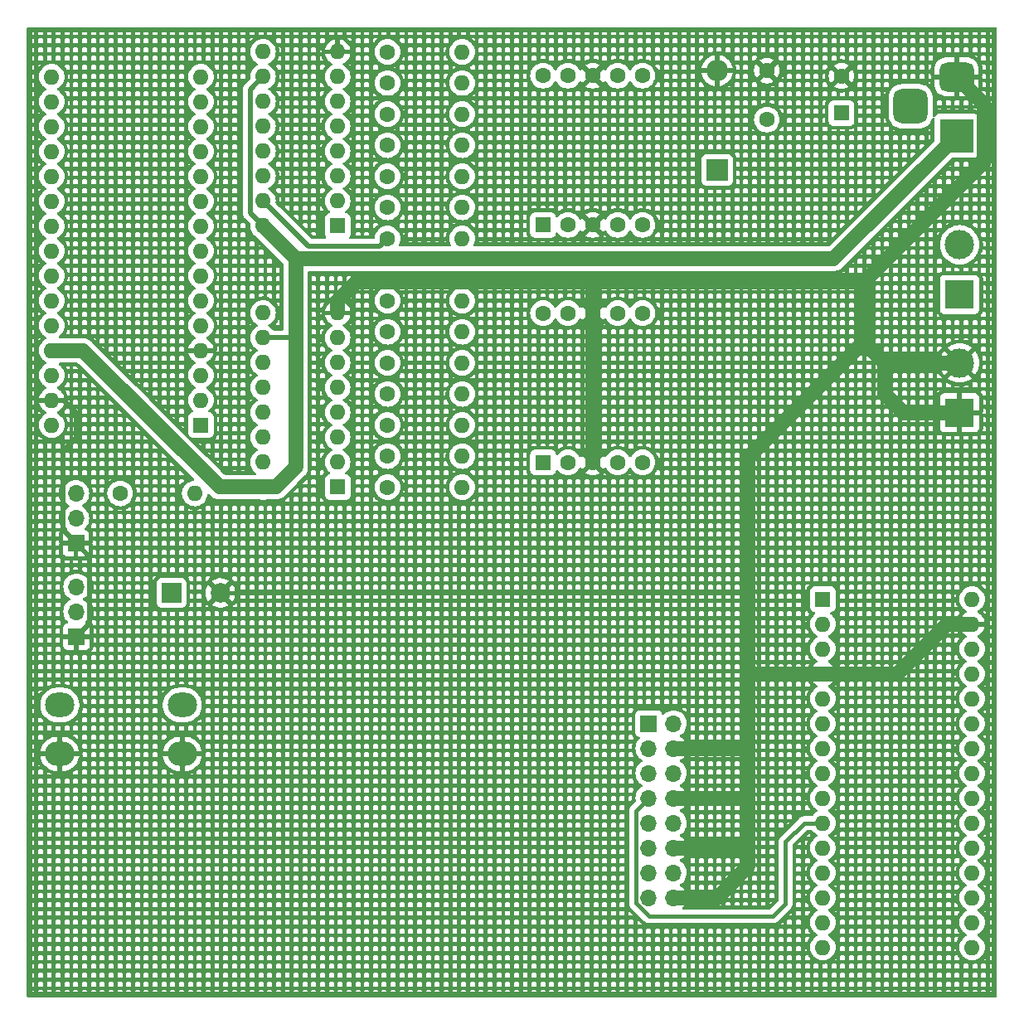
<source format=gbr>
%TF.GenerationSoftware,KiCad,Pcbnew,7.0.6*%
%TF.CreationDate,2023-10-09T17:48:47+13:00*%
%TF.ProjectId,Final Project KiCAD designs,46696e61-6c20-4507-926f-6a656374204b,1*%
%TF.SameCoordinates,Original*%
%TF.FileFunction,Copper,L2,Bot*%
%TF.FilePolarity,Positive*%
%FSLAX46Y46*%
G04 Gerber Fmt 4.6, Leading zero omitted, Abs format (unit mm)*
G04 Created by KiCad (PCBNEW 7.0.6) date 2023-10-09 17:48:47*
%MOMM*%
%LPD*%
G01*
G04 APERTURE LIST*
G04 Aperture macros list*
%AMRoundRect*
0 Rectangle with rounded corners*
0 $1 Rounding radius*
0 $2 $3 $4 $5 $6 $7 $8 $9 X,Y pos of 4 corners*
0 Add a 4 corners polygon primitive as box body*
4,1,4,$2,$3,$4,$5,$6,$7,$8,$9,$2,$3,0*
0 Add four circle primitives for the rounded corners*
1,1,$1+$1,$2,$3*
1,1,$1+$1,$4,$5*
1,1,$1+$1,$6,$7*
1,1,$1+$1,$8,$9*
0 Add four rect primitives between the rounded corners*
20,1,$1+$1,$2,$3,$4,$5,0*
20,1,$1+$1,$4,$5,$6,$7,0*
20,1,$1+$1,$6,$7,$8,$9,0*
20,1,$1+$1,$8,$9,$2,$3,0*%
G04 Aperture macros list end*
%TA.AperFunction,ComponentPad*%
%ADD10R,1.600000X1.600000*%
%TD*%
%TA.AperFunction,ComponentPad*%
%ADD11O,1.600000X1.600000*%
%TD*%
%TA.AperFunction,ComponentPad*%
%ADD12C,1.600000*%
%TD*%
%TA.AperFunction,ComponentPad*%
%ADD13O,3.000000X2.500000*%
%TD*%
%TA.AperFunction,ComponentPad*%
%ADD14R,1.700000X1.700000*%
%TD*%
%TA.AperFunction,ComponentPad*%
%ADD15O,1.700000X1.700000*%
%TD*%
%TA.AperFunction,ComponentPad*%
%ADD16R,3.000000X3.000000*%
%TD*%
%TA.AperFunction,ComponentPad*%
%ADD17C,3.000000*%
%TD*%
%TA.AperFunction,ComponentPad*%
%ADD18R,3.500000X3.500000*%
%TD*%
%TA.AperFunction,ComponentPad*%
%ADD19RoundRect,0.750000X-1.000000X0.750000X-1.000000X-0.750000X1.000000X-0.750000X1.000000X0.750000X0*%
%TD*%
%TA.AperFunction,ComponentPad*%
%ADD20RoundRect,0.875000X-0.875000X0.875000X-0.875000X-0.875000X0.875000X-0.875000X0.875000X0.875000X0*%
%TD*%
%TA.AperFunction,ComponentPad*%
%ADD21R,2.200000X2.200000*%
%TD*%
%TA.AperFunction,ComponentPad*%
%ADD22O,2.200000X2.200000*%
%TD*%
%TA.AperFunction,ComponentPad*%
%ADD23R,2.000000X2.000000*%
%TD*%
%TA.AperFunction,ComponentPad*%
%ADD24C,2.000000*%
%TD*%
%TA.AperFunction,Conductor*%
%ADD25C,0.400000*%
%TD*%
%TA.AperFunction,Conductor*%
%ADD26C,1.500000*%
%TD*%
%TA.AperFunction,Conductor*%
%ADD27C,0.500000*%
%TD*%
G04 APERTURE END LIST*
D10*
%TO.P,U1,1,QB*%
%TO.N,Net-(U1-QB)*%
X52060000Y-40625000D03*
D11*
%TO.P,U1,2,QC*%
%TO.N,Net-(U1-QC)*%
X52060000Y-38085000D03*
%TO.P,U1,3,QD*%
%TO.N,Net-(U1-QD)*%
X52060000Y-35545000D03*
%TO.P,U1,4,QE*%
%TO.N,Net-(U1-QE)*%
X52060000Y-33005000D03*
%TO.P,U1,5,QF*%
%TO.N,Net-(U1-QF)*%
X52060000Y-30465000D03*
%TO.P,U1,6,QG*%
%TO.N,Net-(U1-QG)*%
X52060000Y-27925000D03*
%TO.P,U1,7,QH*%
%TO.N,unconnected-(U1-QH-Pad7)*%
X52060000Y-25385000D03*
%TO.P,U1,8,GND*%
%TO.N,GND*%
X52060000Y-22845000D03*
%TO.P,U1,9,QH'*%
%TO.N,Net-(U1-QH')*%
X44440000Y-22845000D03*
%TO.P,U1,10,~{SRCLR}*%
%TO.N,+5V*%
X44440000Y-25385000D03*
%TO.P,U1,11,SRCLK*%
%TO.N,Net-(A1-D11)*%
X44440000Y-27925000D03*
%TO.P,U1,12,RCLK*%
%TO.N,Net-(A1-D10)*%
X44440000Y-30465000D03*
%TO.P,U1,13,~{OE}*%
%TO.N,Net-(A1-D9)*%
X44440000Y-33005000D03*
%TO.P,U1,14,SER*%
%TO.N,Net-(A1-D12)*%
X44440000Y-35545000D03*
%TO.P,U1,15,QA*%
%TO.N,Net-(U1-QA)*%
X44440000Y-38085000D03*
%TO.P,U1,16,VCC*%
%TO.N,+5V*%
X44440000Y-40625000D03*
%TD*%
D10*
%TO.P,U4,1,E*%
%TO.N,Net-(U4-E)*%
X73025000Y-64770000D03*
D12*
%TO.P,U4,2,D*%
%TO.N,Net-(U4-D)*%
X75565000Y-64770000D03*
%TO.P,U4,3,CA*%
%TO.N,GND*%
X78105000Y-64770000D03*
%TO.P,U4,4,C*%
%TO.N,Net-(U4-C)*%
X80645000Y-64770000D03*
%TO.P,U4,5,DP*%
%TO.N,unconnected-(U4-DP-Pad5)*%
X83185000Y-64770000D03*
%TO.P,U4,6,B*%
%TO.N,Net-(U4-B)*%
X83185000Y-49530000D03*
%TO.P,U4,7,A*%
%TO.N,Net-(U4-A)*%
X80645000Y-49530000D03*
%TO.P,U4,8,CA*%
%TO.N,GND*%
X78105000Y-49530000D03*
%TO.P,U4,9,F*%
%TO.N,Net-(U4-F)*%
X75565000Y-49530000D03*
%TO.P,U4,10,G*%
%TO.N,Net-(U4-G)*%
X73025000Y-49530000D03*
%TD*%
D10*
%TO.P,U3,1,E*%
%TO.N,Net-(U3-E)*%
X73025000Y-40517500D03*
D12*
%TO.P,U3,2,D*%
%TO.N,Net-(U3-D)*%
X75565000Y-40517500D03*
%TO.P,U3,3,CA*%
%TO.N,GND*%
X78105000Y-40517500D03*
%TO.P,U3,4,C*%
%TO.N,Net-(U3-C)*%
X80645000Y-40517500D03*
%TO.P,U3,5,DP*%
%TO.N,unconnected-(U3-DP-Pad5)*%
X83185000Y-40517500D03*
%TO.P,U3,6,B*%
%TO.N,Net-(U3-B)*%
X83185000Y-25277500D03*
%TO.P,U3,7,A*%
%TO.N,Net-(U3-A)*%
X80645000Y-25277500D03*
%TO.P,U3,8,CA*%
%TO.N,GND*%
X78105000Y-25277500D03*
%TO.P,U3,9,F*%
%TO.N,Net-(U3-F)*%
X75565000Y-25277500D03*
%TO.P,U3,10,G*%
%TO.N,Net-(U3-G)*%
X73025000Y-25277500D03*
%TD*%
D10*
%TO.P,U2,1,QB*%
%TO.N,Net-(U2-QB)*%
X52060000Y-67295000D03*
D11*
%TO.P,U2,2,QC*%
%TO.N,Net-(U2-QC)*%
X52060000Y-64755000D03*
%TO.P,U2,3,QD*%
%TO.N,Net-(U2-QD)*%
X52060000Y-62215000D03*
%TO.P,U2,4,QE*%
%TO.N,Net-(U2-QE)*%
X52060000Y-59675000D03*
%TO.P,U2,5,QF*%
%TO.N,Net-(U2-QF)*%
X52060000Y-57135000D03*
%TO.P,U2,6,QG*%
%TO.N,Net-(U2-QG)*%
X52060000Y-54595000D03*
%TO.P,U2,7,QH*%
%TO.N,unconnected-(U2-QH-Pad7)*%
X52060000Y-52055000D03*
%TO.P,U2,8,GND*%
%TO.N,GND*%
X52060000Y-49515000D03*
%TO.P,U2,9,QH'*%
%TO.N,unconnected-(U2-QH'-Pad9)*%
X44440000Y-49515000D03*
%TO.P,U2,10,~{SRCLR}*%
%TO.N,+5V*%
X44440000Y-52055000D03*
%TO.P,U2,11,SRCLK*%
%TO.N,Net-(A1-D11)*%
X44440000Y-54595000D03*
%TO.P,U2,12,RCLK*%
%TO.N,Net-(A1-D10)*%
X44440000Y-57135000D03*
%TO.P,U2,13,~{OE}*%
%TO.N,Net-(A1-D9)*%
X44440000Y-59675000D03*
%TO.P,U2,14,SER*%
%TO.N,Net-(U1-QH')*%
X44440000Y-62215000D03*
%TO.P,U2,15,QA*%
%TO.N,Net-(U2-QA)*%
X44440000Y-64755000D03*
%TO.P,U2,16,VCC*%
%TO.N,+5V*%
X44440000Y-67295000D03*
%TD*%
D13*
%TO.P,SW1,1,1*%
%TO.N,Net-(A1-~{RESET}-Pad3)*%
X36195000Y-89535000D03*
X23695000Y-89535000D03*
%TO.P,SW1,2,2*%
%TO.N,GND*%
X23695000Y-94535000D03*
X36195000Y-94535000D03*
%TD*%
D14*
%TO.P,RV2,1,1*%
%TO.N,GND*%
X25330000Y-73025000D03*
D15*
%TO.P,RV2,2,2*%
%TO.N,Net-(A1-A1)*%
X25330000Y-70485000D03*
%TO.P,RV2,3,3*%
%TO.N,+5V*%
X25330000Y-67945000D03*
%TD*%
D14*
%TO.P,RV1,1,1*%
%TO.N,GND*%
X25400000Y-82550000D03*
D15*
%TO.P,RV1,2,2*%
%TO.N,Net-(A1-A0)*%
X25400000Y-80010000D03*
%TO.P,RV1,3,3*%
%TO.N,+5V*%
X25400000Y-77470000D03*
%TD*%
D12*
%TO.P,R15,1*%
%TO.N,+5V*%
X29845000Y-67945000D03*
D11*
%TO.P,R15,2*%
%TO.N,Net-(A1-~{RESET}-Pad3)*%
X37465000Y-67945000D03*
%TD*%
D12*
%TO.P,R14,1*%
%TO.N,Net-(U2-QG)*%
X57150000Y-48260000D03*
D11*
%TO.P,R14,2*%
%TO.N,Net-(U4-G)*%
X64770000Y-48260000D03*
%TD*%
D12*
%TO.P,R13,1*%
%TO.N,Net-(U2-QF)*%
X57150000Y-51435000D03*
D11*
%TO.P,R13,2*%
%TO.N,Net-(U4-F)*%
X64770000Y-51435000D03*
%TD*%
D12*
%TO.P,R12,1*%
%TO.N,Net-(U2-QE)*%
X57150000Y-54610000D03*
D11*
%TO.P,R12,2*%
%TO.N,Net-(U4-E)*%
X64770000Y-54610000D03*
%TD*%
D12*
%TO.P,R11,1*%
%TO.N,Net-(U2-QD)*%
X57150000Y-57785000D03*
D11*
%TO.P,R11,2*%
%TO.N,Net-(U4-D)*%
X64770000Y-57785000D03*
%TD*%
%TO.P,R10,2*%
%TO.N,Net-(U4-C)*%
X64770000Y-60960000D03*
D12*
%TO.P,R10,1*%
%TO.N,Net-(U2-QC)*%
X57150000Y-60960000D03*
%TD*%
%TO.P,R9,1*%
%TO.N,Net-(U2-QB)*%
X57150000Y-64135000D03*
D11*
%TO.P,R9,2*%
%TO.N,Net-(U4-B)*%
X64770000Y-64135000D03*
%TD*%
D12*
%TO.P,R8,1*%
%TO.N,Net-(U2-QA)*%
X57150000Y-67310000D03*
D11*
%TO.P,R8,2*%
%TO.N,Net-(U4-A)*%
X64770000Y-67310000D03*
%TD*%
D12*
%TO.P,R7,1*%
%TO.N,Net-(U1-QG)*%
X57150000Y-22860000D03*
D11*
%TO.P,R7,2*%
%TO.N,Net-(U3-G)*%
X64770000Y-22860000D03*
%TD*%
D12*
%TO.P,R6,1*%
%TO.N,Net-(U1-QF)*%
X57150000Y-26035000D03*
D11*
%TO.P,R6,2*%
%TO.N,Net-(U3-F)*%
X64770000Y-26035000D03*
%TD*%
D12*
%TO.P,R5,1*%
%TO.N,Net-(U1-QE)*%
X57150000Y-29210000D03*
D11*
%TO.P,R5,2*%
%TO.N,Net-(U3-E)*%
X64770000Y-29210000D03*
%TD*%
D12*
%TO.P,R4,1*%
%TO.N,Net-(U1-QD)*%
X57150000Y-32385000D03*
D11*
%TO.P,R4,2*%
%TO.N,Net-(U3-D)*%
X64770000Y-32385000D03*
%TD*%
%TO.P,R3,2*%
%TO.N,Net-(U3-C)*%
X64770000Y-35560000D03*
D12*
%TO.P,R3,1*%
%TO.N,Net-(U1-QC)*%
X57150000Y-35560000D03*
%TD*%
D11*
%TO.P,R2,2*%
%TO.N,Net-(U3-B)*%
X64770000Y-38735000D03*
D12*
%TO.P,R2,1*%
%TO.N,Net-(U1-QB)*%
X57150000Y-38735000D03*
%TD*%
%TO.P,R1,1*%
%TO.N,Net-(U1-QA)*%
X57150000Y-41910000D03*
D11*
%TO.P,R1,2*%
%TO.N,Net-(U3-A)*%
X64770000Y-41910000D03*
%TD*%
D16*
%TO.P,Display Gnd,1,Pin_1*%
%TO.N,GND*%
X115570000Y-59690000D03*
D17*
%TO.P,Display Gnd,2,Pin_2*%
X115570000Y-54610000D03*
%TD*%
%TO.P,Display 5V,2,Pin_2*%
%TO.N,+5V*%
X115570000Y-42545000D03*
D16*
%TO.P,Display 5V,1,Pin_1*%
X115570000Y-47625000D03*
%TD*%
D18*
%TO.P,J2,1*%
%TO.N,+5V*%
X115257500Y-31400000D03*
D19*
%TO.P,J2,2*%
%TO.N,GND*%
X115257500Y-25400000D03*
D20*
%TO.P,J2,3*%
%TO.N,N/C*%
X110557500Y-28400000D03*
%TD*%
D14*
%TO.P,J1,1,Pin_1*%
%TO.N,R0*%
X83820000Y-91440000D03*
D15*
%TO.P,J1,2,Pin_16*%
%TO.N,G0*%
X86360000Y-91440000D03*
%TO.P,J1,3*%
%TO.N,B0*%
X83820000Y-93980000D03*
%TO.P,J1,4,Pin_15*%
%TO.N,GND*%
X86360000Y-93980000D03*
%TO.P,J1,5,Pin_3*%
%TO.N,R1*%
X83820000Y-96520000D03*
%TO.P,J1,6,Pin_14*%
%TO.N,G1*%
X86360000Y-96520000D03*
%TO.P,J1,7,Pin_4*%
%TO.N,B1*%
X83820000Y-99060000D03*
%TO.P,J1,8,Pin_13*%
%TO.N,GND*%
X86360000Y-99060000D03*
%TO.P,J1,9,Pin_5*%
%TO.N,RowA*%
X83820000Y-101600000D03*
%TO.P,J1,10,Pin_12*%
%TO.N,RowB*%
X86360000Y-101600000D03*
%TO.P,J1,11,Pin_6*%
%TO.N,RowC*%
X83820000Y-104140000D03*
%TO.P,J1,12,Pin_11*%
%TO.N,GND*%
X86360000Y-104140000D03*
%TO.P,J1,13,Pin_7*%
%TO.N,CLK*%
X83820000Y-106680000D03*
%TO.P,J1,14,Pin_10*%
%TO.N,LAT*%
X86360000Y-106680000D03*
%TO.P,J1,15,Pin_8*%
%TO.N,OE*%
X83820000Y-109220000D03*
%TO.P,J1,16,Pin_9*%
%TO.N,GND*%
X86360000Y-109220000D03*
%TD*%
D21*
%TO.P,D1,1,K*%
%TO.N,+5V*%
X90805000Y-34925000D03*
D22*
%TO.P,D1,2,A*%
%TO.N,GND*%
X90805000Y-24765000D03*
%TD*%
D12*
%TO.P,C2,1*%
%TO.N,+5V*%
X95885000Y-29765000D03*
%TO.P,C2,2*%
%TO.N,GND*%
X95885000Y-24765000D03*
%TD*%
%TO.P,C1,2*%
%TO.N,GND*%
X103505000Y-25307651D03*
D10*
%TO.P,C1,1*%
%TO.N,+5V*%
X103505000Y-29107651D03*
%TD*%
D23*
%TO.P,BZ1,1,-*%
%TO.N,Net-(A1-D8)*%
X35094216Y-78105000D03*
D24*
%TO.P,BZ1,2,+*%
%TO.N,GND*%
X40094216Y-78105000D03*
%TD*%
D10*
%TO.P,A2,1,D1/TX*%
%TO.N,Net-(A1-D0{slash}RX)*%
X101600000Y-78740000D03*
D11*
%TO.P,A2,2,D0/RX*%
%TO.N,Net-(A1-D1{slash}TX)*%
X101600000Y-81280000D03*
%TO.P,A2,3,~{RESET}*%
%TO.N,unconnected-(A2-~{RESET}-Pad3)*%
X101600000Y-83820000D03*
%TO.P,A2,4,GND*%
%TO.N,GND*%
X101600000Y-86360000D03*
%TO.P,A2,5,D2*%
%TO.N,R0*%
X101600000Y-88900000D03*
%TO.P,A2,6,D3*%
%TO.N,G0*%
X101600000Y-91440000D03*
%TO.P,A2,7,D4*%
%TO.N,B0*%
X101600000Y-93980000D03*
%TO.P,A2,8,D5*%
%TO.N,R1*%
X101600000Y-96520000D03*
%TO.P,A2,9,D6*%
%TO.N,G1*%
X101600000Y-99060000D03*
%TO.P,A2,10,D7*%
%TO.N,B1*%
X101600000Y-101600000D03*
%TO.P,A2,11,D8*%
%TO.N,CLK*%
X101600000Y-104140000D03*
%TO.P,A2,12,D9*%
%TO.N,OE*%
X101600000Y-106680000D03*
%TO.P,A2,13,D10*%
%TO.N,LAT*%
X101600000Y-109220000D03*
%TO.P,A2,14,D11*%
%TO.N,unconnected-(A2-D11-Pad14)*%
X101600000Y-111760000D03*
%TO.P,A2,15,D12*%
%TO.N,unconnected-(A2-D12-Pad15)*%
X101600000Y-114300000D03*
%TO.P,A2,16,D13*%
%TO.N,unconnected-(A2-D13-Pad16)*%
X116840000Y-114300000D03*
%TO.P,A2,17,3V3*%
%TO.N,unconnected-(A2-3V3-Pad17)*%
X116840000Y-111760000D03*
%TO.P,A2,18,AREF*%
%TO.N,unconnected-(A2-AREF-Pad18)*%
X116840000Y-109220000D03*
%TO.P,A2,19,A0*%
%TO.N,RowA*%
X116840000Y-106680000D03*
%TO.P,A2,20,A1*%
%TO.N,RowB*%
X116840000Y-104140000D03*
%TO.P,A2,21,A2*%
%TO.N,RowC*%
X116840000Y-101600000D03*
%TO.P,A2,22,A3*%
%TO.N,unconnected-(A2-A3-Pad22)*%
X116840000Y-99060000D03*
%TO.P,A2,23,A4*%
%TO.N,unconnected-(A2-A4-Pad23)*%
X116840000Y-96520000D03*
%TO.P,A2,24,A5*%
%TO.N,unconnected-(A2-A5-Pad24)*%
X116840000Y-93980000D03*
%TO.P,A2,25,A6*%
%TO.N,unconnected-(A2-A6-Pad25)*%
X116840000Y-91440000D03*
%TO.P,A2,26,A7*%
%TO.N,unconnected-(A2-A7-Pad26)*%
X116840000Y-88900000D03*
%TO.P,A2,27,+5V*%
%TO.N,+5V*%
X116840000Y-86360000D03*
%TO.P,A2,28,~{RESET}*%
%TO.N,unconnected-(A2-~{RESET}-Pad28)*%
X116840000Y-83820000D03*
%TO.P,A2,29,GND*%
%TO.N,GND*%
X116840000Y-81280000D03*
%TO.P,A2,30,VIN*%
%TO.N,unconnected-(A2-VIN-Pad30)*%
X116840000Y-78740000D03*
%TD*%
D10*
%TO.P,A1,1,D1/TX*%
%TO.N,Net-(A1-D1{slash}TX)*%
X38100000Y-60960000D03*
D11*
%TO.P,A1,2,D0/RX*%
%TO.N,Net-(A1-D0{slash}RX)*%
X38100000Y-58420000D03*
%TO.P,A1,3,~{RESET}*%
%TO.N,Net-(A1-~{RESET}-Pad3)*%
X38100000Y-55880000D03*
%TO.P,A1,4,GND*%
%TO.N,GND*%
X38100000Y-53340000D03*
%TO.P,A1,5,D2*%
%TO.N,unconnected-(A1-D2-Pad5)*%
X38100000Y-50800000D03*
%TO.P,A1,6,D3*%
%TO.N,unconnected-(A1-D3-Pad6)*%
X38100000Y-48260000D03*
%TO.P,A1,7,D4*%
%TO.N,unconnected-(A1-D4-Pad7)*%
X38100000Y-45720000D03*
%TO.P,A1,8,D5*%
%TO.N,unconnected-(A1-D5-Pad8)*%
X38100000Y-43180000D03*
%TO.P,A1,9,D6*%
%TO.N,unconnected-(A1-D6-Pad9)*%
X38100000Y-40640000D03*
%TO.P,A1,10,D7*%
%TO.N,unconnected-(A1-D7-Pad10)*%
X38100000Y-38100000D03*
%TO.P,A1,11,D8*%
%TO.N,Net-(A1-D8)*%
X38100000Y-35560000D03*
%TO.P,A1,12,D9*%
%TO.N,Net-(A1-D9)*%
X38100000Y-33020000D03*
%TO.P,A1,13,D10*%
%TO.N,Net-(A1-D10)*%
X38100000Y-30480000D03*
%TO.P,A1,14,D11*%
%TO.N,Net-(A1-D11)*%
X38100000Y-27940000D03*
%TO.P,A1,15,D12*%
%TO.N,Net-(A1-D12)*%
X38100000Y-25400000D03*
%TO.P,A1,16,D13*%
%TO.N,unconnected-(A1-D13-Pad16)*%
X22860000Y-25400000D03*
%TO.P,A1,17,3V3*%
%TO.N,unconnected-(A1-3V3-Pad17)*%
X22860000Y-27940000D03*
%TO.P,A1,18,AREF*%
%TO.N,unconnected-(A1-AREF-Pad18)*%
X22860000Y-30480000D03*
%TO.P,A1,19,A0*%
%TO.N,Net-(A1-A0)*%
X22860000Y-33020000D03*
%TO.P,A1,20,A1*%
%TO.N,Net-(A1-A1)*%
X22860000Y-35560000D03*
%TO.P,A1,21,A2*%
%TO.N,unconnected-(A1-A2-Pad21)*%
X22860000Y-38100000D03*
%TO.P,A1,22,A3*%
%TO.N,unconnected-(A1-A3-Pad22)*%
X22860000Y-40640000D03*
%TO.P,A1,23,A4*%
%TO.N,unconnected-(A1-A4-Pad23)*%
X22860000Y-43180000D03*
%TO.P,A1,24,A5*%
%TO.N,unconnected-(A1-A5-Pad24)*%
X22860000Y-45720000D03*
%TO.P,A1,25,A6*%
%TO.N,unconnected-(A1-A6-Pad25)*%
X22860000Y-48260000D03*
%TO.P,A1,26,A7*%
%TO.N,unconnected-(A1-A7-Pad26)*%
X22860000Y-50800000D03*
%TO.P,A1,27,+5V*%
%TO.N,+5V*%
X22860000Y-53340000D03*
%TO.P,A1,28,~{RESET}*%
%TO.N,unconnected-(A1-~{RESET}-Pad28)*%
X22860000Y-55880000D03*
%TO.P,A1,29,GND*%
%TO.N,GND*%
X22860000Y-58420000D03*
%TO.P,A1,30,VIN*%
%TO.N,unconnected-(A1-VIN-Pad30)*%
X22860000Y-60960000D03*
%TD*%
D25*
%TO.N,GND*%
X40094216Y-78105000D02*
X93980000Y-78105000D01*
D26*
X93980000Y-78105000D02*
X93980000Y-86360000D01*
X93980000Y-64285000D02*
X93980000Y-78105000D01*
D27*
X25400000Y-62230000D02*
X25400000Y-59690000D01*
X23980000Y-63650000D02*
X25400000Y-62230000D01*
X23980000Y-71675000D02*
X23980000Y-63650000D01*
X25330000Y-73025000D02*
X23980000Y-71675000D01*
X25400000Y-59690000D02*
X24130000Y-58420000D01*
X24130000Y-58420000D02*
X22860000Y-58420000D01*
X26750000Y-74445000D02*
X25330000Y-73025000D01*
X26750000Y-81200000D02*
X26750000Y-74445000D01*
X25400000Y-82550000D02*
X26750000Y-81200000D01*
D26*
X114300000Y-81280000D02*
X116840000Y-81280000D01*
X109220000Y-86360000D02*
X114300000Y-81280000D01*
X101600000Y-86360000D02*
X109220000Y-86360000D01*
X93345000Y-93980000D02*
X86360000Y-93980000D01*
X93980000Y-93345000D02*
X93345000Y-93980000D01*
X93980000Y-93345000D02*
X93980000Y-99060000D01*
X93980000Y-86360000D02*
X93980000Y-93345000D01*
X93980000Y-99060000D02*
X86360000Y-99060000D01*
X93980000Y-99060000D02*
X93980000Y-104140000D01*
X93980000Y-104140000D02*
X86360000Y-104140000D01*
X93980000Y-104140000D02*
X93980000Y-106045000D01*
X90805000Y-109220000D02*
X86360000Y-109220000D01*
X93980000Y-106045000D02*
X90805000Y-109220000D01*
X93980000Y-86360000D02*
X101600000Y-86360000D01*
X105802500Y-52462500D02*
X93980000Y-64285000D01*
D25*
%TO.N,B1*%
X99695000Y-101600000D02*
X101600000Y-101600000D01*
X97790000Y-109855000D02*
X97790000Y-103505000D01*
X96520000Y-111125000D02*
X97790000Y-109855000D01*
X82520000Y-109758478D02*
X83886522Y-111125000D01*
X83886522Y-111125000D02*
X96520000Y-111125000D01*
X97790000Y-103505000D02*
X99695000Y-101600000D01*
X83820000Y-99060000D02*
X82520000Y-100360000D01*
X82520000Y-100360000D02*
X82520000Y-109758478D01*
D26*
%TO.N,GND*%
X109855000Y-59690000D02*
X115570000Y-59690000D01*
X107950000Y-57785000D02*
X109855000Y-59690000D01*
X107950000Y-54610000D02*
X107950000Y-57785000D01*
X105802500Y-52462500D02*
X107950000Y-54610000D01*
X107950000Y-54610000D02*
X115570000Y-54610000D01*
X105802500Y-46355000D02*
X105802500Y-52462500D01*
%TO.N,+5V*%
X26035000Y-53340000D02*
X22860000Y-53340000D01*
X39990000Y-67295000D02*
X26035000Y-53340000D01*
X44440000Y-67295000D02*
X39990000Y-67295000D01*
%TO.N,GND*%
X78105000Y-64770000D02*
X78105000Y-49530000D01*
X78105000Y-49530000D02*
X78105000Y-46355000D01*
X78105000Y-46355000D02*
X53975000Y-46355000D01*
X105802500Y-46355000D02*
X78105000Y-46355000D01*
X52060000Y-48270000D02*
X52060000Y-49515000D01*
X53975000Y-46355000D02*
X52060000Y-48270000D01*
X118110000Y-34047500D02*
X105802500Y-46355000D01*
X118110000Y-28252500D02*
X118110000Y-34047500D01*
X115257500Y-25400000D02*
X118110000Y-28252500D01*
D27*
%TO.N,+5V*%
X43140000Y-39325000D02*
X44440000Y-40625000D01*
X43140000Y-26685000D02*
X43140000Y-39325000D01*
X44440000Y-25385000D02*
X43140000Y-26685000D01*
X44440000Y-52055000D02*
X47759999Y-52055000D01*
D26*
X47774999Y-52070000D02*
X47774999Y-65255001D01*
X47774999Y-43959999D02*
X47774999Y-52070000D01*
D27*
X47759999Y-52055000D02*
X47774999Y-52070000D01*
D26*
X47774999Y-65255001D02*
X45735000Y-67295000D01*
X45735000Y-67295000D02*
X44440000Y-67295000D01*
X102697501Y-43959999D02*
X115257500Y-31400000D01*
X47774999Y-43959999D02*
X102697501Y-43959999D01*
X44440000Y-40625000D02*
X47774999Y-43959999D01*
D27*
%TO.N,Net-(U1-QA)*%
X49064999Y-42709999D02*
X44440000Y-38085000D01*
X56350001Y-42709999D02*
X49064999Y-42709999D01*
X57150000Y-41910000D02*
X56350001Y-42709999D01*
%TD*%
%TA.AperFunction,Conductor*%
%TO.N,GND*%
G36*
X119323039Y-20339685D02*
G01*
X119368794Y-20392489D01*
X119380000Y-20444000D01*
X119380000Y-119256000D01*
X119360315Y-119323039D01*
X119307511Y-119368794D01*
X119256000Y-119380000D01*
X20444000Y-119380000D01*
X20376961Y-119360315D01*
X20331206Y-119307511D01*
X20320000Y-119256000D01*
X20320000Y-118668000D01*
X20844000Y-118668000D01*
X20844000Y-118856000D01*
X21070000Y-118856000D01*
X21468000Y-118856000D01*
X21970000Y-118856000D01*
X22368000Y-118856000D01*
X22870000Y-118856000D01*
X23268000Y-118856000D01*
X23770000Y-118856000D01*
X24168000Y-118856000D01*
X24670000Y-118856000D01*
X25068000Y-118856000D01*
X25570000Y-118856000D01*
X25968000Y-118856000D01*
X26470000Y-118856000D01*
X26868000Y-118856000D01*
X27370000Y-118856000D01*
X27768000Y-118856000D01*
X28270000Y-118856000D01*
X28668000Y-118856000D01*
X29170000Y-118856000D01*
X29568000Y-118856000D01*
X30070000Y-118856000D01*
X30468000Y-118856000D01*
X30970000Y-118856000D01*
X31368000Y-118856000D01*
X31870000Y-118856000D01*
X32268000Y-118856000D01*
X32770000Y-118856000D01*
X33168000Y-118856000D01*
X33670000Y-118856000D01*
X34068000Y-118856000D01*
X34570000Y-118856000D01*
X34968000Y-118856000D01*
X35470000Y-118856000D01*
X35868000Y-118856000D01*
X36370000Y-118856000D01*
X36768000Y-118856000D01*
X37270000Y-118856000D01*
X37668000Y-118856000D01*
X38170000Y-118856000D01*
X38568000Y-118856000D01*
X39070000Y-118856000D01*
X39468000Y-118856000D01*
X39970000Y-118856000D01*
X40368000Y-118856000D01*
X40870000Y-118856000D01*
X41268000Y-118856000D01*
X41770000Y-118856000D01*
X42168000Y-118856000D01*
X42670000Y-118856000D01*
X43068000Y-118856000D01*
X43570000Y-118856000D01*
X43968000Y-118856000D01*
X44470000Y-118856000D01*
X44868000Y-118856000D01*
X45370000Y-118856000D01*
X45768000Y-118856000D01*
X46270000Y-118856000D01*
X46668000Y-118856000D01*
X47170000Y-118856000D01*
X47568000Y-118856000D01*
X48070000Y-118856000D01*
X48468000Y-118856000D01*
X48970000Y-118856000D01*
X49368000Y-118856000D01*
X49870000Y-118856000D01*
X50268000Y-118856000D01*
X50770000Y-118856000D01*
X51168000Y-118856000D01*
X51670000Y-118856000D01*
X52068000Y-118856000D01*
X52570000Y-118856000D01*
X52968000Y-118856000D01*
X53470000Y-118856000D01*
X53868000Y-118856000D01*
X54370000Y-118856000D01*
X54768000Y-118856000D01*
X55270000Y-118856000D01*
X55668000Y-118856000D01*
X56170000Y-118856000D01*
X56568000Y-118856000D01*
X57070000Y-118856000D01*
X57468000Y-118856000D01*
X57970000Y-118856000D01*
X58368000Y-118856000D01*
X58870000Y-118856000D01*
X59268000Y-118856000D01*
X59770000Y-118856000D01*
X60168000Y-118856000D01*
X60670000Y-118856000D01*
X61068000Y-118856000D01*
X61570000Y-118856000D01*
X61968000Y-118856000D01*
X62470000Y-118856000D01*
X62868000Y-118856000D01*
X63370000Y-118856000D01*
X63768000Y-118856000D01*
X64270000Y-118856000D01*
X64668000Y-118856000D01*
X65170000Y-118856000D01*
X65568000Y-118856000D01*
X66070000Y-118856000D01*
X66468000Y-118856000D01*
X66970000Y-118856000D01*
X67368000Y-118856000D01*
X67870000Y-118856000D01*
X68268000Y-118856000D01*
X68770000Y-118856000D01*
X69168000Y-118856000D01*
X69670000Y-118856000D01*
X70068000Y-118856000D01*
X70570000Y-118856000D01*
X70968000Y-118856000D01*
X71470000Y-118856000D01*
X71868000Y-118856000D01*
X72370000Y-118856000D01*
X72768000Y-118856000D01*
X73270000Y-118856000D01*
X73668000Y-118856000D01*
X74170000Y-118856000D01*
X74568000Y-118856000D01*
X75070000Y-118856000D01*
X75468000Y-118856000D01*
X75970000Y-118856000D01*
X76368000Y-118856000D01*
X76870000Y-118856000D01*
X77268000Y-118856000D01*
X77770000Y-118856000D01*
X78168000Y-118856000D01*
X78670000Y-118856000D01*
X79068000Y-118856000D01*
X79570000Y-118856000D01*
X79968000Y-118856000D01*
X80470000Y-118856000D01*
X80868000Y-118856000D01*
X81370000Y-118856000D01*
X81768000Y-118856000D01*
X82270000Y-118856000D01*
X82668000Y-118856000D01*
X83170000Y-118856000D01*
X83568000Y-118856000D01*
X84070000Y-118856000D01*
X84468000Y-118856000D01*
X84970000Y-118856000D01*
X85368000Y-118856000D01*
X85870000Y-118856000D01*
X86268000Y-118856000D01*
X86770000Y-118856000D01*
X87168000Y-118856000D01*
X87670000Y-118856000D01*
X88068000Y-118856000D01*
X88570000Y-118856000D01*
X88968000Y-118856000D01*
X89470000Y-118856000D01*
X89868000Y-118856000D01*
X90370000Y-118856000D01*
X90768000Y-118856000D01*
X91270000Y-118856000D01*
X91668000Y-118856000D01*
X92170000Y-118856000D01*
X92568000Y-118856000D01*
X93070000Y-118856000D01*
X93468000Y-118856000D01*
X93970000Y-118856000D01*
X94368000Y-118856000D01*
X94870000Y-118856000D01*
X95268000Y-118856000D01*
X95770000Y-118856000D01*
X96168000Y-118856000D01*
X96670000Y-118856000D01*
X97068000Y-118856000D01*
X97570000Y-118856000D01*
X97968000Y-118856000D01*
X98470000Y-118856000D01*
X98868000Y-118856000D01*
X99370000Y-118856000D01*
X99768000Y-118856000D01*
X100270000Y-118856000D01*
X100668000Y-118856000D01*
X101170000Y-118856000D01*
X101568000Y-118856000D01*
X102070000Y-118856000D01*
X102468000Y-118856000D01*
X102970000Y-118856000D01*
X103368000Y-118856000D01*
X103870000Y-118856000D01*
X104268000Y-118856000D01*
X104770000Y-118856000D01*
X105168000Y-118856000D01*
X105670000Y-118856000D01*
X106068000Y-118856000D01*
X106570000Y-118856000D01*
X106968000Y-118856000D01*
X107470000Y-118856000D01*
X107868000Y-118856000D01*
X108370000Y-118856000D01*
X108768000Y-118856000D01*
X109270000Y-118856000D01*
X109668000Y-118856000D01*
X110170000Y-118856000D01*
X110568000Y-118856000D01*
X111070000Y-118856000D01*
X111468000Y-118856000D01*
X111970000Y-118856000D01*
X112368000Y-118856000D01*
X112870000Y-118856000D01*
X113268000Y-118856000D01*
X113770000Y-118856000D01*
X114168000Y-118856000D01*
X114670000Y-118856000D01*
X115068000Y-118856000D01*
X115570000Y-118856000D01*
X115968000Y-118856000D01*
X116470000Y-118856000D01*
X116868000Y-118856000D01*
X117370000Y-118856000D01*
X117768000Y-118856000D01*
X118270000Y-118856000D01*
X118668000Y-118856000D01*
X118856000Y-118856000D01*
X118856000Y-118668000D01*
X118745362Y-118668000D01*
X118668000Y-118745361D01*
X118668000Y-118856000D01*
X118270000Y-118856000D01*
X118270000Y-118745361D01*
X118192638Y-118668000D01*
X117845362Y-118668000D01*
X117768000Y-118745361D01*
X117768000Y-118856000D01*
X117370000Y-118856000D01*
X117370000Y-118745361D01*
X117292638Y-118668000D01*
X116945362Y-118668000D01*
X116868000Y-118745361D01*
X116868000Y-118856000D01*
X116470000Y-118856000D01*
X116470000Y-118745361D01*
X116392638Y-118668000D01*
X116045362Y-118668000D01*
X115968000Y-118745361D01*
X115968000Y-118856000D01*
X115570000Y-118856000D01*
X115570000Y-118745361D01*
X115492638Y-118668000D01*
X115145362Y-118668000D01*
X115068000Y-118745361D01*
X115068000Y-118856000D01*
X114670000Y-118856000D01*
X114670000Y-118745361D01*
X114592638Y-118668000D01*
X114245362Y-118668000D01*
X114168000Y-118745361D01*
X114168000Y-118856000D01*
X113770000Y-118856000D01*
X113770000Y-118745361D01*
X113692638Y-118668000D01*
X113345362Y-118668000D01*
X113268000Y-118745361D01*
X113268000Y-118856000D01*
X112870000Y-118856000D01*
X112870000Y-118745361D01*
X112792638Y-118668000D01*
X112445362Y-118668000D01*
X112368000Y-118745361D01*
X112368000Y-118856000D01*
X111970000Y-118856000D01*
X111970000Y-118745361D01*
X111892638Y-118668000D01*
X111545362Y-118668000D01*
X111468000Y-118745361D01*
X111468000Y-118856000D01*
X111070000Y-118856000D01*
X111070000Y-118745361D01*
X110992638Y-118668000D01*
X110645362Y-118668000D01*
X110568000Y-118745361D01*
X110568000Y-118856000D01*
X110170000Y-118856000D01*
X110170000Y-118745361D01*
X110092638Y-118668000D01*
X109745362Y-118668000D01*
X109668000Y-118745361D01*
X109668000Y-118856000D01*
X109270000Y-118856000D01*
X109270000Y-118745361D01*
X109192638Y-118668000D01*
X108845362Y-118668000D01*
X108768000Y-118745361D01*
X108768000Y-118856000D01*
X108370000Y-118856000D01*
X108370000Y-118745361D01*
X108292638Y-118668000D01*
X107945362Y-118668000D01*
X107868000Y-118745361D01*
X107868000Y-118856000D01*
X107470000Y-118856000D01*
X107470000Y-118745361D01*
X107392638Y-118668000D01*
X107045362Y-118668000D01*
X106968000Y-118745361D01*
X106968000Y-118856000D01*
X106570000Y-118856000D01*
X106570000Y-118745361D01*
X106492638Y-118668000D01*
X106145362Y-118668000D01*
X106068000Y-118745361D01*
X106068000Y-118856000D01*
X105670000Y-118856000D01*
X105670000Y-118745361D01*
X105592638Y-118668000D01*
X105245362Y-118668000D01*
X105168000Y-118745361D01*
X105168000Y-118856000D01*
X104770000Y-118856000D01*
X104770000Y-118745361D01*
X104692638Y-118668000D01*
X104345362Y-118668000D01*
X104268000Y-118745361D01*
X104268000Y-118856000D01*
X103870000Y-118856000D01*
X103870000Y-118745361D01*
X103792638Y-118668000D01*
X103445362Y-118668000D01*
X103368000Y-118745361D01*
X103368000Y-118856000D01*
X102970000Y-118856000D01*
X102970000Y-118745361D01*
X102892638Y-118668000D01*
X102545362Y-118668000D01*
X102468000Y-118745361D01*
X102468000Y-118856000D01*
X102070000Y-118856000D01*
X102070000Y-118745361D01*
X101992638Y-118668000D01*
X101645362Y-118668000D01*
X101568000Y-118745361D01*
X101568000Y-118856000D01*
X101170000Y-118856000D01*
X101170000Y-118745361D01*
X101092638Y-118668000D01*
X100745362Y-118668000D01*
X100668000Y-118745361D01*
X100668000Y-118856000D01*
X100270000Y-118856000D01*
X100270000Y-118745361D01*
X100192638Y-118668000D01*
X99845362Y-118668000D01*
X99768000Y-118745361D01*
X99768000Y-118856000D01*
X99370000Y-118856000D01*
X99370000Y-118745361D01*
X99292638Y-118668000D01*
X98945362Y-118668000D01*
X98868000Y-118745361D01*
X98868000Y-118856000D01*
X98470000Y-118856000D01*
X98470000Y-118745361D01*
X98392638Y-118668000D01*
X98045362Y-118668000D01*
X97968000Y-118745361D01*
X97968000Y-118856000D01*
X97570000Y-118856000D01*
X97570000Y-118745361D01*
X97492638Y-118668000D01*
X97145362Y-118668000D01*
X97068000Y-118745361D01*
X97068000Y-118856000D01*
X96670000Y-118856000D01*
X96670000Y-118745361D01*
X96592638Y-118668000D01*
X96245362Y-118668000D01*
X96168000Y-118745361D01*
X96168000Y-118856000D01*
X95770000Y-118856000D01*
X95770000Y-118745361D01*
X95692638Y-118668000D01*
X95345362Y-118668000D01*
X95268000Y-118745361D01*
X95268000Y-118856000D01*
X94870000Y-118856000D01*
X94870000Y-118745361D01*
X94792638Y-118668000D01*
X94445362Y-118668000D01*
X94368000Y-118745361D01*
X94368000Y-118856000D01*
X93970000Y-118856000D01*
X93970000Y-118745361D01*
X93892638Y-118668000D01*
X93545362Y-118668000D01*
X93468000Y-118745361D01*
X93468000Y-118856000D01*
X93070000Y-118856000D01*
X93070000Y-118745361D01*
X92992638Y-118668000D01*
X92645362Y-118668000D01*
X92568000Y-118745361D01*
X92568000Y-118856000D01*
X92170000Y-118856000D01*
X92170000Y-118745361D01*
X92092638Y-118668000D01*
X91745362Y-118668000D01*
X91668000Y-118745361D01*
X91668000Y-118856000D01*
X91270000Y-118856000D01*
X91270000Y-118745361D01*
X91192638Y-118668000D01*
X90845362Y-118668000D01*
X90768000Y-118745361D01*
X90768000Y-118856000D01*
X90370000Y-118856000D01*
X90370000Y-118745361D01*
X90292638Y-118668000D01*
X89945362Y-118668000D01*
X89868000Y-118745361D01*
X89868000Y-118856000D01*
X89470000Y-118856000D01*
X89470000Y-118745361D01*
X89392638Y-118668000D01*
X89045362Y-118668000D01*
X88968000Y-118745361D01*
X88968000Y-118856000D01*
X88570000Y-118856000D01*
X88570000Y-118745361D01*
X88492638Y-118668000D01*
X88145362Y-118668000D01*
X88068000Y-118745361D01*
X88068000Y-118856000D01*
X87670000Y-118856000D01*
X87670000Y-118745361D01*
X87592638Y-118668000D01*
X87245362Y-118668000D01*
X87168000Y-118745361D01*
X87168000Y-118856000D01*
X86770000Y-118856000D01*
X86770000Y-118745361D01*
X86692638Y-118668000D01*
X86345362Y-118668000D01*
X86268000Y-118745361D01*
X86268000Y-118856000D01*
X85870000Y-118856000D01*
X85870000Y-118745361D01*
X85792638Y-118668000D01*
X85445362Y-118668000D01*
X85368000Y-118745361D01*
X85368000Y-118856000D01*
X84970000Y-118856000D01*
X84970000Y-118745361D01*
X84892638Y-118668000D01*
X84545362Y-118668000D01*
X84468000Y-118745361D01*
X84468000Y-118856000D01*
X84070000Y-118856000D01*
X84070000Y-118745361D01*
X83992638Y-118668000D01*
X83645362Y-118668000D01*
X83568000Y-118745361D01*
X83568000Y-118856000D01*
X83170000Y-118856000D01*
X83170000Y-118745361D01*
X83092638Y-118668000D01*
X82745362Y-118668000D01*
X82668000Y-118745361D01*
X82668000Y-118856000D01*
X82270000Y-118856000D01*
X82270000Y-118745361D01*
X82192638Y-118668000D01*
X81845362Y-118668000D01*
X81768000Y-118745361D01*
X81768000Y-118856000D01*
X81370000Y-118856000D01*
X81370000Y-118745361D01*
X81292638Y-118668000D01*
X80945362Y-118668000D01*
X80868000Y-118745361D01*
X80868000Y-118856000D01*
X80470000Y-118856000D01*
X80470000Y-118745361D01*
X80392638Y-118668000D01*
X80045362Y-118668000D01*
X79968000Y-118745361D01*
X79968000Y-118856000D01*
X79570000Y-118856000D01*
X79570000Y-118745361D01*
X79492638Y-118668000D01*
X79145362Y-118668000D01*
X79068000Y-118745361D01*
X79068000Y-118856000D01*
X78670000Y-118856000D01*
X78670000Y-118745361D01*
X78592638Y-118668000D01*
X78245362Y-118668000D01*
X78168000Y-118745361D01*
X78168000Y-118856000D01*
X77770000Y-118856000D01*
X77770000Y-118745361D01*
X77692638Y-118668000D01*
X77345362Y-118668000D01*
X77268000Y-118745361D01*
X77268000Y-118856000D01*
X76870000Y-118856000D01*
X76870000Y-118745361D01*
X76792638Y-118668000D01*
X76445362Y-118668000D01*
X76368000Y-118745361D01*
X76368000Y-118856000D01*
X75970000Y-118856000D01*
X75970000Y-118745361D01*
X75892638Y-118668000D01*
X75545362Y-118668000D01*
X75468000Y-118745361D01*
X75468000Y-118856000D01*
X75070000Y-118856000D01*
X75070000Y-118745361D01*
X74992638Y-118668000D01*
X74645362Y-118668000D01*
X74568000Y-118745361D01*
X74568000Y-118856000D01*
X74170000Y-118856000D01*
X74170000Y-118745361D01*
X74092638Y-118668000D01*
X73745362Y-118668000D01*
X73668000Y-118745361D01*
X73668000Y-118856000D01*
X73270000Y-118856000D01*
X73270000Y-118745361D01*
X73192638Y-118668000D01*
X72845362Y-118668000D01*
X72768000Y-118745361D01*
X72768000Y-118856000D01*
X72370000Y-118856000D01*
X72370000Y-118745361D01*
X72292638Y-118668000D01*
X71945362Y-118668000D01*
X71868000Y-118745361D01*
X71868000Y-118856000D01*
X71470000Y-118856000D01*
X71470000Y-118745361D01*
X71392638Y-118668000D01*
X71045362Y-118668000D01*
X70968000Y-118745361D01*
X70968000Y-118856000D01*
X70570000Y-118856000D01*
X70570000Y-118745361D01*
X70492638Y-118668000D01*
X70145362Y-118668000D01*
X70068000Y-118745361D01*
X70068000Y-118856000D01*
X69670000Y-118856000D01*
X69670000Y-118745361D01*
X69592638Y-118668000D01*
X69245362Y-118668000D01*
X69168000Y-118745361D01*
X69168000Y-118856000D01*
X68770000Y-118856000D01*
X68770000Y-118745361D01*
X68692638Y-118668000D01*
X68345362Y-118668000D01*
X68268000Y-118745361D01*
X68268000Y-118856000D01*
X67870000Y-118856000D01*
X67870000Y-118745361D01*
X67792638Y-118668000D01*
X67445362Y-118668000D01*
X67368000Y-118745361D01*
X67368000Y-118856000D01*
X66970000Y-118856000D01*
X66970000Y-118745361D01*
X66892638Y-118668000D01*
X66545362Y-118668000D01*
X66468000Y-118745361D01*
X66468000Y-118856000D01*
X66070000Y-118856000D01*
X66070000Y-118745361D01*
X65992638Y-118668000D01*
X65645362Y-118668000D01*
X65568000Y-118745361D01*
X65568000Y-118856000D01*
X65170000Y-118856000D01*
X65170000Y-118745361D01*
X65092638Y-118668000D01*
X64745362Y-118668000D01*
X64668000Y-118745361D01*
X64668000Y-118856000D01*
X64270000Y-118856000D01*
X64270000Y-118745361D01*
X64192638Y-118668000D01*
X63845362Y-118668000D01*
X63768000Y-118745361D01*
X63768000Y-118856000D01*
X63370000Y-118856000D01*
X63370000Y-118745361D01*
X63292638Y-118668000D01*
X62945362Y-118668000D01*
X62868000Y-118745361D01*
X62868000Y-118856000D01*
X62470000Y-118856000D01*
X62470000Y-118745361D01*
X62392638Y-118668000D01*
X62045362Y-118668000D01*
X61968000Y-118745361D01*
X61968000Y-118856000D01*
X61570000Y-118856000D01*
X61570000Y-118745361D01*
X61492638Y-118668000D01*
X61145362Y-118668000D01*
X61068000Y-118745361D01*
X61068000Y-118856000D01*
X60670000Y-118856000D01*
X60670000Y-118745361D01*
X60592638Y-118668000D01*
X60245362Y-118668000D01*
X60168000Y-118745361D01*
X60168000Y-118856000D01*
X59770000Y-118856000D01*
X59770000Y-118745361D01*
X59692638Y-118668000D01*
X59345362Y-118668000D01*
X59268000Y-118745361D01*
X59268000Y-118856000D01*
X58870000Y-118856000D01*
X58870000Y-118745361D01*
X58792638Y-118668000D01*
X58445362Y-118668000D01*
X58368000Y-118745361D01*
X58368000Y-118856000D01*
X57970000Y-118856000D01*
X57970000Y-118745361D01*
X57892638Y-118668000D01*
X57545362Y-118668000D01*
X57468000Y-118745361D01*
X57468000Y-118856000D01*
X57070000Y-118856000D01*
X57070000Y-118745361D01*
X56992638Y-118668000D01*
X56645362Y-118668000D01*
X56568000Y-118745361D01*
X56568000Y-118856000D01*
X56170000Y-118856000D01*
X56170000Y-118745361D01*
X56092638Y-118668000D01*
X55745362Y-118668000D01*
X55668000Y-118745361D01*
X55668000Y-118856000D01*
X55270000Y-118856000D01*
X55270000Y-118745361D01*
X55192638Y-118668000D01*
X54845362Y-118668000D01*
X54768000Y-118745361D01*
X54768000Y-118856000D01*
X54370000Y-118856000D01*
X54370000Y-118745361D01*
X54292638Y-118668000D01*
X53945362Y-118668000D01*
X53868000Y-118745361D01*
X53868000Y-118856000D01*
X53470000Y-118856000D01*
X53470000Y-118745361D01*
X53392638Y-118668000D01*
X53045362Y-118668000D01*
X52968000Y-118745361D01*
X52968000Y-118856000D01*
X52570000Y-118856000D01*
X52570000Y-118745361D01*
X52492638Y-118668000D01*
X52145362Y-118668000D01*
X52068000Y-118745361D01*
X52068000Y-118856000D01*
X51670000Y-118856000D01*
X51670000Y-118745361D01*
X51592638Y-118668000D01*
X51245362Y-118668000D01*
X51168000Y-118745361D01*
X51168000Y-118856000D01*
X50770000Y-118856000D01*
X50770000Y-118745361D01*
X50692638Y-118668000D01*
X50345362Y-118668000D01*
X50268000Y-118745361D01*
X50268000Y-118856000D01*
X49870000Y-118856000D01*
X49870000Y-118745361D01*
X49792638Y-118668000D01*
X49445362Y-118668000D01*
X49368000Y-118745361D01*
X49368000Y-118856000D01*
X48970000Y-118856000D01*
X48970000Y-118745361D01*
X48892638Y-118668000D01*
X48545362Y-118668000D01*
X48468000Y-118745361D01*
X48468000Y-118856000D01*
X48070000Y-118856000D01*
X48070000Y-118745361D01*
X47992638Y-118668000D01*
X47645362Y-118668000D01*
X47568000Y-118745361D01*
X47568000Y-118856000D01*
X47170000Y-118856000D01*
X47170000Y-118745361D01*
X47092638Y-118668000D01*
X46745362Y-118668000D01*
X46668000Y-118745361D01*
X46668000Y-118856000D01*
X46270000Y-118856000D01*
X46270000Y-118745361D01*
X46192638Y-118668000D01*
X45845362Y-118668000D01*
X45768000Y-118745361D01*
X45768000Y-118856000D01*
X45370000Y-118856000D01*
X45370000Y-118745361D01*
X45292638Y-118668000D01*
X44945362Y-118668000D01*
X44868000Y-118745361D01*
X44868000Y-118856000D01*
X44470000Y-118856000D01*
X44470000Y-118745361D01*
X44392638Y-118668000D01*
X44045362Y-118668000D01*
X43968000Y-118745361D01*
X43968000Y-118856000D01*
X43570000Y-118856000D01*
X43570000Y-118745361D01*
X43492638Y-118668000D01*
X43145362Y-118668000D01*
X43068000Y-118745361D01*
X43068000Y-118856000D01*
X42670000Y-118856000D01*
X42670000Y-118745361D01*
X42592638Y-118668000D01*
X42245362Y-118668000D01*
X42168000Y-118745361D01*
X42168000Y-118856000D01*
X41770000Y-118856000D01*
X41770000Y-118745361D01*
X41692638Y-118668000D01*
X41345362Y-118668000D01*
X41268000Y-118745361D01*
X41268000Y-118856000D01*
X40870000Y-118856000D01*
X40870000Y-118745361D01*
X40792638Y-118668000D01*
X40445362Y-118668000D01*
X40368000Y-118745361D01*
X40368000Y-118856000D01*
X39970000Y-118856000D01*
X39970000Y-118745361D01*
X39892638Y-118668000D01*
X39545362Y-118668000D01*
X39468000Y-118745361D01*
X39468000Y-118856000D01*
X39070000Y-118856000D01*
X39070000Y-118745361D01*
X38992638Y-118668000D01*
X38645362Y-118668000D01*
X38568000Y-118745361D01*
X38568000Y-118856000D01*
X38170000Y-118856000D01*
X38170000Y-118745361D01*
X38092638Y-118668000D01*
X37745362Y-118668000D01*
X37668000Y-118745361D01*
X37668000Y-118856000D01*
X37270000Y-118856000D01*
X37270000Y-118745361D01*
X37192638Y-118668000D01*
X36845362Y-118668000D01*
X36768000Y-118745361D01*
X36768000Y-118856000D01*
X36370000Y-118856000D01*
X36370000Y-118745361D01*
X36292638Y-118668000D01*
X35945362Y-118668000D01*
X35868000Y-118745361D01*
X35868000Y-118856000D01*
X35470000Y-118856000D01*
X35470000Y-118745361D01*
X35392638Y-118668000D01*
X35045362Y-118668000D01*
X34968000Y-118745361D01*
X34968000Y-118856000D01*
X34570000Y-118856000D01*
X34570000Y-118745361D01*
X34492638Y-118668000D01*
X34145362Y-118668000D01*
X34068000Y-118745361D01*
X34068000Y-118856000D01*
X33670000Y-118856000D01*
X33670000Y-118745361D01*
X33592638Y-118668000D01*
X33245362Y-118668000D01*
X33168000Y-118745361D01*
X33168000Y-118856000D01*
X32770000Y-118856000D01*
X32770000Y-118745361D01*
X32692638Y-118668000D01*
X32345362Y-118668000D01*
X32268000Y-118745361D01*
X32268000Y-118856000D01*
X31870000Y-118856000D01*
X31870000Y-118745361D01*
X31792638Y-118668000D01*
X31445362Y-118668000D01*
X31368000Y-118745361D01*
X31368000Y-118856000D01*
X30970000Y-118856000D01*
X30970000Y-118745361D01*
X30892638Y-118668000D01*
X30545362Y-118668000D01*
X30468000Y-118745361D01*
X30468000Y-118856000D01*
X30070000Y-118856000D01*
X30070000Y-118745361D01*
X29992638Y-118668000D01*
X29645362Y-118668000D01*
X29568000Y-118745361D01*
X29568000Y-118856000D01*
X29170000Y-118856000D01*
X29170000Y-118745361D01*
X29092638Y-118668000D01*
X28745362Y-118668000D01*
X28668000Y-118745361D01*
X28668000Y-118856000D01*
X28270000Y-118856000D01*
X28270000Y-118745361D01*
X28192638Y-118668000D01*
X27845362Y-118668000D01*
X27768000Y-118745361D01*
X27768000Y-118856000D01*
X27370000Y-118856000D01*
X27370000Y-118745361D01*
X27292638Y-118668000D01*
X26945362Y-118668000D01*
X26868000Y-118745361D01*
X26868000Y-118856000D01*
X26470000Y-118856000D01*
X26470000Y-118745361D01*
X26392638Y-118668000D01*
X26045362Y-118668000D01*
X25968000Y-118745361D01*
X25968000Y-118856000D01*
X25570000Y-118856000D01*
X25570000Y-118745361D01*
X25492638Y-118668000D01*
X25145362Y-118668000D01*
X25068000Y-118745361D01*
X25068000Y-118856000D01*
X24670000Y-118856000D01*
X24670000Y-118745361D01*
X24592638Y-118668000D01*
X24245362Y-118668000D01*
X24168000Y-118745361D01*
X24168000Y-118856000D01*
X23770000Y-118856000D01*
X23770000Y-118745361D01*
X23692638Y-118668000D01*
X23345362Y-118668000D01*
X23268000Y-118745361D01*
X23268000Y-118856000D01*
X22870000Y-118856000D01*
X22870000Y-118745361D01*
X22792638Y-118668000D01*
X22445362Y-118668000D01*
X22368000Y-118745361D01*
X22368000Y-118856000D01*
X21970000Y-118856000D01*
X21970000Y-118745361D01*
X21892638Y-118668000D01*
X21545362Y-118668000D01*
X21468000Y-118745361D01*
X21468000Y-118856000D01*
X21070000Y-118856000D01*
X21070000Y-118745361D01*
X20992638Y-118668000D01*
X20844000Y-118668000D01*
X20320000Y-118668000D01*
X20320000Y-117768000D01*
X20844000Y-117768000D01*
X20844000Y-118270000D01*
X20992638Y-118270000D01*
X21070000Y-118192637D01*
X21468000Y-118192637D01*
X21545362Y-118270000D01*
X21892638Y-118270000D01*
X21970000Y-118192637D01*
X22368000Y-118192637D01*
X22445362Y-118270000D01*
X22792638Y-118270000D01*
X22870000Y-118192637D01*
X23268000Y-118192637D01*
X23345362Y-118270000D01*
X23692638Y-118270000D01*
X23770000Y-118192637D01*
X24168000Y-118192637D01*
X24245362Y-118270000D01*
X24592638Y-118270000D01*
X24670000Y-118192637D01*
X25068000Y-118192637D01*
X25145362Y-118270000D01*
X25492638Y-118270000D01*
X25570000Y-118192637D01*
X25968000Y-118192637D01*
X26045362Y-118270000D01*
X26392638Y-118270000D01*
X26470000Y-118192637D01*
X26868000Y-118192637D01*
X26945362Y-118270000D01*
X27292638Y-118270000D01*
X27370000Y-118192637D01*
X27768000Y-118192637D01*
X27845362Y-118270000D01*
X28192638Y-118270000D01*
X28270000Y-118192637D01*
X28668000Y-118192637D01*
X28745362Y-118270000D01*
X29092638Y-118270000D01*
X29170000Y-118192637D01*
X29568000Y-118192637D01*
X29645362Y-118270000D01*
X29992638Y-118270000D01*
X30070000Y-118192637D01*
X30468000Y-118192637D01*
X30545362Y-118270000D01*
X30892638Y-118270000D01*
X30970000Y-118192637D01*
X31368000Y-118192637D01*
X31445362Y-118270000D01*
X31792638Y-118270000D01*
X31870000Y-118192637D01*
X32268000Y-118192637D01*
X32345362Y-118270000D01*
X32692638Y-118270000D01*
X32770000Y-118192637D01*
X33168000Y-118192637D01*
X33245362Y-118270000D01*
X33592638Y-118270000D01*
X33670000Y-118192637D01*
X34068000Y-118192637D01*
X34145362Y-118270000D01*
X34492638Y-118270000D01*
X34570000Y-118192637D01*
X34968000Y-118192637D01*
X35045362Y-118270000D01*
X35392638Y-118270000D01*
X35470000Y-118192637D01*
X35868000Y-118192637D01*
X35945362Y-118270000D01*
X36292638Y-118270000D01*
X36370000Y-118192637D01*
X36768000Y-118192637D01*
X36845362Y-118270000D01*
X37192638Y-118270000D01*
X37270000Y-118192637D01*
X37668000Y-118192637D01*
X37745362Y-118270000D01*
X38092638Y-118270000D01*
X38170000Y-118192637D01*
X38568000Y-118192637D01*
X38645362Y-118270000D01*
X38992638Y-118270000D01*
X39070000Y-118192637D01*
X39468000Y-118192637D01*
X39545362Y-118270000D01*
X39892638Y-118270000D01*
X39970000Y-118192637D01*
X40368000Y-118192637D01*
X40445362Y-118270000D01*
X40792638Y-118270000D01*
X40870000Y-118192637D01*
X41268000Y-118192637D01*
X41345362Y-118270000D01*
X41692638Y-118270000D01*
X41770000Y-118192637D01*
X42168000Y-118192637D01*
X42245362Y-118270000D01*
X42592638Y-118270000D01*
X42670000Y-118192637D01*
X43068000Y-118192637D01*
X43145362Y-118270000D01*
X43492638Y-118270000D01*
X43570000Y-118192637D01*
X43968000Y-118192637D01*
X44045362Y-118270000D01*
X44392638Y-118270000D01*
X44470000Y-118192637D01*
X44868000Y-118192637D01*
X44945362Y-118270000D01*
X45292638Y-118270000D01*
X45370000Y-118192637D01*
X45768000Y-118192637D01*
X45845362Y-118270000D01*
X46192638Y-118270000D01*
X46270000Y-118192637D01*
X46668000Y-118192637D01*
X46745362Y-118270000D01*
X47092638Y-118270000D01*
X47170000Y-118192637D01*
X47568000Y-118192637D01*
X47645362Y-118270000D01*
X47992638Y-118270000D01*
X48070000Y-118192637D01*
X48468000Y-118192637D01*
X48545362Y-118270000D01*
X48892638Y-118270000D01*
X48970000Y-118192637D01*
X49368000Y-118192637D01*
X49445362Y-118270000D01*
X49792638Y-118270000D01*
X49870000Y-118192637D01*
X50268000Y-118192637D01*
X50345362Y-118270000D01*
X50692638Y-118270000D01*
X50770000Y-118192637D01*
X51168000Y-118192637D01*
X51245362Y-118270000D01*
X51592638Y-118270000D01*
X51670000Y-118192637D01*
X52068000Y-118192637D01*
X52145362Y-118270000D01*
X52492638Y-118270000D01*
X52570000Y-118192637D01*
X52968000Y-118192637D01*
X53045362Y-118270000D01*
X53392638Y-118270000D01*
X53470000Y-118192637D01*
X53868000Y-118192637D01*
X53945362Y-118270000D01*
X54292638Y-118270000D01*
X54370000Y-118192637D01*
X54768000Y-118192637D01*
X54845362Y-118270000D01*
X55192638Y-118270000D01*
X55270000Y-118192637D01*
X55668000Y-118192637D01*
X55745362Y-118270000D01*
X56092638Y-118270000D01*
X56170000Y-118192637D01*
X56568000Y-118192637D01*
X56645362Y-118270000D01*
X56992638Y-118270000D01*
X57070000Y-118192637D01*
X57468000Y-118192637D01*
X57545362Y-118270000D01*
X57892638Y-118270000D01*
X57970000Y-118192637D01*
X58368000Y-118192637D01*
X58445362Y-118270000D01*
X58792638Y-118270000D01*
X58870000Y-118192637D01*
X59268000Y-118192637D01*
X59345362Y-118270000D01*
X59692638Y-118270000D01*
X59770000Y-118192637D01*
X60168000Y-118192637D01*
X60245362Y-118270000D01*
X60592638Y-118270000D01*
X60670000Y-118192637D01*
X61068000Y-118192637D01*
X61145362Y-118270000D01*
X61492638Y-118270000D01*
X61570000Y-118192637D01*
X61968000Y-118192637D01*
X62045362Y-118270000D01*
X62392638Y-118270000D01*
X62470000Y-118192637D01*
X62868000Y-118192637D01*
X62945362Y-118270000D01*
X63292638Y-118270000D01*
X63370000Y-118192637D01*
X63768000Y-118192637D01*
X63845362Y-118270000D01*
X64192638Y-118270000D01*
X64270000Y-118192637D01*
X64668000Y-118192637D01*
X64745362Y-118270000D01*
X65092638Y-118270000D01*
X65170000Y-118192637D01*
X65568000Y-118192637D01*
X65645362Y-118270000D01*
X65992638Y-118270000D01*
X66070000Y-118192637D01*
X66468000Y-118192637D01*
X66545362Y-118270000D01*
X66892638Y-118270000D01*
X66970000Y-118192637D01*
X67368000Y-118192637D01*
X67445362Y-118270000D01*
X67792638Y-118270000D01*
X67870000Y-118192637D01*
X68268000Y-118192637D01*
X68345362Y-118270000D01*
X68692638Y-118270000D01*
X68770000Y-118192637D01*
X69168000Y-118192637D01*
X69245362Y-118270000D01*
X69592638Y-118270000D01*
X69670000Y-118192637D01*
X70068000Y-118192637D01*
X70145362Y-118270000D01*
X70492638Y-118270000D01*
X70570000Y-118192637D01*
X70968000Y-118192637D01*
X71045362Y-118270000D01*
X71392638Y-118270000D01*
X71470000Y-118192637D01*
X71868000Y-118192637D01*
X71945362Y-118270000D01*
X72292638Y-118270000D01*
X72370000Y-118192637D01*
X72768000Y-118192637D01*
X72845362Y-118270000D01*
X73192638Y-118270000D01*
X73270000Y-118192637D01*
X73668000Y-118192637D01*
X73745362Y-118270000D01*
X74092638Y-118270000D01*
X74170000Y-118192637D01*
X74568000Y-118192637D01*
X74645362Y-118270000D01*
X74992638Y-118270000D01*
X75070000Y-118192637D01*
X75468000Y-118192637D01*
X75545362Y-118270000D01*
X75892638Y-118270000D01*
X75970000Y-118192637D01*
X76368000Y-118192637D01*
X76445362Y-118270000D01*
X76792638Y-118270000D01*
X76870000Y-118192637D01*
X77268000Y-118192637D01*
X77345362Y-118270000D01*
X77692638Y-118270000D01*
X77770000Y-118192637D01*
X78168000Y-118192637D01*
X78245362Y-118270000D01*
X78592638Y-118270000D01*
X78670000Y-118192637D01*
X79068000Y-118192637D01*
X79145362Y-118270000D01*
X79492638Y-118270000D01*
X79570000Y-118192637D01*
X79968000Y-118192637D01*
X80045362Y-118270000D01*
X80392638Y-118270000D01*
X80470000Y-118192637D01*
X80868000Y-118192637D01*
X80945362Y-118270000D01*
X81292638Y-118270000D01*
X81370000Y-118192637D01*
X81768000Y-118192637D01*
X81845362Y-118270000D01*
X82192638Y-118270000D01*
X82270000Y-118192637D01*
X82668000Y-118192637D01*
X82745362Y-118270000D01*
X83092638Y-118270000D01*
X83170000Y-118192637D01*
X83568000Y-118192637D01*
X83645362Y-118270000D01*
X83992638Y-118270000D01*
X84070000Y-118192637D01*
X84468000Y-118192637D01*
X84545362Y-118270000D01*
X84892638Y-118270000D01*
X84970000Y-118192637D01*
X85368000Y-118192637D01*
X85445362Y-118270000D01*
X85792638Y-118270000D01*
X85870000Y-118192637D01*
X86268000Y-118192637D01*
X86345362Y-118270000D01*
X86692638Y-118270000D01*
X86770000Y-118192637D01*
X87168000Y-118192637D01*
X87245362Y-118270000D01*
X87592638Y-118270000D01*
X87670000Y-118192637D01*
X88068000Y-118192637D01*
X88145362Y-118270000D01*
X88492638Y-118270000D01*
X88570000Y-118192637D01*
X88968000Y-118192637D01*
X89045362Y-118270000D01*
X89392638Y-118270000D01*
X89470000Y-118192637D01*
X89868000Y-118192637D01*
X89945362Y-118270000D01*
X90292638Y-118270000D01*
X90370000Y-118192637D01*
X90768000Y-118192637D01*
X90845362Y-118270000D01*
X91192638Y-118270000D01*
X91270000Y-118192637D01*
X91668000Y-118192637D01*
X91745362Y-118270000D01*
X92092638Y-118270000D01*
X92170000Y-118192637D01*
X92568000Y-118192637D01*
X92645362Y-118270000D01*
X92992638Y-118270000D01*
X93070000Y-118192637D01*
X93468000Y-118192637D01*
X93545362Y-118270000D01*
X93892638Y-118270000D01*
X93970000Y-118192637D01*
X94368000Y-118192637D01*
X94445362Y-118270000D01*
X94792638Y-118270000D01*
X94870000Y-118192637D01*
X95268000Y-118192637D01*
X95345362Y-118270000D01*
X95692638Y-118270000D01*
X95770000Y-118192637D01*
X96168000Y-118192637D01*
X96245362Y-118270000D01*
X96592638Y-118270000D01*
X96670000Y-118192637D01*
X97068000Y-118192637D01*
X97145362Y-118270000D01*
X97492638Y-118270000D01*
X97570000Y-118192637D01*
X97968000Y-118192637D01*
X98045362Y-118270000D01*
X98392638Y-118270000D01*
X98470000Y-118192637D01*
X98868000Y-118192637D01*
X98945362Y-118270000D01*
X99292638Y-118270000D01*
X99370000Y-118192637D01*
X99768000Y-118192637D01*
X99845362Y-118270000D01*
X100192638Y-118270000D01*
X100270000Y-118192637D01*
X100668000Y-118192637D01*
X100745362Y-118270000D01*
X101092638Y-118270000D01*
X101170000Y-118192637D01*
X101568000Y-118192637D01*
X101645362Y-118270000D01*
X101992638Y-118270000D01*
X102070000Y-118192637D01*
X102468000Y-118192637D01*
X102545362Y-118270000D01*
X102892638Y-118270000D01*
X102970000Y-118192637D01*
X103368000Y-118192637D01*
X103445362Y-118270000D01*
X103792638Y-118270000D01*
X103870000Y-118192637D01*
X104268000Y-118192637D01*
X104345362Y-118270000D01*
X104692638Y-118270000D01*
X104770000Y-118192637D01*
X105168000Y-118192637D01*
X105245362Y-118270000D01*
X105592638Y-118270000D01*
X105670000Y-118192637D01*
X106068000Y-118192637D01*
X106145362Y-118270000D01*
X106492638Y-118270000D01*
X106570000Y-118192637D01*
X106968000Y-118192637D01*
X107045362Y-118270000D01*
X107392638Y-118270000D01*
X107470000Y-118192637D01*
X107868000Y-118192637D01*
X107945362Y-118270000D01*
X108292638Y-118270000D01*
X108370000Y-118192637D01*
X108768000Y-118192637D01*
X108845362Y-118270000D01*
X109192638Y-118270000D01*
X109270000Y-118192637D01*
X109668000Y-118192637D01*
X109745362Y-118270000D01*
X110092638Y-118270000D01*
X110170000Y-118192637D01*
X110568000Y-118192637D01*
X110645362Y-118270000D01*
X110992638Y-118270000D01*
X111070000Y-118192637D01*
X111468000Y-118192637D01*
X111545362Y-118270000D01*
X111892638Y-118270000D01*
X111970000Y-118192637D01*
X112368000Y-118192637D01*
X112445362Y-118270000D01*
X112792638Y-118270000D01*
X112870000Y-118192637D01*
X113268000Y-118192637D01*
X113345362Y-118270000D01*
X113692638Y-118270000D01*
X113770000Y-118192637D01*
X114168000Y-118192637D01*
X114245362Y-118270000D01*
X114592638Y-118270000D01*
X114670000Y-118192637D01*
X115068000Y-118192637D01*
X115145362Y-118270000D01*
X115492638Y-118270000D01*
X115570000Y-118192637D01*
X115968000Y-118192637D01*
X116045362Y-118270000D01*
X116392638Y-118270000D01*
X116470000Y-118192637D01*
X116868000Y-118192637D01*
X116945362Y-118270000D01*
X117292638Y-118270000D01*
X117370000Y-118192637D01*
X117768000Y-118192637D01*
X117845362Y-118270000D01*
X118192638Y-118270000D01*
X118270000Y-118192637D01*
X118668000Y-118192637D01*
X118745362Y-118270000D01*
X118856000Y-118270000D01*
X118856000Y-117768000D01*
X118745362Y-117768000D01*
X118668000Y-117845362D01*
X118668000Y-118192637D01*
X118270000Y-118192637D01*
X118270000Y-117845362D01*
X118192638Y-117768000D01*
X117845362Y-117768000D01*
X117768000Y-117845362D01*
X117768000Y-118192637D01*
X117370000Y-118192637D01*
X117370000Y-117845362D01*
X117292638Y-117768000D01*
X116945362Y-117768000D01*
X116868000Y-117845362D01*
X116868000Y-118192637D01*
X116470000Y-118192637D01*
X116470000Y-117845362D01*
X116392638Y-117768000D01*
X116045362Y-117768000D01*
X115968000Y-117845362D01*
X115968000Y-118192637D01*
X115570000Y-118192637D01*
X115570000Y-117845362D01*
X115492638Y-117768000D01*
X115145362Y-117768000D01*
X115068000Y-117845362D01*
X115068000Y-118192637D01*
X114670000Y-118192637D01*
X114670000Y-117845362D01*
X114592638Y-117768000D01*
X114245362Y-117768000D01*
X114168000Y-117845362D01*
X114168000Y-118192637D01*
X113770000Y-118192637D01*
X113770000Y-117845362D01*
X113692638Y-117768000D01*
X113345362Y-117768000D01*
X113268000Y-117845362D01*
X113268000Y-118192637D01*
X112870000Y-118192637D01*
X112870000Y-117845362D01*
X112792638Y-117768000D01*
X112445362Y-117768000D01*
X112368000Y-117845362D01*
X112368000Y-118192637D01*
X111970000Y-118192637D01*
X111970000Y-117845362D01*
X111892638Y-117768000D01*
X111545362Y-117768000D01*
X111468000Y-117845362D01*
X111468000Y-118192637D01*
X111070000Y-118192637D01*
X111070000Y-117845362D01*
X110992638Y-117768000D01*
X110645362Y-117768000D01*
X110568000Y-117845362D01*
X110568000Y-118192637D01*
X110170000Y-118192637D01*
X110170000Y-117845362D01*
X110092638Y-117768000D01*
X109745362Y-117768000D01*
X109668000Y-117845362D01*
X109668000Y-118192637D01*
X109270000Y-118192637D01*
X109270000Y-117845362D01*
X109192638Y-117768000D01*
X108845362Y-117768000D01*
X108768000Y-117845362D01*
X108768000Y-118192637D01*
X108370000Y-118192637D01*
X108370000Y-117845362D01*
X108292638Y-117768000D01*
X107945362Y-117768000D01*
X107868000Y-117845362D01*
X107868000Y-118192637D01*
X107470000Y-118192637D01*
X107470000Y-117845362D01*
X107392638Y-117768000D01*
X107045362Y-117768000D01*
X106968000Y-117845362D01*
X106968000Y-118192637D01*
X106570000Y-118192637D01*
X106570000Y-117845362D01*
X106492638Y-117768000D01*
X106145362Y-117768000D01*
X106068000Y-117845362D01*
X106068000Y-118192637D01*
X105670000Y-118192637D01*
X105670000Y-117845362D01*
X105592638Y-117768000D01*
X105245362Y-117768000D01*
X105168000Y-117845362D01*
X105168000Y-118192637D01*
X104770000Y-118192637D01*
X104770000Y-117845362D01*
X104692638Y-117768000D01*
X104345362Y-117768000D01*
X104268000Y-117845362D01*
X104268000Y-118192637D01*
X103870000Y-118192637D01*
X103870000Y-117845362D01*
X103792638Y-117768000D01*
X103445362Y-117768000D01*
X103368000Y-117845362D01*
X103368000Y-118192637D01*
X102970000Y-118192637D01*
X102970000Y-117845362D01*
X102892638Y-117768000D01*
X102545362Y-117768000D01*
X102468000Y-117845362D01*
X102468000Y-118192637D01*
X102070000Y-118192637D01*
X102070000Y-117845362D01*
X101992638Y-117768000D01*
X101645362Y-117768000D01*
X101568000Y-117845362D01*
X101568000Y-118192637D01*
X101170000Y-118192637D01*
X101170000Y-117845362D01*
X101092638Y-117768000D01*
X100745362Y-117768000D01*
X100668000Y-117845362D01*
X100668000Y-118192637D01*
X100270000Y-118192637D01*
X100270000Y-117845362D01*
X100192638Y-117768000D01*
X99845362Y-117768000D01*
X99768000Y-117845362D01*
X99768000Y-118192637D01*
X99370000Y-118192637D01*
X99370000Y-117845362D01*
X99292638Y-117768000D01*
X98945362Y-117768000D01*
X98868000Y-117845362D01*
X98868000Y-118192637D01*
X98470000Y-118192637D01*
X98470000Y-117845362D01*
X98392638Y-117768000D01*
X98045362Y-117768000D01*
X97968000Y-117845362D01*
X97968000Y-118192637D01*
X97570000Y-118192637D01*
X97570000Y-117845362D01*
X97492638Y-117768000D01*
X97145362Y-117768000D01*
X97068000Y-117845362D01*
X97068000Y-118192637D01*
X96670000Y-118192637D01*
X96670000Y-117845362D01*
X96592638Y-117768000D01*
X96245362Y-117768000D01*
X96168000Y-117845362D01*
X96168000Y-118192637D01*
X95770000Y-118192637D01*
X95770000Y-117845362D01*
X95692638Y-117768000D01*
X95345362Y-117768000D01*
X95268000Y-117845362D01*
X95268000Y-118192637D01*
X94870000Y-118192637D01*
X94870000Y-117845362D01*
X94792638Y-117768000D01*
X94445362Y-117768000D01*
X94368000Y-117845362D01*
X94368000Y-118192637D01*
X93970000Y-118192637D01*
X93970000Y-117845362D01*
X93892638Y-117768000D01*
X93545362Y-117768000D01*
X93468000Y-117845362D01*
X93468000Y-118192637D01*
X93070000Y-118192637D01*
X93070000Y-117845362D01*
X92992638Y-117768000D01*
X92645362Y-117768000D01*
X92568000Y-117845362D01*
X92568000Y-118192637D01*
X92170000Y-118192637D01*
X92170000Y-117845362D01*
X92092638Y-117768000D01*
X91745362Y-117768000D01*
X91668000Y-117845362D01*
X91668000Y-118192637D01*
X91270000Y-118192637D01*
X91270000Y-117845362D01*
X91192638Y-117768000D01*
X90845362Y-117768000D01*
X90768000Y-117845362D01*
X90768000Y-118192637D01*
X90370000Y-118192637D01*
X90370000Y-117845362D01*
X90292638Y-117768000D01*
X89945362Y-117768000D01*
X89868000Y-117845362D01*
X89868000Y-118192637D01*
X89470000Y-118192637D01*
X89470000Y-117845362D01*
X89392638Y-117768000D01*
X89045362Y-117768000D01*
X88968000Y-117845362D01*
X88968000Y-118192637D01*
X88570000Y-118192637D01*
X88570000Y-117845362D01*
X88492638Y-117768000D01*
X88145362Y-117768000D01*
X88068000Y-117845362D01*
X88068000Y-118192637D01*
X87670000Y-118192637D01*
X87670000Y-117845362D01*
X87592638Y-117768000D01*
X87245362Y-117768000D01*
X87168000Y-117845362D01*
X87168000Y-118192637D01*
X86770000Y-118192637D01*
X86770000Y-117845362D01*
X86692638Y-117768000D01*
X86345362Y-117768000D01*
X86268000Y-117845362D01*
X86268000Y-118192637D01*
X85870000Y-118192637D01*
X85870000Y-117845362D01*
X85792638Y-117768000D01*
X85445362Y-117768000D01*
X85368000Y-117845362D01*
X85368000Y-118192637D01*
X84970000Y-118192637D01*
X84970000Y-117845362D01*
X84892638Y-117768000D01*
X84545362Y-117768000D01*
X84468000Y-117845362D01*
X84468000Y-118192637D01*
X84070000Y-118192637D01*
X84070000Y-117845362D01*
X83992638Y-117768000D01*
X83645362Y-117768000D01*
X83568000Y-117845362D01*
X83568000Y-118192637D01*
X83170000Y-118192637D01*
X83170000Y-117845362D01*
X83092638Y-117768000D01*
X82745362Y-117768000D01*
X82668000Y-117845362D01*
X82668000Y-118192637D01*
X82270000Y-118192637D01*
X82270000Y-117845362D01*
X82192638Y-117768000D01*
X81845362Y-117768000D01*
X81768000Y-117845362D01*
X81768000Y-118192637D01*
X81370000Y-118192637D01*
X81370000Y-117845362D01*
X81292638Y-117768000D01*
X80945362Y-117768000D01*
X80868000Y-117845362D01*
X80868000Y-118192637D01*
X80470000Y-118192637D01*
X80470000Y-117845362D01*
X80392638Y-117768000D01*
X80045362Y-117768000D01*
X79968000Y-117845362D01*
X79968000Y-118192637D01*
X79570000Y-118192637D01*
X79570000Y-117845362D01*
X79492638Y-117768000D01*
X79145362Y-117768000D01*
X79068000Y-117845362D01*
X79068000Y-118192637D01*
X78670000Y-118192637D01*
X78670000Y-117845362D01*
X78592638Y-117768000D01*
X78245362Y-117768000D01*
X78168000Y-117845362D01*
X78168000Y-118192637D01*
X77770000Y-118192637D01*
X77770000Y-117845362D01*
X77692638Y-117768000D01*
X77345362Y-117768000D01*
X77268000Y-117845362D01*
X77268000Y-118192637D01*
X76870000Y-118192637D01*
X76870000Y-117845362D01*
X76792638Y-117768000D01*
X76445362Y-117768000D01*
X76368000Y-117845362D01*
X76368000Y-118192637D01*
X75970000Y-118192637D01*
X75970000Y-117845362D01*
X75892638Y-117768000D01*
X75545362Y-117768000D01*
X75468000Y-117845362D01*
X75468000Y-118192637D01*
X75070000Y-118192637D01*
X75070000Y-117845362D01*
X74992638Y-117768000D01*
X74645362Y-117768000D01*
X74568000Y-117845362D01*
X74568000Y-118192637D01*
X74170000Y-118192637D01*
X74170000Y-117845362D01*
X74092638Y-117768000D01*
X73745362Y-117768000D01*
X73668000Y-117845362D01*
X73668000Y-118192637D01*
X73270000Y-118192637D01*
X73270000Y-117845362D01*
X73192638Y-117768000D01*
X72845362Y-117768000D01*
X72768000Y-117845362D01*
X72768000Y-118192637D01*
X72370000Y-118192637D01*
X72370000Y-117845362D01*
X72292638Y-117768000D01*
X71945362Y-117768000D01*
X71868000Y-117845362D01*
X71868000Y-118192637D01*
X71470000Y-118192637D01*
X71470000Y-117845362D01*
X71392638Y-117768000D01*
X71045362Y-117768000D01*
X70968000Y-117845362D01*
X70968000Y-118192637D01*
X70570000Y-118192637D01*
X70570000Y-117845362D01*
X70492638Y-117768000D01*
X70145362Y-117768000D01*
X70068000Y-117845362D01*
X70068000Y-118192637D01*
X69670000Y-118192637D01*
X69670000Y-117845362D01*
X69592638Y-117768000D01*
X69245362Y-117768000D01*
X69168000Y-117845362D01*
X69168000Y-118192637D01*
X68770000Y-118192637D01*
X68770000Y-117845362D01*
X68692638Y-117768000D01*
X68345362Y-117768000D01*
X68268000Y-117845362D01*
X68268000Y-118192637D01*
X67870000Y-118192637D01*
X67870000Y-117845362D01*
X67792638Y-117768000D01*
X67445362Y-117768000D01*
X67368000Y-117845362D01*
X67368000Y-118192637D01*
X66970000Y-118192637D01*
X66970000Y-117845362D01*
X66892638Y-117768000D01*
X66545362Y-117768000D01*
X66468000Y-117845362D01*
X66468000Y-118192637D01*
X66070000Y-118192637D01*
X66070000Y-117845362D01*
X65992638Y-117768000D01*
X65645362Y-117768000D01*
X65568000Y-117845362D01*
X65568000Y-118192637D01*
X65170000Y-118192637D01*
X65170000Y-117845362D01*
X65092638Y-117768000D01*
X64745362Y-117768000D01*
X64668000Y-117845362D01*
X64668000Y-118192637D01*
X64270000Y-118192637D01*
X64270000Y-117845362D01*
X64192638Y-117768000D01*
X63845362Y-117768000D01*
X63768000Y-117845362D01*
X63768000Y-118192637D01*
X63370000Y-118192637D01*
X63370000Y-117845362D01*
X63292638Y-117768000D01*
X62945362Y-117768000D01*
X62868000Y-117845362D01*
X62868000Y-118192637D01*
X62470000Y-118192637D01*
X62470000Y-117845362D01*
X62392638Y-117768000D01*
X62045362Y-117768000D01*
X61968000Y-117845362D01*
X61968000Y-118192637D01*
X61570000Y-118192637D01*
X61570000Y-117845362D01*
X61492638Y-117768000D01*
X61145362Y-117768000D01*
X61068000Y-117845362D01*
X61068000Y-118192637D01*
X60670000Y-118192637D01*
X60670000Y-117845362D01*
X60592638Y-117768000D01*
X60245362Y-117768000D01*
X60168000Y-117845362D01*
X60168000Y-118192637D01*
X59770000Y-118192637D01*
X59770000Y-117845362D01*
X59692638Y-117768000D01*
X59345362Y-117768000D01*
X59268000Y-117845362D01*
X59268000Y-118192637D01*
X58870000Y-118192637D01*
X58870000Y-117845362D01*
X58792638Y-117768000D01*
X58445362Y-117768000D01*
X58368000Y-117845362D01*
X58368000Y-118192637D01*
X57970000Y-118192637D01*
X57970000Y-117845362D01*
X57892638Y-117768000D01*
X57545362Y-117768000D01*
X57468000Y-117845362D01*
X57468000Y-118192637D01*
X57070000Y-118192637D01*
X57070000Y-117845362D01*
X56992638Y-117768000D01*
X56645362Y-117768000D01*
X56568000Y-117845362D01*
X56568000Y-118192637D01*
X56170000Y-118192637D01*
X56170000Y-117845362D01*
X56092638Y-117768000D01*
X55745362Y-117768000D01*
X55668000Y-117845362D01*
X55668000Y-118192637D01*
X55270000Y-118192637D01*
X55270000Y-117845362D01*
X55192638Y-117768000D01*
X54845362Y-117768000D01*
X54768000Y-117845362D01*
X54768000Y-118192637D01*
X54370000Y-118192637D01*
X54370000Y-117845362D01*
X54292638Y-117768000D01*
X53945362Y-117768000D01*
X53868000Y-117845362D01*
X53868000Y-118192637D01*
X53470000Y-118192637D01*
X53470000Y-117845362D01*
X53392638Y-117768000D01*
X53045362Y-117768000D01*
X52968000Y-117845362D01*
X52968000Y-118192637D01*
X52570000Y-118192637D01*
X52570000Y-117845362D01*
X52492638Y-117768000D01*
X52145362Y-117768000D01*
X52068000Y-117845362D01*
X52068000Y-118192637D01*
X51670000Y-118192637D01*
X51670000Y-117845362D01*
X51592638Y-117768000D01*
X51245362Y-117768000D01*
X51168000Y-117845362D01*
X51168000Y-118192637D01*
X50770000Y-118192637D01*
X50770000Y-117845362D01*
X50692638Y-117768000D01*
X50345362Y-117768000D01*
X50268000Y-117845362D01*
X50268000Y-118192637D01*
X49870000Y-118192637D01*
X49870000Y-117845362D01*
X49792638Y-117768000D01*
X49445362Y-117768000D01*
X49368000Y-117845362D01*
X49368000Y-118192637D01*
X48970000Y-118192637D01*
X48970000Y-117845362D01*
X48892638Y-117768000D01*
X48545362Y-117768000D01*
X48468000Y-117845362D01*
X48468000Y-118192637D01*
X48070000Y-118192637D01*
X48070000Y-117845362D01*
X47992638Y-117768000D01*
X47645362Y-117768000D01*
X47568000Y-117845362D01*
X47568000Y-118192637D01*
X47170000Y-118192637D01*
X47170000Y-117845362D01*
X47092638Y-117768000D01*
X46745362Y-117768000D01*
X46668000Y-117845362D01*
X46668000Y-118192637D01*
X46270000Y-118192637D01*
X46270000Y-117845362D01*
X46192638Y-117768000D01*
X45845362Y-117768000D01*
X45768000Y-117845362D01*
X45768000Y-118192637D01*
X45370000Y-118192637D01*
X45370000Y-117845362D01*
X45292638Y-117768000D01*
X44945362Y-117768000D01*
X44868000Y-117845362D01*
X44868000Y-118192637D01*
X44470000Y-118192637D01*
X44470000Y-117845362D01*
X44392638Y-117768000D01*
X44045362Y-117768000D01*
X43968000Y-117845362D01*
X43968000Y-118192637D01*
X43570000Y-118192637D01*
X43570000Y-117845362D01*
X43492638Y-117768000D01*
X43145362Y-117768000D01*
X43068000Y-117845362D01*
X43068000Y-118192637D01*
X42670000Y-118192637D01*
X42670000Y-117845362D01*
X42592638Y-117768000D01*
X42245362Y-117768000D01*
X42168000Y-117845362D01*
X42168000Y-118192637D01*
X41770000Y-118192637D01*
X41770000Y-117845362D01*
X41692638Y-117768000D01*
X41345362Y-117768000D01*
X41268000Y-117845362D01*
X41268000Y-118192637D01*
X40870000Y-118192637D01*
X40870000Y-117845362D01*
X40792638Y-117768000D01*
X40445362Y-117768000D01*
X40368000Y-117845362D01*
X40368000Y-118192637D01*
X39970000Y-118192637D01*
X39970000Y-117845362D01*
X39892638Y-117768000D01*
X39545362Y-117768000D01*
X39468000Y-117845362D01*
X39468000Y-118192637D01*
X39070000Y-118192637D01*
X39070000Y-117845362D01*
X38992638Y-117768000D01*
X38645362Y-117768000D01*
X38568000Y-117845362D01*
X38568000Y-118192637D01*
X38170000Y-118192637D01*
X38170000Y-117845362D01*
X38092638Y-117768000D01*
X37745362Y-117768000D01*
X37668000Y-117845362D01*
X37668000Y-118192637D01*
X37270000Y-118192637D01*
X37270000Y-117845362D01*
X37192638Y-117768000D01*
X36845362Y-117768000D01*
X36768000Y-117845362D01*
X36768000Y-118192637D01*
X36370000Y-118192637D01*
X36370000Y-117845362D01*
X36292638Y-117768000D01*
X35945362Y-117768000D01*
X35868000Y-117845362D01*
X35868000Y-118192637D01*
X35470000Y-118192637D01*
X35470000Y-117845362D01*
X35392638Y-117768000D01*
X35045362Y-117768000D01*
X34968000Y-117845362D01*
X34968000Y-118192637D01*
X34570000Y-118192637D01*
X34570000Y-117845362D01*
X34492638Y-117768000D01*
X34145362Y-117768000D01*
X34068000Y-117845362D01*
X34068000Y-118192637D01*
X33670000Y-118192637D01*
X33670000Y-117845362D01*
X33592638Y-117768000D01*
X33245362Y-117768000D01*
X33168000Y-117845362D01*
X33168000Y-118192637D01*
X32770000Y-118192637D01*
X32770000Y-117845362D01*
X32692638Y-117768000D01*
X32345362Y-117768000D01*
X32268000Y-117845362D01*
X32268000Y-118192637D01*
X31870000Y-118192637D01*
X31870000Y-117845362D01*
X31792638Y-117768000D01*
X31445362Y-117768000D01*
X31368000Y-117845362D01*
X31368000Y-118192637D01*
X30970000Y-118192637D01*
X30970000Y-117845362D01*
X30892638Y-117768000D01*
X30545362Y-117768000D01*
X30468000Y-117845362D01*
X30468000Y-118192637D01*
X30070000Y-118192637D01*
X30070000Y-117845362D01*
X29992638Y-117768000D01*
X29645362Y-117768000D01*
X29568000Y-117845362D01*
X29568000Y-118192637D01*
X29170000Y-118192637D01*
X29170000Y-117845362D01*
X29092638Y-117768000D01*
X28745362Y-117768000D01*
X28668000Y-117845362D01*
X28668000Y-118192637D01*
X28270000Y-118192637D01*
X28270000Y-117845362D01*
X28192638Y-117768000D01*
X27845362Y-117768000D01*
X27768000Y-117845362D01*
X27768000Y-118192637D01*
X27370000Y-118192637D01*
X27370000Y-117845362D01*
X27292638Y-117768000D01*
X26945362Y-117768000D01*
X26868000Y-117845362D01*
X26868000Y-118192637D01*
X26470000Y-118192637D01*
X26470000Y-117845362D01*
X26392638Y-117768000D01*
X26045362Y-117768000D01*
X25968000Y-117845362D01*
X25968000Y-118192637D01*
X25570000Y-118192637D01*
X25570000Y-117845362D01*
X25492638Y-117768000D01*
X25145362Y-117768000D01*
X25068000Y-117845362D01*
X25068000Y-118192637D01*
X24670000Y-118192637D01*
X24670000Y-117845362D01*
X24592638Y-117768000D01*
X24245362Y-117768000D01*
X24168000Y-117845362D01*
X24168000Y-118192637D01*
X23770000Y-118192637D01*
X23770000Y-117845362D01*
X23692638Y-117768000D01*
X23345362Y-117768000D01*
X23268000Y-117845362D01*
X23268000Y-118192637D01*
X22870000Y-118192637D01*
X22870000Y-117845362D01*
X22792638Y-117768000D01*
X22445362Y-117768000D01*
X22368000Y-117845362D01*
X22368000Y-118192637D01*
X21970000Y-118192637D01*
X21970000Y-117845362D01*
X21892638Y-117768000D01*
X21545362Y-117768000D01*
X21468000Y-117845362D01*
X21468000Y-118192637D01*
X21070000Y-118192637D01*
X21070000Y-117845362D01*
X20992638Y-117768000D01*
X20844000Y-117768000D01*
X20320000Y-117768000D01*
X20320000Y-116868000D01*
X20844000Y-116868000D01*
X20844000Y-117370000D01*
X20992638Y-117370000D01*
X21070000Y-117292637D01*
X21468000Y-117292637D01*
X21545362Y-117370000D01*
X21892638Y-117370000D01*
X21970000Y-117292637D01*
X22368000Y-117292637D01*
X22445362Y-117370000D01*
X22792638Y-117370000D01*
X22870000Y-117292637D01*
X23268000Y-117292637D01*
X23345362Y-117370000D01*
X23692638Y-117370000D01*
X23770000Y-117292637D01*
X24168000Y-117292637D01*
X24245362Y-117370000D01*
X24592638Y-117370000D01*
X24670000Y-117292637D01*
X25068000Y-117292637D01*
X25145362Y-117370000D01*
X25492638Y-117370000D01*
X25570000Y-117292637D01*
X25968000Y-117292637D01*
X26045362Y-117370000D01*
X26392638Y-117370000D01*
X26470000Y-117292637D01*
X26868000Y-117292637D01*
X26945362Y-117370000D01*
X27292638Y-117370000D01*
X27370000Y-117292637D01*
X27768000Y-117292637D01*
X27845362Y-117370000D01*
X28192638Y-117370000D01*
X28270000Y-117292637D01*
X28668000Y-117292637D01*
X28745362Y-117370000D01*
X29092638Y-117370000D01*
X29170000Y-117292637D01*
X29568000Y-117292637D01*
X29645362Y-117370000D01*
X29992638Y-117370000D01*
X30070000Y-117292637D01*
X30468000Y-117292637D01*
X30545362Y-117370000D01*
X30892638Y-117370000D01*
X30970000Y-117292637D01*
X31368000Y-117292637D01*
X31445362Y-117370000D01*
X31792638Y-117370000D01*
X31870000Y-117292637D01*
X32268000Y-117292637D01*
X32345362Y-117370000D01*
X32692638Y-117370000D01*
X32770000Y-117292637D01*
X33168000Y-117292637D01*
X33245362Y-117370000D01*
X33592638Y-117370000D01*
X33670000Y-117292637D01*
X34068000Y-117292637D01*
X34145362Y-117370000D01*
X34492638Y-117370000D01*
X34570000Y-117292637D01*
X34968000Y-117292637D01*
X35045362Y-117370000D01*
X35392638Y-117370000D01*
X35470000Y-117292637D01*
X35868000Y-117292637D01*
X35945362Y-117370000D01*
X36292638Y-117370000D01*
X36370000Y-117292637D01*
X36768000Y-117292637D01*
X36845362Y-117370000D01*
X37192638Y-117370000D01*
X37270000Y-117292637D01*
X37668000Y-117292637D01*
X37745362Y-117370000D01*
X38092638Y-117370000D01*
X38170000Y-117292637D01*
X38568000Y-117292637D01*
X38645362Y-117370000D01*
X38992638Y-117370000D01*
X39070000Y-117292637D01*
X39468000Y-117292637D01*
X39545362Y-117370000D01*
X39892638Y-117370000D01*
X39970000Y-117292637D01*
X40368000Y-117292637D01*
X40445362Y-117370000D01*
X40792638Y-117370000D01*
X40870000Y-117292637D01*
X41268000Y-117292637D01*
X41345362Y-117370000D01*
X41692638Y-117370000D01*
X41770000Y-117292637D01*
X42168000Y-117292637D01*
X42245362Y-117370000D01*
X42592638Y-117370000D01*
X42670000Y-117292637D01*
X43068000Y-117292637D01*
X43145362Y-117370000D01*
X43492638Y-117370000D01*
X43570000Y-117292637D01*
X43968000Y-117292637D01*
X44045362Y-117370000D01*
X44392638Y-117370000D01*
X44470000Y-117292637D01*
X44868000Y-117292637D01*
X44945362Y-117370000D01*
X45292638Y-117370000D01*
X45370000Y-117292637D01*
X45768000Y-117292637D01*
X45845362Y-117370000D01*
X46192638Y-117370000D01*
X46270000Y-117292637D01*
X46668000Y-117292637D01*
X46745362Y-117370000D01*
X47092638Y-117370000D01*
X47170000Y-117292637D01*
X47568000Y-117292637D01*
X47645362Y-117370000D01*
X47992638Y-117370000D01*
X48070000Y-117292637D01*
X48468000Y-117292637D01*
X48545362Y-117370000D01*
X48892638Y-117370000D01*
X48970000Y-117292637D01*
X49368000Y-117292637D01*
X49445362Y-117370000D01*
X49792638Y-117370000D01*
X49870000Y-117292637D01*
X50268000Y-117292637D01*
X50345362Y-117370000D01*
X50692638Y-117370000D01*
X50770000Y-117292637D01*
X51168000Y-117292637D01*
X51245362Y-117370000D01*
X51592638Y-117370000D01*
X51670000Y-117292637D01*
X52068000Y-117292637D01*
X52145362Y-117370000D01*
X52492638Y-117370000D01*
X52570000Y-117292637D01*
X52968000Y-117292637D01*
X53045362Y-117370000D01*
X53392638Y-117370000D01*
X53470000Y-117292637D01*
X53868000Y-117292637D01*
X53945362Y-117370000D01*
X54292638Y-117370000D01*
X54370000Y-117292637D01*
X54768000Y-117292637D01*
X54845362Y-117370000D01*
X55192638Y-117370000D01*
X55270000Y-117292637D01*
X55668000Y-117292637D01*
X55745362Y-117370000D01*
X56092638Y-117370000D01*
X56170000Y-117292637D01*
X56568000Y-117292637D01*
X56645362Y-117370000D01*
X56992638Y-117370000D01*
X57070000Y-117292637D01*
X57468000Y-117292637D01*
X57545362Y-117370000D01*
X57892638Y-117370000D01*
X57970000Y-117292637D01*
X58368000Y-117292637D01*
X58445362Y-117370000D01*
X58792638Y-117370000D01*
X58870000Y-117292637D01*
X59268000Y-117292637D01*
X59345362Y-117370000D01*
X59692638Y-117370000D01*
X59770000Y-117292637D01*
X60168000Y-117292637D01*
X60245362Y-117370000D01*
X60592638Y-117370000D01*
X60670000Y-117292637D01*
X61068000Y-117292637D01*
X61145362Y-117370000D01*
X61492638Y-117370000D01*
X61570000Y-117292637D01*
X61968000Y-117292637D01*
X62045362Y-117370000D01*
X62392638Y-117370000D01*
X62470000Y-117292637D01*
X62868000Y-117292637D01*
X62945362Y-117370000D01*
X63292638Y-117370000D01*
X63370000Y-117292637D01*
X63768000Y-117292637D01*
X63845362Y-117370000D01*
X64192638Y-117370000D01*
X64270000Y-117292637D01*
X64668000Y-117292637D01*
X64745362Y-117370000D01*
X65092638Y-117370000D01*
X65170000Y-117292637D01*
X65568000Y-117292637D01*
X65645362Y-117370000D01*
X65992638Y-117370000D01*
X66070000Y-117292637D01*
X66468000Y-117292637D01*
X66545362Y-117370000D01*
X66892638Y-117370000D01*
X66970000Y-117292637D01*
X67368000Y-117292637D01*
X67445362Y-117370000D01*
X67792638Y-117370000D01*
X67870000Y-117292637D01*
X68268000Y-117292637D01*
X68345362Y-117370000D01*
X68692638Y-117370000D01*
X68770000Y-117292637D01*
X69168000Y-117292637D01*
X69245362Y-117370000D01*
X69592638Y-117370000D01*
X69670000Y-117292637D01*
X70068000Y-117292637D01*
X70145362Y-117370000D01*
X70492638Y-117370000D01*
X70570000Y-117292637D01*
X70968000Y-117292637D01*
X71045362Y-117370000D01*
X71392638Y-117370000D01*
X71470000Y-117292637D01*
X71868000Y-117292637D01*
X71945362Y-117370000D01*
X72292638Y-117370000D01*
X72370000Y-117292637D01*
X72768000Y-117292637D01*
X72845362Y-117370000D01*
X73192638Y-117370000D01*
X73270000Y-117292637D01*
X73668000Y-117292637D01*
X73745362Y-117370000D01*
X74092638Y-117370000D01*
X74170000Y-117292637D01*
X74568000Y-117292637D01*
X74645362Y-117370000D01*
X74992638Y-117370000D01*
X75070000Y-117292637D01*
X75468000Y-117292637D01*
X75545362Y-117370000D01*
X75892638Y-117370000D01*
X75970000Y-117292637D01*
X76368000Y-117292637D01*
X76445362Y-117370000D01*
X76792638Y-117370000D01*
X76870000Y-117292637D01*
X77268000Y-117292637D01*
X77345362Y-117370000D01*
X77692638Y-117370000D01*
X77770000Y-117292637D01*
X78168000Y-117292637D01*
X78245362Y-117370000D01*
X78592638Y-117370000D01*
X78670000Y-117292637D01*
X79068000Y-117292637D01*
X79145362Y-117370000D01*
X79492638Y-117370000D01*
X79570000Y-117292637D01*
X79968000Y-117292637D01*
X80045362Y-117370000D01*
X80392638Y-117370000D01*
X80470000Y-117292637D01*
X80868000Y-117292637D01*
X80945362Y-117370000D01*
X81292638Y-117370000D01*
X81370000Y-117292637D01*
X81768000Y-117292637D01*
X81845362Y-117370000D01*
X82192638Y-117370000D01*
X82270000Y-117292637D01*
X82668000Y-117292637D01*
X82745362Y-117370000D01*
X83092638Y-117370000D01*
X83170000Y-117292637D01*
X83568000Y-117292637D01*
X83645362Y-117370000D01*
X83992638Y-117370000D01*
X84070000Y-117292637D01*
X84468000Y-117292637D01*
X84545362Y-117370000D01*
X84892638Y-117370000D01*
X84970000Y-117292637D01*
X85368000Y-117292637D01*
X85445362Y-117370000D01*
X85792638Y-117370000D01*
X85870000Y-117292637D01*
X86268000Y-117292637D01*
X86345362Y-117370000D01*
X86692638Y-117370000D01*
X86770000Y-117292637D01*
X87168000Y-117292637D01*
X87245362Y-117370000D01*
X87592638Y-117370000D01*
X87670000Y-117292637D01*
X88068000Y-117292637D01*
X88145362Y-117370000D01*
X88492638Y-117370000D01*
X88570000Y-117292637D01*
X88968000Y-117292637D01*
X89045362Y-117370000D01*
X89392638Y-117370000D01*
X89470000Y-117292637D01*
X89868000Y-117292637D01*
X89945362Y-117370000D01*
X90292638Y-117370000D01*
X90370000Y-117292637D01*
X90768000Y-117292637D01*
X90845362Y-117370000D01*
X91192638Y-117370000D01*
X91270000Y-117292637D01*
X91668000Y-117292637D01*
X91745362Y-117370000D01*
X92092638Y-117370000D01*
X92170000Y-117292637D01*
X92568000Y-117292637D01*
X92645362Y-117370000D01*
X92992638Y-117370000D01*
X93070000Y-117292637D01*
X93468000Y-117292637D01*
X93545362Y-117370000D01*
X93892638Y-117370000D01*
X93970000Y-117292637D01*
X94368000Y-117292637D01*
X94445362Y-117370000D01*
X94792638Y-117370000D01*
X94870000Y-117292637D01*
X95268000Y-117292637D01*
X95345362Y-117370000D01*
X95692638Y-117370000D01*
X95770000Y-117292637D01*
X96168000Y-117292637D01*
X96245362Y-117370000D01*
X96592638Y-117370000D01*
X96670000Y-117292637D01*
X97068000Y-117292637D01*
X97145362Y-117370000D01*
X97492638Y-117370000D01*
X97570000Y-117292637D01*
X97968000Y-117292637D01*
X98045362Y-117370000D01*
X98392638Y-117370000D01*
X98470000Y-117292637D01*
X98868000Y-117292637D01*
X98945362Y-117370000D01*
X99292638Y-117370000D01*
X99370000Y-117292637D01*
X99768000Y-117292637D01*
X99845362Y-117370000D01*
X100192638Y-117370000D01*
X100270000Y-117292637D01*
X100668000Y-117292637D01*
X100745362Y-117370000D01*
X101092638Y-117370000D01*
X101170000Y-117292637D01*
X101568000Y-117292637D01*
X101645362Y-117370000D01*
X101992638Y-117370000D01*
X102070000Y-117292637D01*
X102468000Y-117292637D01*
X102545362Y-117370000D01*
X102892638Y-117370000D01*
X102970000Y-117292637D01*
X103368000Y-117292637D01*
X103445362Y-117370000D01*
X103792638Y-117370000D01*
X103870000Y-117292637D01*
X104268000Y-117292637D01*
X104345362Y-117370000D01*
X104692638Y-117370000D01*
X104770000Y-117292637D01*
X105168000Y-117292637D01*
X105245362Y-117370000D01*
X105592638Y-117370000D01*
X105670000Y-117292637D01*
X106068000Y-117292637D01*
X106145362Y-117370000D01*
X106492638Y-117370000D01*
X106570000Y-117292637D01*
X106968000Y-117292637D01*
X107045362Y-117370000D01*
X107392638Y-117370000D01*
X107470000Y-117292637D01*
X107868000Y-117292637D01*
X107945362Y-117370000D01*
X108292638Y-117370000D01*
X108370000Y-117292637D01*
X108768000Y-117292637D01*
X108845362Y-117370000D01*
X109192638Y-117370000D01*
X109270000Y-117292637D01*
X109668000Y-117292637D01*
X109745362Y-117370000D01*
X110092638Y-117370000D01*
X110170000Y-117292637D01*
X110568000Y-117292637D01*
X110645362Y-117370000D01*
X110992638Y-117370000D01*
X111070000Y-117292637D01*
X111468000Y-117292637D01*
X111545362Y-117370000D01*
X111892638Y-117370000D01*
X111970000Y-117292637D01*
X112368000Y-117292637D01*
X112445362Y-117370000D01*
X112792638Y-117370000D01*
X112870000Y-117292637D01*
X113268000Y-117292637D01*
X113345362Y-117370000D01*
X113692638Y-117370000D01*
X113770000Y-117292637D01*
X114168000Y-117292637D01*
X114245362Y-117370000D01*
X114592638Y-117370000D01*
X114670000Y-117292637D01*
X115068000Y-117292637D01*
X115145362Y-117370000D01*
X115492638Y-117370000D01*
X115570000Y-117292637D01*
X115968000Y-117292637D01*
X116045362Y-117370000D01*
X116392638Y-117370000D01*
X116470000Y-117292637D01*
X116868000Y-117292637D01*
X116945362Y-117370000D01*
X117292638Y-117370000D01*
X117370000Y-117292637D01*
X117768000Y-117292637D01*
X117845362Y-117370000D01*
X118192638Y-117370000D01*
X118270000Y-117292637D01*
X118668000Y-117292637D01*
X118745362Y-117370000D01*
X118856000Y-117370000D01*
X118856000Y-116868000D01*
X118745362Y-116868000D01*
X118668000Y-116945362D01*
X118668000Y-117292637D01*
X118270000Y-117292637D01*
X118270000Y-116945362D01*
X118192638Y-116868000D01*
X117845362Y-116868000D01*
X117768000Y-116945362D01*
X117768000Y-117292637D01*
X117370000Y-117292637D01*
X117370000Y-116945362D01*
X117292638Y-116868000D01*
X116945362Y-116868000D01*
X116868000Y-116945362D01*
X116868000Y-117292637D01*
X116470000Y-117292637D01*
X116470000Y-116945362D01*
X116392638Y-116868000D01*
X116045362Y-116868000D01*
X115968000Y-116945362D01*
X115968000Y-117292637D01*
X115570000Y-117292637D01*
X115570000Y-116945362D01*
X115492638Y-116868000D01*
X115145362Y-116868000D01*
X115068000Y-116945362D01*
X115068000Y-117292637D01*
X114670000Y-117292637D01*
X114670000Y-116945362D01*
X114592638Y-116868000D01*
X114245362Y-116868000D01*
X114168000Y-116945362D01*
X114168000Y-117292637D01*
X113770000Y-117292637D01*
X113770000Y-116945362D01*
X113692638Y-116868000D01*
X113345362Y-116868000D01*
X113268000Y-116945362D01*
X113268000Y-117292637D01*
X112870000Y-117292637D01*
X112870000Y-116945362D01*
X112792638Y-116868000D01*
X112445362Y-116868000D01*
X112368000Y-116945362D01*
X112368000Y-117292637D01*
X111970000Y-117292637D01*
X111970000Y-116945362D01*
X111892638Y-116868000D01*
X111545362Y-116868000D01*
X111468000Y-116945362D01*
X111468000Y-117292637D01*
X111070000Y-117292637D01*
X111070000Y-116945362D01*
X110992638Y-116868000D01*
X110645362Y-116868000D01*
X110568000Y-116945362D01*
X110568000Y-117292637D01*
X110170000Y-117292637D01*
X110170000Y-116945362D01*
X110092638Y-116868000D01*
X109745362Y-116868000D01*
X109668000Y-116945362D01*
X109668000Y-117292637D01*
X109270000Y-117292637D01*
X109270000Y-116945362D01*
X109192638Y-116868000D01*
X108845362Y-116868000D01*
X108768000Y-116945362D01*
X108768000Y-117292637D01*
X108370000Y-117292637D01*
X108370000Y-116945362D01*
X108292638Y-116868000D01*
X107945362Y-116868000D01*
X107868000Y-116945362D01*
X107868000Y-117292637D01*
X107470000Y-117292637D01*
X107470000Y-116945362D01*
X107392638Y-116868000D01*
X107045362Y-116868000D01*
X106968000Y-116945362D01*
X106968000Y-117292637D01*
X106570000Y-117292637D01*
X106570000Y-116945362D01*
X106492638Y-116868000D01*
X106145362Y-116868000D01*
X106068000Y-116945362D01*
X106068000Y-117292637D01*
X105670000Y-117292637D01*
X105670000Y-116945362D01*
X105592638Y-116868000D01*
X105245362Y-116868000D01*
X105168000Y-116945362D01*
X105168000Y-117292637D01*
X104770000Y-117292637D01*
X104770000Y-116945362D01*
X104692638Y-116868000D01*
X104345362Y-116868000D01*
X104268000Y-116945362D01*
X104268000Y-117292637D01*
X103870000Y-117292637D01*
X103870000Y-116945362D01*
X103792638Y-116868000D01*
X103445362Y-116868000D01*
X103368000Y-116945362D01*
X103368000Y-117292637D01*
X102970000Y-117292637D01*
X102970000Y-116945362D01*
X102892638Y-116868000D01*
X102545362Y-116868000D01*
X102468000Y-116945362D01*
X102468000Y-117292637D01*
X102070000Y-117292637D01*
X102070000Y-116945362D01*
X101992638Y-116868000D01*
X101645362Y-116868000D01*
X101568000Y-116945362D01*
X101568000Y-117292637D01*
X101170000Y-117292637D01*
X101170000Y-116945362D01*
X101092638Y-116868000D01*
X100745362Y-116868000D01*
X100668000Y-116945362D01*
X100668000Y-117292637D01*
X100270000Y-117292637D01*
X100270000Y-116945362D01*
X100192638Y-116868000D01*
X99845362Y-116868000D01*
X99768000Y-116945362D01*
X99768000Y-117292637D01*
X99370000Y-117292637D01*
X99370000Y-116945362D01*
X99292638Y-116868000D01*
X98945362Y-116868000D01*
X98868000Y-116945362D01*
X98868000Y-117292637D01*
X98470000Y-117292637D01*
X98470000Y-116945362D01*
X98392638Y-116868000D01*
X98045362Y-116868000D01*
X97968000Y-116945362D01*
X97968000Y-117292637D01*
X97570000Y-117292637D01*
X97570000Y-116945362D01*
X97492638Y-116868000D01*
X97145362Y-116868000D01*
X97068000Y-116945362D01*
X97068000Y-117292637D01*
X96670000Y-117292637D01*
X96670000Y-116945362D01*
X96592638Y-116868000D01*
X96245362Y-116868000D01*
X96168000Y-116945362D01*
X96168000Y-117292637D01*
X95770000Y-117292637D01*
X95770000Y-116945362D01*
X95692638Y-116868000D01*
X95345362Y-116868000D01*
X95268000Y-116945362D01*
X95268000Y-117292637D01*
X94870000Y-117292637D01*
X94870000Y-116945362D01*
X94792638Y-116868000D01*
X94445362Y-116868000D01*
X94368000Y-116945362D01*
X94368000Y-117292637D01*
X93970000Y-117292637D01*
X93970000Y-116945362D01*
X93892638Y-116868000D01*
X93545362Y-116868000D01*
X93468000Y-116945362D01*
X93468000Y-117292637D01*
X93070000Y-117292637D01*
X93070000Y-116945362D01*
X92992638Y-116868000D01*
X92645362Y-116868000D01*
X92568000Y-116945362D01*
X92568000Y-117292637D01*
X92170000Y-117292637D01*
X92170000Y-116945362D01*
X92092638Y-116868000D01*
X91745362Y-116868000D01*
X91668000Y-116945362D01*
X91668000Y-117292637D01*
X91270000Y-117292637D01*
X91270000Y-116945362D01*
X91192638Y-116868000D01*
X90845362Y-116868000D01*
X90768000Y-116945362D01*
X90768000Y-117292637D01*
X90370000Y-117292637D01*
X90370000Y-116945362D01*
X90292638Y-116868000D01*
X89945362Y-116868000D01*
X89868000Y-116945362D01*
X89868000Y-117292637D01*
X89470000Y-117292637D01*
X89470000Y-116945362D01*
X89392638Y-116868000D01*
X89045362Y-116868000D01*
X88968000Y-116945362D01*
X88968000Y-117292637D01*
X88570000Y-117292637D01*
X88570000Y-116945362D01*
X88492638Y-116868000D01*
X88145362Y-116868000D01*
X88068000Y-116945362D01*
X88068000Y-117292637D01*
X87670000Y-117292637D01*
X87670000Y-116945362D01*
X87592638Y-116868000D01*
X87245362Y-116868000D01*
X87168000Y-116945362D01*
X87168000Y-117292637D01*
X86770000Y-117292637D01*
X86770000Y-116945362D01*
X86692638Y-116868000D01*
X86345362Y-116868000D01*
X86268000Y-116945362D01*
X86268000Y-117292637D01*
X85870000Y-117292637D01*
X85870000Y-116945362D01*
X85792638Y-116868000D01*
X85445362Y-116868000D01*
X85368000Y-116945362D01*
X85368000Y-117292637D01*
X84970000Y-117292637D01*
X84970000Y-116945362D01*
X84892638Y-116868000D01*
X84545362Y-116868000D01*
X84468000Y-116945362D01*
X84468000Y-117292637D01*
X84070000Y-117292637D01*
X84070000Y-116945362D01*
X83992638Y-116868000D01*
X83645362Y-116868000D01*
X83568000Y-116945362D01*
X83568000Y-117292637D01*
X83170000Y-117292637D01*
X83170000Y-116945362D01*
X83092638Y-116868000D01*
X82745362Y-116868000D01*
X82668000Y-116945362D01*
X82668000Y-117292637D01*
X82270000Y-117292637D01*
X82270000Y-116945362D01*
X82192638Y-116868000D01*
X81845362Y-116868000D01*
X81768000Y-116945362D01*
X81768000Y-117292637D01*
X81370000Y-117292637D01*
X81370000Y-116945362D01*
X81292638Y-116868000D01*
X80945362Y-116868000D01*
X80868000Y-116945362D01*
X80868000Y-117292637D01*
X80470000Y-117292637D01*
X80470000Y-116945362D01*
X80392638Y-116868000D01*
X80045362Y-116868000D01*
X79968000Y-116945362D01*
X79968000Y-117292637D01*
X79570000Y-117292637D01*
X79570000Y-116945362D01*
X79492638Y-116868000D01*
X79145362Y-116868000D01*
X79068000Y-116945362D01*
X79068000Y-117292637D01*
X78670000Y-117292637D01*
X78670000Y-116945362D01*
X78592638Y-116868000D01*
X78245362Y-116868000D01*
X78168000Y-116945362D01*
X78168000Y-117292637D01*
X77770000Y-117292637D01*
X77770000Y-116945362D01*
X77692638Y-116868000D01*
X77345362Y-116868000D01*
X77268000Y-116945362D01*
X77268000Y-117292637D01*
X76870000Y-117292637D01*
X76870000Y-116945362D01*
X76792638Y-116868000D01*
X76445362Y-116868000D01*
X76368000Y-116945362D01*
X76368000Y-117292637D01*
X75970000Y-117292637D01*
X75970000Y-116945362D01*
X75892638Y-116868000D01*
X75545362Y-116868000D01*
X75468000Y-116945362D01*
X75468000Y-117292637D01*
X75070000Y-117292637D01*
X75070000Y-116945362D01*
X74992638Y-116868000D01*
X74645362Y-116868000D01*
X74568000Y-116945362D01*
X74568000Y-117292637D01*
X74170000Y-117292637D01*
X74170000Y-116945362D01*
X74092638Y-116868000D01*
X73745362Y-116868000D01*
X73668000Y-116945362D01*
X73668000Y-117292637D01*
X73270000Y-117292637D01*
X73270000Y-116945362D01*
X73192638Y-116868000D01*
X72845362Y-116868000D01*
X72768000Y-116945362D01*
X72768000Y-117292637D01*
X72370000Y-117292637D01*
X72370000Y-116945362D01*
X72292638Y-116868000D01*
X71945362Y-116868000D01*
X71868000Y-116945362D01*
X71868000Y-117292637D01*
X71470000Y-117292637D01*
X71470000Y-116945362D01*
X71392638Y-116868000D01*
X71045362Y-116868000D01*
X70968000Y-116945362D01*
X70968000Y-117292637D01*
X70570000Y-117292637D01*
X70570000Y-116945362D01*
X70492638Y-116868000D01*
X70145362Y-116868000D01*
X70068000Y-116945362D01*
X70068000Y-117292637D01*
X69670000Y-117292637D01*
X69670000Y-116945362D01*
X69592638Y-116868000D01*
X69245362Y-116868000D01*
X69168000Y-116945362D01*
X69168000Y-117292637D01*
X68770000Y-117292637D01*
X68770000Y-116945362D01*
X68692638Y-116868000D01*
X68345362Y-116868000D01*
X68268000Y-116945362D01*
X68268000Y-117292637D01*
X67870000Y-117292637D01*
X67870000Y-116945362D01*
X67792638Y-116868000D01*
X67445362Y-116868000D01*
X67368000Y-116945362D01*
X67368000Y-117292637D01*
X66970000Y-117292637D01*
X66970000Y-116945362D01*
X66892638Y-116868000D01*
X66545362Y-116868000D01*
X66468000Y-116945362D01*
X66468000Y-117292637D01*
X66070000Y-117292637D01*
X66070000Y-116945362D01*
X65992638Y-116868000D01*
X65645362Y-116868000D01*
X65568000Y-116945362D01*
X65568000Y-117292637D01*
X65170000Y-117292637D01*
X65170000Y-116945362D01*
X65092638Y-116868000D01*
X64745362Y-116868000D01*
X64668000Y-116945362D01*
X64668000Y-117292637D01*
X64270000Y-117292637D01*
X64270000Y-116945362D01*
X64192638Y-116868000D01*
X63845362Y-116868000D01*
X63768000Y-116945362D01*
X63768000Y-117292637D01*
X63370000Y-117292637D01*
X63370000Y-116945362D01*
X63292638Y-116868000D01*
X62945362Y-116868000D01*
X62868000Y-116945362D01*
X62868000Y-117292637D01*
X62470000Y-117292637D01*
X62470000Y-116945362D01*
X62392638Y-116868000D01*
X62045362Y-116868000D01*
X61968000Y-116945362D01*
X61968000Y-117292637D01*
X61570000Y-117292637D01*
X61570000Y-116945362D01*
X61492638Y-116868000D01*
X61145362Y-116868000D01*
X61068000Y-116945362D01*
X61068000Y-117292637D01*
X60670000Y-117292637D01*
X60670000Y-116945362D01*
X60592638Y-116868000D01*
X60245362Y-116868000D01*
X60168000Y-116945362D01*
X60168000Y-117292637D01*
X59770000Y-117292637D01*
X59770000Y-116945362D01*
X59692638Y-116868000D01*
X59345362Y-116868000D01*
X59268000Y-116945362D01*
X59268000Y-117292637D01*
X58870000Y-117292637D01*
X58870000Y-116945362D01*
X58792638Y-116868000D01*
X58445362Y-116868000D01*
X58368000Y-116945362D01*
X58368000Y-117292637D01*
X57970000Y-117292637D01*
X57970000Y-116945362D01*
X57892638Y-116868000D01*
X57545362Y-116868000D01*
X57468000Y-116945362D01*
X57468000Y-117292637D01*
X57070000Y-117292637D01*
X57070000Y-116945362D01*
X56992638Y-116868000D01*
X56645362Y-116868000D01*
X56568000Y-116945362D01*
X56568000Y-117292637D01*
X56170000Y-117292637D01*
X56170000Y-116945362D01*
X56092638Y-116868000D01*
X55745362Y-116868000D01*
X55668000Y-116945362D01*
X55668000Y-117292637D01*
X55270000Y-117292637D01*
X55270000Y-116945362D01*
X55192638Y-116868000D01*
X54845362Y-116868000D01*
X54768000Y-116945362D01*
X54768000Y-117292637D01*
X54370000Y-117292637D01*
X54370000Y-116945362D01*
X54292638Y-116868000D01*
X53945362Y-116868000D01*
X53868000Y-116945362D01*
X53868000Y-117292637D01*
X53470000Y-117292637D01*
X53470000Y-116945362D01*
X53392638Y-116868000D01*
X53045362Y-116868000D01*
X52968000Y-116945362D01*
X52968000Y-117292637D01*
X52570000Y-117292637D01*
X52570000Y-116945362D01*
X52492638Y-116868000D01*
X52145362Y-116868000D01*
X52068000Y-116945362D01*
X52068000Y-117292637D01*
X51670000Y-117292637D01*
X51670000Y-116945362D01*
X51592638Y-116868000D01*
X51245362Y-116868000D01*
X51168000Y-116945362D01*
X51168000Y-117292637D01*
X50770000Y-117292637D01*
X50770000Y-116945362D01*
X50692638Y-116868000D01*
X50345362Y-116868000D01*
X50268000Y-116945362D01*
X50268000Y-117292637D01*
X49870000Y-117292637D01*
X49870000Y-116945362D01*
X49792638Y-116868000D01*
X49445362Y-116868000D01*
X49368000Y-116945362D01*
X49368000Y-117292637D01*
X48970000Y-117292637D01*
X48970000Y-116945362D01*
X48892638Y-116868000D01*
X48545362Y-116868000D01*
X48468000Y-116945362D01*
X48468000Y-117292637D01*
X48070000Y-117292637D01*
X48070000Y-116945362D01*
X47992638Y-116868000D01*
X47645362Y-116868000D01*
X47568000Y-116945362D01*
X47568000Y-117292637D01*
X47170000Y-117292637D01*
X47170000Y-116945362D01*
X47092638Y-116868000D01*
X46745362Y-116868000D01*
X46668000Y-116945362D01*
X46668000Y-117292637D01*
X46270000Y-117292637D01*
X46270000Y-116945362D01*
X46192638Y-116868000D01*
X45845362Y-116868000D01*
X45768000Y-116945362D01*
X45768000Y-117292637D01*
X45370000Y-117292637D01*
X45370000Y-116945362D01*
X45292638Y-116868000D01*
X44945362Y-116868000D01*
X44868000Y-116945362D01*
X44868000Y-117292637D01*
X44470000Y-117292637D01*
X44470000Y-116945362D01*
X44392638Y-116868000D01*
X44045362Y-116868000D01*
X43968000Y-116945362D01*
X43968000Y-117292637D01*
X43570000Y-117292637D01*
X43570000Y-116945362D01*
X43492638Y-116868000D01*
X43145362Y-116868000D01*
X43068000Y-116945362D01*
X43068000Y-117292637D01*
X42670000Y-117292637D01*
X42670000Y-116945362D01*
X42592638Y-116868000D01*
X42245362Y-116868000D01*
X42168000Y-116945362D01*
X42168000Y-117292637D01*
X41770000Y-117292637D01*
X41770000Y-116945362D01*
X41692638Y-116868000D01*
X41345362Y-116868000D01*
X41268000Y-116945362D01*
X41268000Y-117292637D01*
X40870000Y-117292637D01*
X40870000Y-116945362D01*
X40792638Y-116868000D01*
X40445362Y-116868000D01*
X40368000Y-116945362D01*
X40368000Y-117292637D01*
X39970000Y-117292637D01*
X39970000Y-116945362D01*
X39892638Y-116868000D01*
X39545362Y-116868000D01*
X39468000Y-116945362D01*
X39468000Y-117292637D01*
X39070000Y-117292637D01*
X39070000Y-116945362D01*
X38992638Y-116868000D01*
X38645362Y-116868000D01*
X38568000Y-116945362D01*
X38568000Y-117292637D01*
X38170000Y-117292637D01*
X38170000Y-116945362D01*
X38092638Y-116868000D01*
X37745362Y-116868000D01*
X37668000Y-116945362D01*
X37668000Y-117292637D01*
X37270000Y-117292637D01*
X37270000Y-116945362D01*
X37192638Y-116868000D01*
X36845362Y-116868000D01*
X36768000Y-116945362D01*
X36768000Y-117292637D01*
X36370000Y-117292637D01*
X36370000Y-116945362D01*
X36292638Y-116868000D01*
X35945362Y-116868000D01*
X35868000Y-116945362D01*
X35868000Y-117292637D01*
X35470000Y-117292637D01*
X35470000Y-116945362D01*
X35392638Y-116868000D01*
X35045362Y-116868000D01*
X34968000Y-116945362D01*
X34968000Y-117292637D01*
X34570000Y-117292637D01*
X34570000Y-116945362D01*
X34492638Y-116868000D01*
X34145362Y-116868000D01*
X34068000Y-116945362D01*
X34068000Y-117292637D01*
X33670000Y-117292637D01*
X33670000Y-116945362D01*
X33592638Y-116868000D01*
X33245362Y-116868000D01*
X33168000Y-116945362D01*
X33168000Y-117292637D01*
X32770000Y-117292637D01*
X32770000Y-116945362D01*
X32692638Y-116868000D01*
X32345362Y-116868000D01*
X32268000Y-116945362D01*
X32268000Y-117292637D01*
X31870000Y-117292637D01*
X31870000Y-116945362D01*
X31792638Y-116868000D01*
X31445362Y-116868000D01*
X31368000Y-116945362D01*
X31368000Y-117292637D01*
X30970000Y-117292637D01*
X30970000Y-116945362D01*
X30892638Y-116868000D01*
X30545362Y-116868000D01*
X30468000Y-116945362D01*
X30468000Y-117292637D01*
X30070000Y-117292637D01*
X30070000Y-116945362D01*
X29992638Y-116868000D01*
X29645362Y-116868000D01*
X29568000Y-116945362D01*
X29568000Y-117292637D01*
X29170000Y-117292637D01*
X29170000Y-116945362D01*
X29092638Y-116868000D01*
X28745362Y-116868000D01*
X28668000Y-116945362D01*
X28668000Y-117292637D01*
X28270000Y-117292637D01*
X28270000Y-116945362D01*
X28192638Y-116868000D01*
X27845362Y-116868000D01*
X27768000Y-116945362D01*
X27768000Y-117292637D01*
X27370000Y-117292637D01*
X27370000Y-116945362D01*
X27292638Y-116868000D01*
X26945362Y-116868000D01*
X26868000Y-116945362D01*
X26868000Y-117292637D01*
X26470000Y-117292637D01*
X26470000Y-116945362D01*
X26392638Y-116868000D01*
X26045362Y-116868000D01*
X25968000Y-116945362D01*
X25968000Y-117292637D01*
X25570000Y-117292637D01*
X25570000Y-116945362D01*
X25492638Y-116868000D01*
X25145362Y-116868000D01*
X25068000Y-116945362D01*
X25068000Y-117292637D01*
X24670000Y-117292637D01*
X24670000Y-116945362D01*
X24592638Y-116868000D01*
X24245362Y-116868000D01*
X24168000Y-116945362D01*
X24168000Y-117292637D01*
X23770000Y-117292637D01*
X23770000Y-116945362D01*
X23692638Y-116868000D01*
X23345362Y-116868000D01*
X23268000Y-116945362D01*
X23268000Y-117292637D01*
X22870000Y-117292637D01*
X22870000Y-116945362D01*
X22792638Y-116868000D01*
X22445362Y-116868000D01*
X22368000Y-116945362D01*
X22368000Y-117292637D01*
X21970000Y-117292637D01*
X21970000Y-116945362D01*
X21892638Y-116868000D01*
X21545362Y-116868000D01*
X21468000Y-116945362D01*
X21468000Y-117292637D01*
X21070000Y-117292637D01*
X21070000Y-116945362D01*
X20992638Y-116868000D01*
X20844000Y-116868000D01*
X20320000Y-116868000D01*
X20320000Y-115968000D01*
X20844000Y-115968000D01*
X20844000Y-116470000D01*
X20992638Y-116470000D01*
X21070000Y-116392637D01*
X21468000Y-116392637D01*
X21545362Y-116470000D01*
X21892638Y-116470000D01*
X21970000Y-116392637D01*
X22368000Y-116392637D01*
X22445362Y-116470000D01*
X22792638Y-116470000D01*
X22870000Y-116392637D01*
X23268000Y-116392637D01*
X23345362Y-116470000D01*
X23692638Y-116470000D01*
X23770000Y-116392637D01*
X24168000Y-116392637D01*
X24245362Y-116470000D01*
X24592638Y-116470000D01*
X24670000Y-116392637D01*
X25068000Y-116392637D01*
X25145362Y-116470000D01*
X25492638Y-116470000D01*
X25570000Y-116392637D01*
X25968000Y-116392637D01*
X26045362Y-116470000D01*
X26392638Y-116470000D01*
X26470000Y-116392637D01*
X26868000Y-116392637D01*
X26945362Y-116470000D01*
X27292638Y-116470000D01*
X27370000Y-116392637D01*
X27768000Y-116392637D01*
X27845362Y-116470000D01*
X28192638Y-116470000D01*
X28270000Y-116392637D01*
X28668000Y-116392637D01*
X28745362Y-116470000D01*
X29092638Y-116470000D01*
X29170000Y-116392637D01*
X29568000Y-116392637D01*
X29645362Y-116470000D01*
X29992638Y-116470000D01*
X30070000Y-116392637D01*
X30468000Y-116392637D01*
X30545362Y-116470000D01*
X30892638Y-116470000D01*
X30970000Y-116392637D01*
X31368000Y-116392637D01*
X31445362Y-116470000D01*
X31792638Y-116470000D01*
X31870000Y-116392637D01*
X32268000Y-116392637D01*
X32345362Y-116470000D01*
X32692638Y-116470000D01*
X32770000Y-116392637D01*
X33168000Y-116392637D01*
X33245362Y-116470000D01*
X33592638Y-116470000D01*
X33670000Y-116392637D01*
X34068000Y-116392637D01*
X34145362Y-116470000D01*
X34492638Y-116470000D01*
X34570000Y-116392637D01*
X34968000Y-116392637D01*
X35045362Y-116470000D01*
X35392638Y-116470000D01*
X35470000Y-116392637D01*
X35868000Y-116392637D01*
X35945362Y-116470000D01*
X36292638Y-116470000D01*
X36370000Y-116392637D01*
X36768000Y-116392637D01*
X36845362Y-116470000D01*
X37192638Y-116470000D01*
X37270000Y-116392637D01*
X37668000Y-116392637D01*
X37745362Y-116470000D01*
X38092638Y-116470000D01*
X38170000Y-116392637D01*
X38568000Y-116392637D01*
X38645362Y-116470000D01*
X38992638Y-116470000D01*
X39070000Y-116392637D01*
X39468000Y-116392637D01*
X39545362Y-116470000D01*
X39892638Y-116470000D01*
X39970000Y-116392637D01*
X40368000Y-116392637D01*
X40445362Y-116470000D01*
X40792638Y-116470000D01*
X40870000Y-116392637D01*
X41268000Y-116392637D01*
X41345362Y-116470000D01*
X41692638Y-116470000D01*
X41770000Y-116392637D01*
X42168000Y-116392637D01*
X42245362Y-116470000D01*
X42592638Y-116470000D01*
X42670000Y-116392637D01*
X43068000Y-116392637D01*
X43145362Y-116470000D01*
X43492638Y-116470000D01*
X43570000Y-116392637D01*
X43968000Y-116392637D01*
X44045362Y-116470000D01*
X44392638Y-116470000D01*
X44470000Y-116392637D01*
X44868000Y-116392637D01*
X44945362Y-116470000D01*
X45292638Y-116470000D01*
X45370000Y-116392637D01*
X45768000Y-116392637D01*
X45845362Y-116470000D01*
X46192638Y-116470000D01*
X46270000Y-116392637D01*
X46668000Y-116392637D01*
X46745362Y-116470000D01*
X47092638Y-116470000D01*
X47170000Y-116392637D01*
X47568000Y-116392637D01*
X47645362Y-116470000D01*
X47992638Y-116470000D01*
X48070000Y-116392637D01*
X48468000Y-116392637D01*
X48545362Y-116470000D01*
X48892638Y-116470000D01*
X48970000Y-116392637D01*
X49368000Y-116392637D01*
X49445362Y-116470000D01*
X49792638Y-116470000D01*
X49870000Y-116392637D01*
X50268000Y-116392637D01*
X50345362Y-116470000D01*
X50692638Y-116470000D01*
X50770000Y-116392637D01*
X51168000Y-116392637D01*
X51245362Y-116470000D01*
X51592638Y-116470000D01*
X51670000Y-116392637D01*
X52068000Y-116392637D01*
X52145362Y-116470000D01*
X52492638Y-116470000D01*
X52570000Y-116392637D01*
X52968000Y-116392637D01*
X53045362Y-116470000D01*
X53392638Y-116470000D01*
X53470000Y-116392637D01*
X53868000Y-116392637D01*
X53945362Y-116470000D01*
X54292638Y-116470000D01*
X54370000Y-116392637D01*
X54768000Y-116392637D01*
X54845362Y-116470000D01*
X55192638Y-116470000D01*
X55270000Y-116392637D01*
X55668000Y-116392637D01*
X55745362Y-116470000D01*
X56092638Y-116470000D01*
X56170000Y-116392637D01*
X56568000Y-116392637D01*
X56645362Y-116470000D01*
X56992638Y-116470000D01*
X57070000Y-116392637D01*
X57468000Y-116392637D01*
X57545362Y-116470000D01*
X57892638Y-116470000D01*
X57970000Y-116392637D01*
X58368000Y-116392637D01*
X58445362Y-116470000D01*
X58792638Y-116470000D01*
X58870000Y-116392637D01*
X59268000Y-116392637D01*
X59345362Y-116470000D01*
X59692638Y-116470000D01*
X59770000Y-116392637D01*
X60168000Y-116392637D01*
X60245362Y-116470000D01*
X60592638Y-116470000D01*
X60670000Y-116392637D01*
X61068000Y-116392637D01*
X61145362Y-116470000D01*
X61492638Y-116470000D01*
X61570000Y-116392637D01*
X61968000Y-116392637D01*
X62045362Y-116470000D01*
X62392638Y-116470000D01*
X62470000Y-116392637D01*
X62868000Y-116392637D01*
X62945362Y-116470000D01*
X63292638Y-116470000D01*
X63370000Y-116392637D01*
X63768000Y-116392637D01*
X63845362Y-116470000D01*
X64192638Y-116470000D01*
X64270000Y-116392637D01*
X64668000Y-116392637D01*
X64745362Y-116470000D01*
X65092638Y-116470000D01*
X65170000Y-116392637D01*
X65568000Y-116392637D01*
X65645362Y-116470000D01*
X65992638Y-116470000D01*
X66070000Y-116392637D01*
X66468000Y-116392637D01*
X66545362Y-116470000D01*
X66892638Y-116470000D01*
X66970000Y-116392637D01*
X67368000Y-116392637D01*
X67445362Y-116470000D01*
X67792638Y-116470000D01*
X67870000Y-116392637D01*
X68268000Y-116392637D01*
X68345362Y-116470000D01*
X68692638Y-116470000D01*
X68770000Y-116392637D01*
X69168000Y-116392637D01*
X69245362Y-116470000D01*
X69592638Y-116470000D01*
X69670000Y-116392637D01*
X70068000Y-116392637D01*
X70145362Y-116470000D01*
X70492638Y-116470000D01*
X70570000Y-116392637D01*
X70968000Y-116392637D01*
X71045362Y-116470000D01*
X71392638Y-116470000D01*
X71470000Y-116392637D01*
X71868000Y-116392637D01*
X71945362Y-116470000D01*
X72292638Y-116470000D01*
X72370000Y-116392637D01*
X72768000Y-116392637D01*
X72845362Y-116470000D01*
X73192638Y-116470000D01*
X73270000Y-116392637D01*
X73668000Y-116392637D01*
X73745362Y-116470000D01*
X74092638Y-116470000D01*
X74170000Y-116392637D01*
X74568000Y-116392637D01*
X74645362Y-116470000D01*
X74992638Y-116470000D01*
X75070000Y-116392637D01*
X75468000Y-116392637D01*
X75545362Y-116470000D01*
X75892638Y-116470000D01*
X75970000Y-116392637D01*
X76368000Y-116392637D01*
X76445362Y-116470000D01*
X76792638Y-116470000D01*
X76870000Y-116392637D01*
X77268000Y-116392637D01*
X77345362Y-116470000D01*
X77692638Y-116470000D01*
X77770000Y-116392637D01*
X78168000Y-116392637D01*
X78245362Y-116470000D01*
X78592638Y-116470000D01*
X78670000Y-116392637D01*
X79068000Y-116392637D01*
X79145362Y-116470000D01*
X79492638Y-116470000D01*
X79570000Y-116392637D01*
X79968000Y-116392637D01*
X80045362Y-116470000D01*
X80392638Y-116470000D01*
X80470000Y-116392637D01*
X80868000Y-116392637D01*
X80945362Y-116470000D01*
X81292638Y-116470000D01*
X81370000Y-116392637D01*
X81768000Y-116392637D01*
X81845362Y-116470000D01*
X82192638Y-116470000D01*
X82270000Y-116392637D01*
X82668000Y-116392637D01*
X82745362Y-116470000D01*
X83092638Y-116470000D01*
X83170000Y-116392637D01*
X83568000Y-116392637D01*
X83645362Y-116470000D01*
X83992638Y-116470000D01*
X84070000Y-116392637D01*
X84468000Y-116392637D01*
X84545362Y-116470000D01*
X84892638Y-116470000D01*
X84970000Y-116392637D01*
X85368000Y-116392637D01*
X85445362Y-116470000D01*
X85792638Y-116470000D01*
X85870000Y-116392637D01*
X86268000Y-116392637D01*
X86345362Y-116470000D01*
X86692638Y-116470000D01*
X86770000Y-116392637D01*
X87168000Y-116392637D01*
X87245362Y-116470000D01*
X87592638Y-116470000D01*
X87670000Y-116392637D01*
X88068000Y-116392637D01*
X88145362Y-116470000D01*
X88492638Y-116470000D01*
X88570000Y-116392637D01*
X88968000Y-116392637D01*
X89045362Y-116470000D01*
X89392638Y-116470000D01*
X89470000Y-116392637D01*
X89868000Y-116392637D01*
X89945362Y-116470000D01*
X90292638Y-116470000D01*
X90370000Y-116392637D01*
X90768000Y-116392637D01*
X90845362Y-116470000D01*
X91192638Y-116470000D01*
X91270000Y-116392637D01*
X91668000Y-116392637D01*
X91745362Y-116470000D01*
X92092638Y-116470000D01*
X92170000Y-116392637D01*
X92568000Y-116392637D01*
X92645362Y-116470000D01*
X92992638Y-116470000D01*
X93070000Y-116392637D01*
X93468000Y-116392637D01*
X93545362Y-116470000D01*
X93892638Y-116470000D01*
X93970000Y-116392637D01*
X94368000Y-116392637D01*
X94445362Y-116470000D01*
X94792638Y-116470000D01*
X94870000Y-116392637D01*
X95268000Y-116392637D01*
X95345362Y-116470000D01*
X95692638Y-116470000D01*
X95770000Y-116392637D01*
X96168000Y-116392637D01*
X96245362Y-116470000D01*
X96592638Y-116470000D01*
X96670000Y-116392637D01*
X97068000Y-116392637D01*
X97145362Y-116470000D01*
X97492638Y-116470000D01*
X97570000Y-116392637D01*
X97968000Y-116392637D01*
X98045362Y-116470000D01*
X98392638Y-116470000D01*
X98470000Y-116392637D01*
X98868000Y-116392637D01*
X98945362Y-116470000D01*
X99292638Y-116470000D01*
X99370000Y-116392637D01*
X99768000Y-116392637D01*
X99845362Y-116470000D01*
X100192638Y-116470000D01*
X100270000Y-116392637D01*
X100668000Y-116392637D01*
X100745362Y-116470000D01*
X101092638Y-116470000D01*
X101170000Y-116392637D01*
X101568000Y-116392637D01*
X101645362Y-116470000D01*
X101992638Y-116470000D01*
X102070000Y-116392637D01*
X102468000Y-116392637D01*
X102545362Y-116470000D01*
X102892638Y-116470000D01*
X102970000Y-116392637D01*
X103368000Y-116392637D01*
X103445362Y-116470000D01*
X103792638Y-116470000D01*
X103870000Y-116392637D01*
X104268000Y-116392637D01*
X104345362Y-116470000D01*
X104692638Y-116470000D01*
X104770000Y-116392637D01*
X105168000Y-116392637D01*
X105245362Y-116470000D01*
X105592638Y-116470000D01*
X105670000Y-116392637D01*
X106068000Y-116392637D01*
X106145362Y-116470000D01*
X106492638Y-116470000D01*
X106570000Y-116392637D01*
X106968000Y-116392637D01*
X107045362Y-116470000D01*
X107392638Y-116470000D01*
X107470000Y-116392637D01*
X107868000Y-116392637D01*
X107945362Y-116470000D01*
X108292638Y-116470000D01*
X108370000Y-116392637D01*
X108768000Y-116392637D01*
X108845362Y-116470000D01*
X109192638Y-116470000D01*
X109270000Y-116392637D01*
X109668000Y-116392637D01*
X109745362Y-116470000D01*
X110092638Y-116470000D01*
X110170000Y-116392637D01*
X110568000Y-116392637D01*
X110645362Y-116470000D01*
X110992638Y-116470000D01*
X111070000Y-116392637D01*
X111468000Y-116392637D01*
X111545362Y-116470000D01*
X111892638Y-116470000D01*
X111970000Y-116392637D01*
X112368000Y-116392637D01*
X112445362Y-116470000D01*
X112792638Y-116470000D01*
X112870000Y-116392637D01*
X113268000Y-116392637D01*
X113345362Y-116470000D01*
X113692638Y-116470000D01*
X113770000Y-116392637D01*
X114168000Y-116392637D01*
X114245362Y-116470000D01*
X114592638Y-116470000D01*
X114670000Y-116392637D01*
X115068000Y-116392637D01*
X115145362Y-116470000D01*
X115492638Y-116470000D01*
X115570000Y-116392637D01*
X115968000Y-116392637D01*
X116045362Y-116470000D01*
X116392638Y-116470000D01*
X116470000Y-116392637D01*
X116868000Y-116392637D01*
X116945362Y-116470000D01*
X117292638Y-116470000D01*
X117370000Y-116392637D01*
X117768000Y-116392637D01*
X117845362Y-116470000D01*
X118192638Y-116470000D01*
X118270000Y-116392637D01*
X118668000Y-116392637D01*
X118745362Y-116470000D01*
X118856000Y-116470000D01*
X118856000Y-115968000D01*
X118745362Y-115968000D01*
X118668000Y-116045362D01*
X118668000Y-116392637D01*
X118270000Y-116392637D01*
X118270000Y-116045362D01*
X118192638Y-115968000D01*
X117845362Y-115968000D01*
X117768000Y-116045362D01*
X117768000Y-116392637D01*
X117370000Y-116392637D01*
X117370000Y-116045362D01*
X117292638Y-115968000D01*
X117177439Y-115968000D01*
X117158697Y-115973022D01*
X117147023Y-115975610D01*
X117124580Y-115979567D01*
X117112726Y-115981128D01*
X116914930Y-115998431D01*
X116868000Y-116045362D01*
X116868000Y-116392637D01*
X116470000Y-116392637D01*
X116470000Y-116045362D01*
X116392638Y-115968000D01*
X116045362Y-115968000D01*
X115968000Y-116045362D01*
X115968000Y-116392637D01*
X115570000Y-116392637D01*
X115570000Y-116045362D01*
X115492638Y-115968000D01*
X115145362Y-115968000D01*
X115068000Y-116045362D01*
X115068000Y-116392637D01*
X114670000Y-116392637D01*
X114670000Y-116045362D01*
X114592638Y-115968000D01*
X114245362Y-115968000D01*
X114168000Y-116045362D01*
X114168000Y-116392637D01*
X113770000Y-116392637D01*
X113770000Y-116045362D01*
X113692638Y-115968000D01*
X113345362Y-115968000D01*
X113268000Y-116045362D01*
X113268000Y-116392637D01*
X112870000Y-116392637D01*
X112870000Y-116045362D01*
X112792638Y-115968000D01*
X112445362Y-115968000D01*
X112368000Y-116045362D01*
X112368000Y-116392637D01*
X111970000Y-116392637D01*
X111970000Y-116045362D01*
X111892638Y-115968000D01*
X111545362Y-115968000D01*
X111468000Y-116045362D01*
X111468000Y-116392637D01*
X111070000Y-116392637D01*
X111070000Y-116045362D01*
X110992638Y-115968000D01*
X110645362Y-115968000D01*
X110568000Y-116045362D01*
X110568000Y-116392637D01*
X110170000Y-116392637D01*
X110170000Y-116045362D01*
X110092638Y-115968000D01*
X109745362Y-115968000D01*
X109668000Y-116045362D01*
X109668000Y-116392637D01*
X109270000Y-116392637D01*
X109270000Y-116045362D01*
X109192638Y-115968000D01*
X108845362Y-115968000D01*
X108768000Y-116045362D01*
X108768000Y-116392637D01*
X108370000Y-116392637D01*
X108370000Y-116045362D01*
X108292638Y-115968000D01*
X107945362Y-115968000D01*
X107868000Y-116045362D01*
X107868000Y-116392637D01*
X107470000Y-116392637D01*
X107470000Y-116045362D01*
X107392638Y-115968000D01*
X107045362Y-115968000D01*
X106968000Y-116045362D01*
X106968000Y-116392637D01*
X106570000Y-116392637D01*
X106570000Y-116045362D01*
X106492638Y-115968000D01*
X106145362Y-115968000D01*
X106068000Y-116045362D01*
X106068000Y-116392637D01*
X105670000Y-116392637D01*
X105670000Y-116045362D01*
X105592638Y-115968000D01*
X105245362Y-115968000D01*
X105168000Y-116045362D01*
X105168000Y-116392637D01*
X104770000Y-116392637D01*
X104770000Y-116045362D01*
X104692638Y-115968000D01*
X104345362Y-115968000D01*
X104268000Y-116045362D01*
X104268000Y-116392637D01*
X103870000Y-116392637D01*
X103870000Y-116045362D01*
X103792638Y-115968000D01*
X103445362Y-115968000D01*
X103368000Y-116045362D01*
X103368000Y-116392637D01*
X102970000Y-116392637D01*
X102970000Y-116045362D01*
X102892638Y-115968000D01*
X102545362Y-115968000D01*
X102468000Y-116045362D01*
X102468000Y-116392637D01*
X102070000Y-116392637D01*
X102070000Y-116045362D01*
X101992638Y-115968000D01*
X101937439Y-115968000D01*
X101918697Y-115973022D01*
X101907023Y-115975610D01*
X101884580Y-115979567D01*
X101872726Y-115981128D01*
X101623343Y-116002946D01*
X101611397Y-116003468D01*
X101609894Y-116003468D01*
X101568000Y-116045362D01*
X101568000Y-116392637D01*
X101170000Y-116392637D01*
X101170000Y-116045362D01*
X101092638Y-115968000D01*
X100745362Y-115968000D01*
X100668000Y-116045362D01*
X100668000Y-116392637D01*
X100270000Y-116392637D01*
X100270000Y-116045362D01*
X100192638Y-115968000D01*
X99845362Y-115968000D01*
X99768000Y-116045362D01*
X99768000Y-116392637D01*
X99370000Y-116392637D01*
X99370000Y-116045362D01*
X99292638Y-115968000D01*
X98945362Y-115968000D01*
X98868000Y-116045362D01*
X98868000Y-116392637D01*
X98470000Y-116392637D01*
X98470000Y-116045362D01*
X98392638Y-115968000D01*
X98045362Y-115968000D01*
X97968000Y-116045362D01*
X97968000Y-116392637D01*
X97570000Y-116392637D01*
X97570000Y-116045362D01*
X97492638Y-115968000D01*
X97145362Y-115968000D01*
X97068000Y-116045362D01*
X97068000Y-116392637D01*
X96670000Y-116392637D01*
X96670000Y-116045362D01*
X96592638Y-115968000D01*
X96245362Y-115968000D01*
X96168000Y-116045362D01*
X96168000Y-116392637D01*
X95770000Y-116392637D01*
X95770000Y-116045362D01*
X95692638Y-115968000D01*
X95345362Y-115968000D01*
X95268000Y-116045362D01*
X95268000Y-116392637D01*
X94870000Y-116392637D01*
X94870000Y-116045362D01*
X94792638Y-115968000D01*
X94445362Y-115968000D01*
X94368000Y-116045362D01*
X94368000Y-116392637D01*
X93970000Y-116392637D01*
X93970000Y-116045362D01*
X93892638Y-115968000D01*
X93545362Y-115968000D01*
X93468000Y-116045362D01*
X93468000Y-116392637D01*
X93070000Y-116392637D01*
X93070000Y-116045362D01*
X92992638Y-115968000D01*
X92645362Y-115968000D01*
X92568000Y-116045362D01*
X92568000Y-116392637D01*
X92170000Y-116392637D01*
X92170000Y-116045362D01*
X92092638Y-115968000D01*
X91745362Y-115968000D01*
X91668000Y-116045362D01*
X91668000Y-116392637D01*
X91270000Y-116392637D01*
X91270000Y-116045362D01*
X91192638Y-115968000D01*
X90845362Y-115968000D01*
X90768000Y-116045362D01*
X90768000Y-116392637D01*
X90370000Y-116392637D01*
X90370000Y-116045362D01*
X90292638Y-115968000D01*
X89945362Y-115968000D01*
X89868000Y-116045362D01*
X89868000Y-116392637D01*
X89470000Y-116392637D01*
X89470000Y-116045362D01*
X89392638Y-115968000D01*
X89045362Y-115968000D01*
X88968000Y-116045362D01*
X88968000Y-116392637D01*
X88570000Y-116392637D01*
X88570000Y-116045362D01*
X88492638Y-115968000D01*
X88145362Y-115968000D01*
X88068000Y-116045362D01*
X88068000Y-116392637D01*
X87670000Y-116392637D01*
X87670000Y-116045362D01*
X87592638Y-115968000D01*
X87245362Y-115968000D01*
X87168000Y-116045362D01*
X87168000Y-116392637D01*
X86770000Y-116392637D01*
X86770000Y-116045362D01*
X86692638Y-115968000D01*
X86345362Y-115968000D01*
X86268000Y-116045362D01*
X86268000Y-116392637D01*
X85870000Y-116392637D01*
X85870000Y-116045362D01*
X85792638Y-115968000D01*
X85445362Y-115968000D01*
X85368000Y-116045362D01*
X85368000Y-116392637D01*
X84970000Y-116392637D01*
X84970000Y-116045362D01*
X84892638Y-115968000D01*
X84545362Y-115968000D01*
X84468000Y-116045362D01*
X84468000Y-116392637D01*
X84070000Y-116392637D01*
X84070000Y-116045362D01*
X83992638Y-115968000D01*
X83645362Y-115968000D01*
X83568000Y-116045362D01*
X83568000Y-116392637D01*
X83170000Y-116392637D01*
X83170000Y-116045362D01*
X83092638Y-115968000D01*
X82745362Y-115968000D01*
X82668000Y-116045362D01*
X82668000Y-116392637D01*
X82270000Y-116392637D01*
X82270000Y-116045362D01*
X82192638Y-115968000D01*
X81845362Y-115968000D01*
X81768000Y-116045362D01*
X81768000Y-116392637D01*
X81370000Y-116392637D01*
X81370000Y-116045362D01*
X81292638Y-115968000D01*
X80945362Y-115968000D01*
X80868000Y-116045362D01*
X80868000Y-116392637D01*
X80470000Y-116392637D01*
X80470000Y-116045362D01*
X80392638Y-115968000D01*
X80045362Y-115968000D01*
X79968000Y-116045362D01*
X79968000Y-116392637D01*
X79570000Y-116392637D01*
X79570000Y-116045362D01*
X79492638Y-115968000D01*
X79145362Y-115968000D01*
X79068000Y-116045362D01*
X79068000Y-116392637D01*
X78670000Y-116392637D01*
X78670000Y-116045362D01*
X78592638Y-115968000D01*
X78245362Y-115968000D01*
X78168000Y-116045362D01*
X78168000Y-116392637D01*
X77770000Y-116392637D01*
X77770000Y-116045362D01*
X77692638Y-115968000D01*
X77345362Y-115968000D01*
X77268000Y-116045362D01*
X77268000Y-116392637D01*
X76870000Y-116392637D01*
X76870000Y-116045362D01*
X76792638Y-115968000D01*
X76445362Y-115968000D01*
X76368000Y-116045362D01*
X76368000Y-116392637D01*
X75970000Y-116392637D01*
X75970000Y-116045362D01*
X75892638Y-115968000D01*
X75545362Y-115968000D01*
X75468000Y-116045362D01*
X75468000Y-116392637D01*
X75070000Y-116392637D01*
X75070000Y-116045362D01*
X74992638Y-115968000D01*
X74645362Y-115968000D01*
X74568000Y-116045362D01*
X74568000Y-116392637D01*
X74170000Y-116392637D01*
X74170000Y-116045362D01*
X74092638Y-115968000D01*
X73745362Y-115968000D01*
X73668000Y-116045362D01*
X73668000Y-116392637D01*
X73270000Y-116392637D01*
X73270000Y-116045362D01*
X73192638Y-115968000D01*
X72845362Y-115968000D01*
X72768000Y-116045362D01*
X72768000Y-116392637D01*
X72370000Y-116392637D01*
X72370000Y-116045362D01*
X72292638Y-115968000D01*
X71945362Y-115968000D01*
X71868000Y-116045362D01*
X71868000Y-116392637D01*
X71470000Y-116392637D01*
X71470000Y-116045362D01*
X71392638Y-115968000D01*
X71045362Y-115968000D01*
X70968000Y-116045362D01*
X70968000Y-116392637D01*
X70570000Y-116392637D01*
X70570000Y-116045362D01*
X70492638Y-115968000D01*
X70145362Y-115968000D01*
X70068000Y-116045362D01*
X70068000Y-116392637D01*
X69670000Y-116392637D01*
X69670000Y-116045362D01*
X69592638Y-115968000D01*
X69245362Y-115968000D01*
X69168000Y-116045362D01*
X69168000Y-116392637D01*
X68770000Y-116392637D01*
X68770000Y-116045362D01*
X68692638Y-115968000D01*
X68345362Y-115968000D01*
X68268000Y-116045362D01*
X68268000Y-116392637D01*
X67870000Y-116392637D01*
X67870000Y-116045362D01*
X67792638Y-115968000D01*
X67445362Y-115968000D01*
X67368000Y-116045362D01*
X67368000Y-116392637D01*
X66970000Y-116392637D01*
X66970000Y-116045362D01*
X66892638Y-115968000D01*
X66545362Y-115968000D01*
X66468000Y-116045362D01*
X66468000Y-116392637D01*
X66070000Y-116392637D01*
X66070000Y-116045362D01*
X65992638Y-115968000D01*
X65645362Y-115968000D01*
X65568000Y-116045362D01*
X65568000Y-116392637D01*
X65170000Y-116392637D01*
X65170000Y-116045362D01*
X65092638Y-115968000D01*
X64745362Y-115968000D01*
X64668000Y-116045362D01*
X64668000Y-116392637D01*
X64270000Y-116392637D01*
X64270000Y-116045362D01*
X64192638Y-115968000D01*
X63845362Y-115968000D01*
X63768000Y-116045362D01*
X63768000Y-116392637D01*
X63370000Y-116392637D01*
X63370000Y-116045362D01*
X63292638Y-115968000D01*
X62945362Y-115968000D01*
X62868000Y-116045362D01*
X62868000Y-116392637D01*
X62470000Y-116392637D01*
X62470000Y-116045362D01*
X62392638Y-115968000D01*
X62045362Y-115968000D01*
X61968000Y-116045362D01*
X61968000Y-116392637D01*
X61570000Y-116392637D01*
X61570000Y-116045362D01*
X61492638Y-115968000D01*
X61145362Y-115968000D01*
X61068000Y-116045362D01*
X61068000Y-116392637D01*
X60670000Y-116392637D01*
X60670000Y-116045362D01*
X60592638Y-115968000D01*
X60245362Y-115968000D01*
X60168000Y-116045362D01*
X60168000Y-116392637D01*
X59770000Y-116392637D01*
X59770000Y-116045362D01*
X59692638Y-115968000D01*
X59345362Y-115968000D01*
X59268000Y-116045362D01*
X59268000Y-116392637D01*
X58870000Y-116392637D01*
X58870000Y-116045362D01*
X58792638Y-115968000D01*
X58445362Y-115968000D01*
X58368000Y-116045362D01*
X58368000Y-116392637D01*
X57970000Y-116392637D01*
X57970000Y-116045362D01*
X57892638Y-115968000D01*
X57545362Y-115968000D01*
X57468000Y-116045362D01*
X57468000Y-116392637D01*
X57070000Y-116392637D01*
X57070000Y-116045362D01*
X56992638Y-115968000D01*
X56645362Y-115968000D01*
X56568000Y-116045362D01*
X56568000Y-116392637D01*
X56170000Y-116392637D01*
X56170000Y-116045362D01*
X56092638Y-115968000D01*
X55745362Y-115968000D01*
X55668000Y-116045362D01*
X55668000Y-116392637D01*
X55270000Y-116392637D01*
X55270000Y-116045362D01*
X55192638Y-115968000D01*
X54845362Y-115968000D01*
X54768000Y-116045362D01*
X54768000Y-116392637D01*
X54370000Y-116392637D01*
X54370000Y-116045362D01*
X54292638Y-115968000D01*
X53945362Y-115968000D01*
X53868000Y-116045362D01*
X53868000Y-116392637D01*
X53470000Y-116392637D01*
X53470000Y-116045362D01*
X53392638Y-115968000D01*
X53045362Y-115968000D01*
X52968000Y-116045362D01*
X52968000Y-116392637D01*
X52570000Y-116392637D01*
X52570000Y-116045362D01*
X52492638Y-115968000D01*
X52145362Y-115968000D01*
X52068000Y-116045362D01*
X52068000Y-116392637D01*
X51670000Y-116392637D01*
X51670000Y-116045362D01*
X51592638Y-115968000D01*
X51245362Y-115968000D01*
X51168000Y-116045362D01*
X51168000Y-116392637D01*
X50770000Y-116392637D01*
X50770000Y-116045362D01*
X50692638Y-115968000D01*
X50345362Y-115968000D01*
X50268000Y-116045362D01*
X50268000Y-116392637D01*
X49870000Y-116392637D01*
X49870000Y-116045362D01*
X49792638Y-115968000D01*
X49445362Y-115968000D01*
X49368000Y-116045362D01*
X49368000Y-116392637D01*
X48970000Y-116392637D01*
X48970000Y-116045362D01*
X48892638Y-115968000D01*
X48545362Y-115968000D01*
X48468000Y-116045362D01*
X48468000Y-116392637D01*
X48070000Y-116392637D01*
X48070000Y-116045362D01*
X47992638Y-115968000D01*
X47645362Y-115968000D01*
X47568000Y-116045362D01*
X47568000Y-116392637D01*
X47170000Y-116392637D01*
X47170000Y-116045362D01*
X47092638Y-115968000D01*
X46745362Y-115968000D01*
X46668000Y-116045362D01*
X46668000Y-116392637D01*
X46270000Y-116392637D01*
X46270000Y-116045362D01*
X46192638Y-115968000D01*
X45845362Y-115968000D01*
X45768000Y-116045362D01*
X45768000Y-116392637D01*
X45370000Y-116392637D01*
X45370000Y-116045362D01*
X45292638Y-115968000D01*
X44945362Y-115968000D01*
X44868000Y-116045362D01*
X44868000Y-116392637D01*
X44470000Y-116392637D01*
X44470000Y-116045362D01*
X44392638Y-115968000D01*
X44045362Y-115968000D01*
X43968000Y-116045362D01*
X43968000Y-116392637D01*
X43570000Y-116392637D01*
X43570000Y-116045362D01*
X43492638Y-115968000D01*
X43145362Y-115968000D01*
X43068000Y-116045362D01*
X43068000Y-116392637D01*
X42670000Y-116392637D01*
X42670000Y-116045362D01*
X42592638Y-115968000D01*
X42245362Y-115968000D01*
X42168000Y-116045362D01*
X42168000Y-116392637D01*
X41770000Y-116392637D01*
X41770000Y-116045362D01*
X41692638Y-115968000D01*
X41345362Y-115968000D01*
X41268000Y-116045362D01*
X41268000Y-116392637D01*
X40870000Y-116392637D01*
X40870000Y-116045362D01*
X40792638Y-115968000D01*
X40445362Y-115968000D01*
X40368000Y-116045362D01*
X40368000Y-116392637D01*
X39970000Y-116392637D01*
X39970000Y-116045362D01*
X39892638Y-115968000D01*
X39545362Y-115968000D01*
X39468000Y-116045362D01*
X39468000Y-116392637D01*
X39070000Y-116392637D01*
X39070000Y-116045362D01*
X38992638Y-115968000D01*
X38645362Y-115968000D01*
X38568000Y-116045362D01*
X38568000Y-116392637D01*
X38170000Y-116392637D01*
X38170000Y-116045362D01*
X38092638Y-115968000D01*
X37745362Y-115968000D01*
X37668000Y-116045362D01*
X37668000Y-116392637D01*
X37270000Y-116392637D01*
X37270000Y-116045362D01*
X37192638Y-115968000D01*
X36845362Y-115968000D01*
X36768000Y-116045362D01*
X36768000Y-116392637D01*
X36370000Y-116392637D01*
X36370000Y-116045362D01*
X36292638Y-115968000D01*
X35945362Y-115968000D01*
X35868000Y-116045362D01*
X35868000Y-116392637D01*
X35470000Y-116392637D01*
X35470000Y-116045362D01*
X35392638Y-115968000D01*
X35045362Y-115968000D01*
X34968000Y-116045362D01*
X34968000Y-116392637D01*
X34570000Y-116392637D01*
X34570000Y-116045362D01*
X34492638Y-115968000D01*
X34145362Y-115968000D01*
X34068000Y-116045362D01*
X34068000Y-116392637D01*
X33670000Y-116392637D01*
X33670000Y-116045362D01*
X33592638Y-115968000D01*
X33245362Y-115968000D01*
X33168000Y-116045362D01*
X33168000Y-116392637D01*
X32770000Y-116392637D01*
X32770000Y-116045362D01*
X32692638Y-115968000D01*
X32345362Y-115968000D01*
X32268000Y-116045362D01*
X32268000Y-116392637D01*
X31870000Y-116392637D01*
X31870000Y-116045362D01*
X31792638Y-115968000D01*
X31445362Y-115968000D01*
X31368000Y-116045362D01*
X31368000Y-116392637D01*
X30970000Y-116392637D01*
X30970000Y-116045362D01*
X30892638Y-115968000D01*
X30545362Y-115968000D01*
X30468000Y-116045362D01*
X30468000Y-116392637D01*
X30070000Y-116392637D01*
X30070000Y-116045362D01*
X29992638Y-115968000D01*
X29645362Y-115968000D01*
X29568000Y-116045362D01*
X29568000Y-116392637D01*
X29170000Y-116392637D01*
X29170000Y-116045362D01*
X29092638Y-115968000D01*
X28745362Y-115968000D01*
X28668000Y-116045362D01*
X28668000Y-116392637D01*
X28270000Y-116392637D01*
X28270000Y-116045362D01*
X28192638Y-115968000D01*
X27845362Y-115968000D01*
X27768000Y-116045362D01*
X27768000Y-116392637D01*
X27370000Y-116392637D01*
X27370000Y-116045362D01*
X27292638Y-115968000D01*
X26945362Y-115968000D01*
X26868000Y-116045362D01*
X26868000Y-116392637D01*
X26470000Y-116392637D01*
X26470000Y-116045362D01*
X26392638Y-115968000D01*
X26045362Y-115968000D01*
X25968000Y-116045362D01*
X25968000Y-116392637D01*
X25570000Y-116392637D01*
X25570000Y-116045362D01*
X25492638Y-115968000D01*
X25145362Y-115968000D01*
X25068000Y-116045362D01*
X25068000Y-116392637D01*
X24670000Y-116392637D01*
X24670000Y-116045362D01*
X24592638Y-115968000D01*
X24245362Y-115968000D01*
X24168000Y-116045362D01*
X24168000Y-116392637D01*
X23770000Y-116392637D01*
X23770000Y-116045362D01*
X23692638Y-115968000D01*
X23345362Y-115968000D01*
X23268000Y-116045362D01*
X23268000Y-116392637D01*
X22870000Y-116392637D01*
X22870000Y-116045362D01*
X22792638Y-115968000D01*
X22445362Y-115968000D01*
X22368000Y-116045362D01*
X22368000Y-116392637D01*
X21970000Y-116392637D01*
X21970000Y-116045362D01*
X21892638Y-115968000D01*
X21545362Y-115968000D01*
X21468000Y-116045362D01*
X21468000Y-116392637D01*
X21070000Y-116392637D01*
X21070000Y-116045362D01*
X20992638Y-115968000D01*
X20844000Y-115968000D01*
X20320000Y-115968000D01*
X20320000Y-115068000D01*
X20844000Y-115068000D01*
X20844000Y-115570000D01*
X20992638Y-115570000D01*
X21070000Y-115492637D01*
X21468000Y-115492637D01*
X21545362Y-115570000D01*
X21892638Y-115570000D01*
X21970000Y-115492637D01*
X22368000Y-115492637D01*
X22445362Y-115570000D01*
X22792638Y-115570000D01*
X22870000Y-115492637D01*
X23268000Y-115492637D01*
X23345362Y-115570000D01*
X23692638Y-115570000D01*
X23770000Y-115492637D01*
X24168000Y-115492637D01*
X24245362Y-115570000D01*
X24592638Y-115570000D01*
X24670000Y-115492637D01*
X25068000Y-115492637D01*
X25145362Y-115570000D01*
X25492638Y-115570000D01*
X25570000Y-115492637D01*
X25968000Y-115492637D01*
X26045362Y-115570000D01*
X26392638Y-115570000D01*
X26470000Y-115492637D01*
X26868000Y-115492637D01*
X26945362Y-115570000D01*
X27292638Y-115570000D01*
X27370000Y-115492637D01*
X27768000Y-115492637D01*
X27845362Y-115570000D01*
X28192638Y-115570000D01*
X28270000Y-115492637D01*
X28668000Y-115492637D01*
X28745362Y-115570000D01*
X29092638Y-115570000D01*
X29170000Y-115492637D01*
X29568000Y-115492637D01*
X29645362Y-115570000D01*
X29992638Y-115570000D01*
X30070000Y-115492637D01*
X30468000Y-115492637D01*
X30545362Y-115570000D01*
X30892638Y-115570000D01*
X30970000Y-115492637D01*
X31368000Y-115492637D01*
X31445362Y-115570000D01*
X31792638Y-115570000D01*
X31870000Y-115492637D01*
X32268000Y-115492637D01*
X32345362Y-115570000D01*
X32692638Y-115570000D01*
X32770000Y-115492637D01*
X33168000Y-115492637D01*
X33245362Y-115570000D01*
X33592638Y-115570000D01*
X33670000Y-115492637D01*
X34068000Y-115492637D01*
X34145362Y-115570000D01*
X34492638Y-115570000D01*
X34570000Y-115492637D01*
X34968000Y-115492637D01*
X35045362Y-115570000D01*
X35392638Y-115570000D01*
X35470000Y-115492637D01*
X35868000Y-115492637D01*
X35945362Y-115570000D01*
X36292638Y-115570000D01*
X36370000Y-115492637D01*
X36768000Y-115492637D01*
X36845362Y-115570000D01*
X37192638Y-115570000D01*
X37270000Y-115492637D01*
X37668000Y-115492637D01*
X37745362Y-115570000D01*
X38092638Y-115570000D01*
X38170000Y-115492637D01*
X38568000Y-115492637D01*
X38645362Y-115570000D01*
X38992638Y-115570000D01*
X39070000Y-115492637D01*
X39468000Y-115492637D01*
X39545362Y-115570000D01*
X39892638Y-115570000D01*
X39970000Y-115492637D01*
X40368000Y-115492637D01*
X40445362Y-115570000D01*
X40792638Y-115570000D01*
X40870000Y-115492637D01*
X41268000Y-115492637D01*
X41345362Y-115570000D01*
X41692638Y-115570000D01*
X41770000Y-115492637D01*
X42168000Y-115492637D01*
X42245362Y-115570000D01*
X42592638Y-115570000D01*
X42670000Y-115492637D01*
X43068000Y-115492637D01*
X43145362Y-115570000D01*
X43492638Y-115570000D01*
X43570000Y-115492637D01*
X43968000Y-115492637D01*
X44045362Y-115570000D01*
X44392638Y-115570000D01*
X44470000Y-115492637D01*
X44868000Y-115492637D01*
X44945362Y-115570000D01*
X45292638Y-115570000D01*
X45370000Y-115492637D01*
X45768000Y-115492637D01*
X45845362Y-115570000D01*
X46192638Y-115570000D01*
X46270000Y-115492637D01*
X46668000Y-115492637D01*
X46745362Y-115570000D01*
X47092638Y-115570000D01*
X47170000Y-115492637D01*
X47568000Y-115492637D01*
X47645362Y-115570000D01*
X47992638Y-115570000D01*
X48070000Y-115492637D01*
X48468000Y-115492637D01*
X48545362Y-115570000D01*
X48892638Y-115570000D01*
X48970000Y-115492637D01*
X49368000Y-115492637D01*
X49445362Y-115570000D01*
X49792638Y-115570000D01*
X49870000Y-115492637D01*
X50268000Y-115492637D01*
X50345362Y-115570000D01*
X50692638Y-115570000D01*
X50770000Y-115492637D01*
X51168000Y-115492637D01*
X51245362Y-115570000D01*
X51592638Y-115570000D01*
X51670000Y-115492637D01*
X52068000Y-115492637D01*
X52145362Y-115570000D01*
X52492638Y-115570000D01*
X52570000Y-115492637D01*
X52968000Y-115492637D01*
X53045362Y-115570000D01*
X53392638Y-115570000D01*
X53470000Y-115492637D01*
X53868000Y-115492637D01*
X53945362Y-115570000D01*
X54292638Y-115570000D01*
X54370000Y-115492637D01*
X54768000Y-115492637D01*
X54845362Y-115570000D01*
X55192638Y-115570000D01*
X55270000Y-115492637D01*
X55668000Y-115492637D01*
X55745362Y-115570000D01*
X56092638Y-115570000D01*
X56170000Y-115492637D01*
X56568000Y-115492637D01*
X56645362Y-115570000D01*
X56992638Y-115570000D01*
X57070000Y-115492637D01*
X57468000Y-115492637D01*
X57545362Y-115570000D01*
X57892638Y-115570000D01*
X57970000Y-115492637D01*
X58368000Y-115492637D01*
X58445362Y-115570000D01*
X58792638Y-115570000D01*
X58870000Y-115492637D01*
X59268000Y-115492637D01*
X59345362Y-115570000D01*
X59692638Y-115570000D01*
X59770000Y-115492637D01*
X60168000Y-115492637D01*
X60245362Y-115570000D01*
X60592638Y-115570000D01*
X60670000Y-115492637D01*
X61068000Y-115492637D01*
X61145362Y-115570000D01*
X61492638Y-115570000D01*
X61570000Y-115492637D01*
X61968000Y-115492637D01*
X62045362Y-115570000D01*
X62392638Y-115570000D01*
X62470000Y-115492637D01*
X62868000Y-115492637D01*
X62945362Y-115570000D01*
X63292638Y-115570000D01*
X63370000Y-115492637D01*
X63768000Y-115492637D01*
X63845362Y-115570000D01*
X64192638Y-115570000D01*
X64270000Y-115492637D01*
X64668000Y-115492637D01*
X64745362Y-115570000D01*
X65092638Y-115570000D01*
X65170000Y-115492637D01*
X65568000Y-115492637D01*
X65645362Y-115570000D01*
X65992638Y-115570000D01*
X66070000Y-115492637D01*
X66468000Y-115492637D01*
X66545362Y-115570000D01*
X66892638Y-115570000D01*
X66970000Y-115492637D01*
X67368000Y-115492637D01*
X67445362Y-115570000D01*
X67792638Y-115570000D01*
X67870000Y-115492637D01*
X68268000Y-115492637D01*
X68345362Y-115570000D01*
X68692638Y-115570000D01*
X68770000Y-115492637D01*
X69168000Y-115492637D01*
X69245362Y-115570000D01*
X69592638Y-115570000D01*
X69670000Y-115492637D01*
X70068000Y-115492637D01*
X70145362Y-115570000D01*
X70492638Y-115570000D01*
X70570000Y-115492637D01*
X70968000Y-115492637D01*
X71045362Y-115570000D01*
X71392638Y-115570000D01*
X71470000Y-115492637D01*
X71868000Y-115492637D01*
X71945362Y-115570000D01*
X72292638Y-115570000D01*
X72370000Y-115492637D01*
X72768000Y-115492637D01*
X72845362Y-115570000D01*
X73192638Y-115570000D01*
X73270000Y-115492637D01*
X73668000Y-115492637D01*
X73745362Y-115570000D01*
X74092638Y-115570000D01*
X74170000Y-115492637D01*
X74568000Y-115492637D01*
X74645362Y-115570000D01*
X74992638Y-115570000D01*
X75070000Y-115492637D01*
X75468000Y-115492637D01*
X75545362Y-115570000D01*
X75892638Y-115570000D01*
X75970000Y-115492637D01*
X76368000Y-115492637D01*
X76445362Y-115570000D01*
X76792638Y-115570000D01*
X76870000Y-115492637D01*
X77268000Y-115492637D01*
X77345362Y-115570000D01*
X77692638Y-115570000D01*
X77770000Y-115492637D01*
X78168000Y-115492637D01*
X78245362Y-115570000D01*
X78592638Y-115570000D01*
X78670000Y-115492637D01*
X79068000Y-115492637D01*
X79145362Y-115570000D01*
X79492638Y-115570000D01*
X79570000Y-115492637D01*
X79968000Y-115492637D01*
X80045362Y-115570000D01*
X80392638Y-115570000D01*
X80470000Y-115492637D01*
X80868000Y-115492637D01*
X80945362Y-115570000D01*
X81292638Y-115570000D01*
X81370000Y-115492637D01*
X81768000Y-115492637D01*
X81845362Y-115570000D01*
X82192638Y-115570000D01*
X82270000Y-115492637D01*
X82668000Y-115492637D01*
X82745362Y-115570000D01*
X83092638Y-115570000D01*
X83170000Y-115492637D01*
X83568000Y-115492637D01*
X83645362Y-115570000D01*
X83992638Y-115570000D01*
X84070000Y-115492637D01*
X84468000Y-115492637D01*
X84545362Y-115570000D01*
X84892638Y-115570000D01*
X84970000Y-115492637D01*
X85368000Y-115492637D01*
X85445362Y-115570000D01*
X85792638Y-115570000D01*
X85870000Y-115492637D01*
X86268000Y-115492637D01*
X86345362Y-115570000D01*
X86692638Y-115570000D01*
X86770000Y-115492637D01*
X87168000Y-115492637D01*
X87245362Y-115570000D01*
X87592638Y-115570000D01*
X87670000Y-115492637D01*
X88068000Y-115492637D01*
X88145362Y-115570000D01*
X88492638Y-115570000D01*
X88570000Y-115492637D01*
X88968000Y-115492637D01*
X89045362Y-115570000D01*
X89392638Y-115570000D01*
X89470000Y-115492637D01*
X89868000Y-115492637D01*
X89945362Y-115570000D01*
X90292638Y-115570000D01*
X90370000Y-115492637D01*
X90768000Y-115492637D01*
X90845362Y-115570000D01*
X91192638Y-115570000D01*
X91270000Y-115492637D01*
X91668000Y-115492637D01*
X91745362Y-115570000D01*
X92092638Y-115570000D01*
X92170000Y-115492637D01*
X92568000Y-115492637D01*
X92645362Y-115570000D01*
X92992638Y-115570000D01*
X93070000Y-115492637D01*
X93468000Y-115492637D01*
X93545362Y-115570000D01*
X93892638Y-115570000D01*
X93970000Y-115492637D01*
X94368000Y-115492637D01*
X94445362Y-115570000D01*
X94792638Y-115570000D01*
X94870000Y-115492637D01*
X95268000Y-115492637D01*
X95345362Y-115570000D01*
X95692638Y-115570000D01*
X95770000Y-115492637D01*
X96168000Y-115492637D01*
X96245362Y-115570000D01*
X96592638Y-115570000D01*
X96670000Y-115492637D01*
X97068000Y-115492637D01*
X97145362Y-115570000D01*
X97492638Y-115570000D01*
X97570000Y-115492637D01*
X97968000Y-115492637D01*
X98045362Y-115570000D01*
X98392638Y-115570000D01*
X98470000Y-115492637D01*
X98868000Y-115492637D01*
X98945362Y-115570000D01*
X99292638Y-115570000D01*
X99370000Y-115492637D01*
X99768000Y-115492637D01*
X99845362Y-115570000D01*
X100192638Y-115570000D01*
X100270000Y-115492638D01*
X100270000Y-115361807D01*
X100136880Y-115171690D01*
X100130453Y-115161606D01*
X100119062Y-115141874D01*
X100113540Y-115131270D01*
X100084037Y-115068000D01*
X99845362Y-115068000D01*
X99768000Y-115145362D01*
X99768000Y-115492637D01*
X99370000Y-115492637D01*
X99370000Y-115145362D01*
X99292638Y-115068000D01*
X98945362Y-115068000D01*
X98868000Y-115145362D01*
X98868000Y-115492637D01*
X98470000Y-115492637D01*
X98470000Y-115145362D01*
X98392638Y-115068000D01*
X98045362Y-115068000D01*
X97968000Y-115145362D01*
X97968000Y-115492637D01*
X97570000Y-115492637D01*
X97570000Y-115145362D01*
X97492638Y-115068000D01*
X97145362Y-115068000D01*
X97068000Y-115145362D01*
X97068000Y-115492637D01*
X96670000Y-115492637D01*
X96670000Y-115145362D01*
X96592638Y-115068000D01*
X96245362Y-115068000D01*
X96168000Y-115145362D01*
X96168000Y-115492637D01*
X95770000Y-115492637D01*
X95770000Y-115145362D01*
X95692638Y-115068000D01*
X95345362Y-115068000D01*
X95268000Y-115145362D01*
X95268000Y-115492637D01*
X94870000Y-115492637D01*
X94870000Y-115145362D01*
X94792638Y-115068000D01*
X94445362Y-115068000D01*
X94368000Y-115145362D01*
X94368000Y-115492637D01*
X93970000Y-115492637D01*
X93970000Y-115145362D01*
X93892638Y-115068000D01*
X93545362Y-115068000D01*
X93468000Y-115145362D01*
X93468000Y-115492637D01*
X93070000Y-115492637D01*
X93070000Y-115145362D01*
X92992638Y-115068000D01*
X92645362Y-115068000D01*
X92568000Y-115145362D01*
X92568000Y-115492637D01*
X92170000Y-115492637D01*
X92170000Y-115145362D01*
X92092638Y-115068000D01*
X91745362Y-115068000D01*
X91668000Y-115145362D01*
X91668000Y-115492637D01*
X91270000Y-115492637D01*
X91270000Y-115145362D01*
X91192638Y-115068000D01*
X90845362Y-115068000D01*
X90768000Y-115145362D01*
X90768000Y-115492637D01*
X90370000Y-115492637D01*
X90370000Y-115145362D01*
X90292638Y-115068000D01*
X89945362Y-115068000D01*
X89868000Y-115145362D01*
X89868000Y-115492637D01*
X89470000Y-115492637D01*
X89470000Y-115145362D01*
X89392638Y-115068000D01*
X89045362Y-115068000D01*
X88968000Y-115145362D01*
X88968000Y-115492637D01*
X88570000Y-115492637D01*
X88570000Y-115145362D01*
X88492638Y-115068000D01*
X88145362Y-115068000D01*
X88068000Y-115145362D01*
X88068000Y-115492637D01*
X87670000Y-115492637D01*
X87670000Y-115145362D01*
X87592638Y-115068000D01*
X87245362Y-115068000D01*
X87168000Y-115145362D01*
X87168000Y-115492637D01*
X86770000Y-115492637D01*
X86770000Y-115145362D01*
X86692638Y-115068000D01*
X86345362Y-115068000D01*
X86268000Y-115145362D01*
X86268000Y-115492637D01*
X85870000Y-115492637D01*
X85870000Y-115145362D01*
X85792638Y-115068000D01*
X85445362Y-115068000D01*
X85368000Y-115145362D01*
X85368000Y-115492637D01*
X84970000Y-115492637D01*
X84970000Y-115145362D01*
X84892638Y-115068000D01*
X84545362Y-115068000D01*
X84468000Y-115145362D01*
X84468000Y-115492637D01*
X84070000Y-115492637D01*
X84070000Y-115145362D01*
X83992638Y-115068000D01*
X83645362Y-115068000D01*
X83568000Y-115145362D01*
X83568000Y-115492637D01*
X83170000Y-115492637D01*
X83170000Y-115145362D01*
X83092638Y-115068000D01*
X82745362Y-115068000D01*
X82668000Y-115145362D01*
X82668000Y-115492637D01*
X82270000Y-115492637D01*
X82270000Y-115145362D01*
X82192638Y-115068000D01*
X81845362Y-115068000D01*
X81768000Y-115145362D01*
X81768000Y-115492637D01*
X81370000Y-115492637D01*
X81370000Y-115145362D01*
X81292638Y-115068000D01*
X80945362Y-115068000D01*
X80868000Y-115145362D01*
X80868000Y-115492637D01*
X80470000Y-115492637D01*
X80470000Y-115145362D01*
X80392638Y-115068000D01*
X80045362Y-115068000D01*
X79968000Y-115145362D01*
X79968000Y-115492637D01*
X79570000Y-115492637D01*
X79570000Y-115145362D01*
X79492638Y-115068000D01*
X79145362Y-115068000D01*
X79068000Y-115145362D01*
X79068000Y-115492637D01*
X78670000Y-115492637D01*
X78670000Y-115145362D01*
X78592638Y-115068000D01*
X78245362Y-115068000D01*
X78168000Y-115145362D01*
X78168000Y-115492637D01*
X77770000Y-115492637D01*
X77770000Y-115145362D01*
X77692638Y-115068000D01*
X77345362Y-115068000D01*
X77268000Y-115145362D01*
X77268000Y-115492637D01*
X76870000Y-115492637D01*
X76870000Y-115145362D01*
X76792638Y-115068000D01*
X76445362Y-115068000D01*
X76368000Y-115145362D01*
X76368000Y-115492637D01*
X75970000Y-115492637D01*
X75970000Y-115145362D01*
X75892638Y-115068000D01*
X75545362Y-115068000D01*
X75468000Y-115145362D01*
X75468000Y-115492637D01*
X75070000Y-115492637D01*
X75070000Y-115145362D01*
X74992638Y-115068000D01*
X74645362Y-115068000D01*
X74568000Y-115145362D01*
X74568000Y-115492637D01*
X74170000Y-115492637D01*
X74170000Y-115145362D01*
X74092638Y-115068000D01*
X73745362Y-115068000D01*
X73668000Y-115145362D01*
X73668000Y-115492637D01*
X73270000Y-115492637D01*
X73270000Y-115145362D01*
X73192638Y-115068000D01*
X72845362Y-115068000D01*
X72768000Y-115145362D01*
X72768000Y-115492637D01*
X72370000Y-115492637D01*
X72370000Y-115145362D01*
X72292638Y-115068000D01*
X71945362Y-115068000D01*
X71868000Y-115145362D01*
X71868000Y-115492637D01*
X71470000Y-115492637D01*
X71470000Y-115145362D01*
X71392638Y-115068000D01*
X71045362Y-115068000D01*
X70968000Y-115145362D01*
X70968000Y-115492637D01*
X70570000Y-115492637D01*
X70570000Y-115145362D01*
X70492638Y-115068000D01*
X70145362Y-115068000D01*
X70068000Y-115145362D01*
X70068000Y-115492637D01*
X69670000Y-115492637D01*
X69670000Y-115145362D01*
X69592638Y-115068000D01*
X69245362Y-115068000D01*
X69168000Y-115145362D01*
X69168000Y-115492637D01*
X68770000Y-115492637D01*
X68770000Y-115145362D01*
X68692638Y-115068000D01*
X68345362Y-115068000D01*
X68268000Y-115145362D01*
X68268000Y-115492637D01*
X67870000Y-115492637D01*
X67870000Y-115145362D01*
X67792638Y-115068000D01*
X67445362Y-115068000D01*
X67368000Y-115145362D01*
X67368000Y-115492637D01*
X66970000Y-115492637D01*
X66970000Y-115145362D01*
X66892638Y-115068000D01*
X66545362Y-115068000D01*
X66468000Y-115145362D01*
X66468000Y-115492637D01*
X66070000Y-115492637D01*
X66070000Y-115145362D01*
X65992638Y-115068000D01*
X65645362Y-115068000D01*
X65568000Y-115145362D01*
X65568000Y-115492637D01*
X65170000Y-115492637D01*
X65170000Y-115145362D01*
X65092638Y-115068000D01*
X64745362Y-115068000D01*
X64668000Y-115145362D01*
X64668000Y-115492637D01*
X64270000Y-115492637D01*
X64270000Y-115145362D01*
X64192638Y-115068000D01*
X63845362Y-115068000D01*
X63768000Y-115145362D01*
X63768000Y-115492637D01*
X63370000Y-115492637D01*
X63370000Y-115145362D01*
X63292638Y-115068000D01*
X62945362Y-115068000D01*
X62868000Y-115145362D01*
X62868000Y-115492637D01*
X62470000Y-115492637D01*
X62470000Y-115145362D01*
X62392638Y-115068000D01*
X62045362Y-115068000D01*
X61968000Y-115145362D01*
X61968000Y-115492637D01*
X61570000Y-115492637D01*
X61570000Y-115145362D01*
X61492638Y-115068000D01*
X61145362Y-115068000D01*
X61068000Y-115145362D01*
X61068000Y-115492637D01*
X60670000Y-115492637D01*
X60670000Y-115145362D01*
X60592638Y-115068000D01*
X60245362Y-115068000D01*
X60168000Y-115145362D01*
X60168000Y-115492637D01*
X59770000Y-115492637D01*
X59770000Y-115145362D01*
X59692638Y-115068000D01*
X59345362Y-115068000D01*
X59268000Y-115145362D01*
X59268000Y-115492637D01*
X58870000Y-115492637D01*
X58870000Y-115145362D01*
X58792638Y-115068000D01*
X58445362Y-115068000D01*
X58368000Y-115145362D01*
X58368000Y-115492637D01*
X57970000Y-115492637D01*
X57970000Y-115145362D01*
X57892638Y-115068000D01*
X57545362Y-115068000D01*
X57468000Y-115145362D01*
X57468000Y-115492637D01*
X57070000Y-115492637D01*
X57070000Y-115145362D01*
X56992638Y-115068000D01*
X56645362Y-115068000D01*
X56568000Y-115145362D01*
X56568000Y-115492637D01*
X56170000Y-115492637D01*
X56170000Y-115145362D01*
X56092638Y-115068000D01*
X55745362Y-115068000D01*
X55668000Y-115145362D01*
X55668000Y-115492637D01*
X55270000Y-115492637D01*
X55270000Y-115145362D01*
X55192638Y-115068000D01*
X54845362Y-115068000D01*
X54768000Y-115145362D01*
X54768000Y-115492637D01*
X54370000Y-115492637D01*
X54370000Y-115145362D01*
X54292638Y-115068000D01*
X53945362Y-115068000D01*
X53868000Y-115145362D01*
X53868000Y-115492637D01*
X53470000Y-115492637D01*
X53470000Y-115145362D01*
X53392638Y-115068000D01*
X53045362Y-115068000D01*
X52968000Y-115145362D01*
X52968000Y-115492637D01*
X52570000Y-115492637D01*
X52570000Y-115145362D01*
X52492638Y-115068000D01*
X52145362Y-115068000D01*
X52068000Y-115145362D01*
X52068000Y-115492637D01*
X51670000Y-115492637D01*
X51670000Y-115145362D01*
X51592638Y-115068000D01*
X51245362Y-115068000D01*
X51168000Y-115145362D01*
X51168000Y-115492637D01*
X50770000Y-115492637D01*
X50770000Y-115145362D01*
X50692638Y-115068000D01*
X50345362Y-115068000D01*
X50268000Y-115145362D01*
X50268000Y-115492637D01*
X49870000Y-115492637D01*
X49870000Y-115145362D01*
X49792638Y-115068000D01*
X49445362Y-115068000D01*
X49368000Y-115145362D01*
X49368000Y-115492637D01*
X48970000Y-115492637D01*
X48970000Y-115145362D01*
X48892638Y-115068000D01*
X48545362Y-115068000D01*
X48468000Y-115145362D01*
X48468000Y-115492637D01*
X48070000Y-115492637D01*
X48070000Y-115145362D01*
X47992638Y-115068000D01*
X47645362Y-115068000D01*
X47568000Y-115145362D01*
X47568000Y-115492637D01*
X47170000Y-115492637D01*
X47170000Y-115145362D01*
X47092638Y-115068000D01*
X46745362Y-115068000D01*
X46668000Y-115145362D01*
X46668000Y-115492637D01*
X46270000Y-115492637D01*
X46270000Y-115145362D01*
X46192638Y-115068000D01*
X45845362Y-115068000D01*
X45768000Y-115145362D01*
X45768000Y-115492637D01*
X45370000Y-115492637D01*
X45370000Y-115145362D01*
X45292638Y-115068000D01*
X44945362Y-115068000D01*
X44868000Y-115145362D01*
X44868000Y-115492637D01*
X44470000Y-115492637D01*
X44470000Y-115145362D01*
X44392638Y-115068000D01*
X44045362Y-115068000D01*
X43968000Y-115145362D01*
X43968000Y-115492637D01*
X43570000Y-115492637D01*
X43570000Y-115145362D01*
X43492638Y-115068000D01*
X43145362Y-115068000D01*
X43068000Y-115145362D01*
X43068000Y-115492637D01*
X42670000Y-115492637D01*
X42670000Y-115145362D01*
X42592638Y-115068000D01*
X42245362Y-115068000D01*
X42168000Y-115145362D01*
X42168000Y-115492637D01*
X41770000Y-115492637D01*
X41770000Y-115145362D01*
X41692638Y-115068000D01*
X41345362Y-115068000D01*
X41268000Y-115145362D01*
X41268000Y-115492637D01*
X40870000Y-115492637D01*
X40870000Y-115145362D01*
X40792638Y-115068000D01*
X40445362Y-115068000D01*
X40368000Y-115145362D01*
X40368000Y-115492637D01*
X39970000Y-115492637D01*
X39970000Y-115145362D01*
X39892638Y-115068000D01*
X39545362Y-115068000D01*
X39468000Y-115145362D01*
X39468000Y-115492637D01*
X39070000Y-115492637D01*
X39070000Y-115145362D01*
X38992638Y-115068000D01*
X38645362Y-115068000D01*
X38568000Y-115145362D01*
X38568000Y-115492637D01*
X38170000Y-115492637D01*
X38170000Y-115145362D01*
X38092638Y-115068000D01*
X37745362Y-115068000D01*
X37668000Y-115145362D01*
X37668000Y-115492637D01*
X37270000Y-115492637D01*
X37270000Y-115145362D01*
X37192638Y-115068000D01*
X36845362Y-115068000D01*
X36768000Y-115145362D01*
X36768000Y-115492637D01*
X36370000Y-115492637D01*
X36370000Y-115145362D01*
X36292638Y-115068000D01*
X35945362Y-115068000D01*
X35868000Y-115145362D01*
X35868000Y-115492637D01*
X35470000Y-115492637D01*
X35470000Y-115145362D01*
X35392638Y-115068000D01*
X35045362Y-115068000D01*
X34968000Y-115145362D01*
X34968000Y-115492637D01*
X34570000Y-115492637D01*
X34570000Y-115145362D01*
X34492638Y-115068000D01*
X34145362Y-115068000D01*
X34068000Y-115145362D01*
X34068000Y-115492637D01*
X33670000Y-115492637D01*
X33670000Y-115145362D01*
X33592638Y-115068000D01*
X33245362Y-115068000D01*
X33168000Y-115145362D01*
X33168000Y-115492637D01*
X32770000Y-115492637D01*
X32770000Y-115145362D01*
X32692638Y-115068000D01*
X32345362Y-115068000D01*
X32268000Y-115145362D01*
X32268000Y-115492637D01*
X31870000Y-115492637D01*
X31870000Y-115145362D01*
X31792638Y-115068000D01*
X31445362Y-115068000D01*
X31368000Y-115145362D01*
X31368000Y-115492637D01*
X30970000Y-115492637D01*
X30970000Y-115145362D01*
X30892638Y-115068000D01*
X30545362Y-115068000D01*
X30468000Y-115145362D01*
X30468000Y-115492637D01*
X30070000Y-115492637D01*
X30070000Y-115145362D01*
X29992638Y-115068000D01*
X29645362Y-115068000D01*
X29568000Y-115145362D01*
X29568000Y-115492637D01*
X29170000Y-115492637D01*
X29170000Y-115145362D01*
X29092638Y-115068000D01*
X28745362Y-115068000D01*
X28668000Y-115145362D01*
X28668000Y-115492637D01*
X28270000Y-115492637D01*
X28270000Y-115145362D01*
X28192638Y-115068000D01*
X27845362Y-115068000D01*
X27768000Y-115145362D01*
X27768000Y-115492637D01*
X27370000Y-115492637D01*
X27370000Y-115145362D01*
X27292638Y-115068000D01*
X26945362Y-115068000D01*
X26868000Y-115145362D01*
X26868000Y-115492637D01*
X26470000Y-115492637D01*
X26470000Y-115145362D01*
X26392638Y-115068000D01*
X26045362Y-115068000D01*
X25968000Y-115145362D01*
X25968000Y-115492637D01*
X25570000Y-115492637D01*
X25570000Y-115145362D01*
X25492638Y-115068000D01*
X25145362Y-115068000D01*
X25068000Y-115145362D01*
X25068000Y-115492637D01*
X24670000Y-115492637D01*
X24670000Y-115145362D01*
X24592638Y-115068000D01*
X24245362Y-115068000D01*
X24168000Y-115145362D01*
X24168000Y-115492637D01*
X23770000Y-115492637D01*
X23770000Y-115145362D01*
X23692638Y-115068000D01*
X23345362Y-115068000D01*
X23268000Y-115145362D01*
X23268000Y-115492637D01*
X22870000Y-115492637D01*
X22870000Y-115145362D01*
X22792638Y-115068000D01*
X22445362Y-115068000D01*
X22368000Y-115145362D01*
X22368000Y-115492637D01*
X21970000Y-115492637D01*
X21970000Y-115145362D01*
X21892638Y-115068000D01*
X21545362Y-115068000D01*
X21468000Y-115145362D01*
X21468000Y-115492637D01*
X21070000Y-115492637D01*
X21070000Y-115145362D01*
X20992638Y-115068000D01*
X20844000Y-115068000D01*
X20320000Y-115068000D01*
X20320000Y-114168000D01*
X20844000Y-114168000D01*
X20844000Y-114670000D01*
X20992638Y-114670000D01*
X21070000Y-114592637D01*
X21468000Y-114592637D01*
X21545362Y-114670000D01*
X21892638Y-114670000D01*
X21970000Y-114592637D01*
X22368000Y-114592637D01*
X22445362Y-114670000D01*
X22792638Y-114670000D01*
X22870000Y-114592637D01*
X23268000Y-114592637D01*
X23345362Y-114670000D01*
X23692638Y-114670000D01*
X23770000Y-114592637D01*
X24168000Y-114592637D01*
X24245362Y-114670000D01*
X24592638Y-114670000D01*
X24670000Y-114592637D01*
X25068000Y-114592637D01*
X25145362Y-114670000D01*
X25492638Y-114670000D01*
X25570000Y-114592637D01*
X25968000Y-114592637D01*
X26045362Y-114670000D01*
X26392638Y-114670000D01*
X26470000Y-114592637D01*
X26868000Y-114592637D01*
X26945362Y-114670000D01*
X27292638Y-114670000D01*
X27370000Y-114592637D01*
X27768000Y-114592637D01*
X27845362Y-114670000D01*
X28192638Y-114670000D01*
X28270000Y-114592637D01*
X28668000Y-114592637D01*
X28745362Y-114670000D01*
X29092638Y-114670000D01*
X29170000Y-114592637D01*
X29568000Y-114592637D01*
X29645362Y-114670000D01*
X29992638Y-114670000D01*
X30070000Y-114592637D01*
X30468000Y-114592637D01*
X30545362Y-114670000D01*
X30892638Y-114670000D01*
X30970000Y-114592637D01*
X31368000Y-114592637D01*
X31445362Y-114670000D01*
X31792638Y-114670000D01*
X31870000Y-114592637D01*
X32268000Y-114592637D01*
X32345362Y-114670000D01*
X32692638Y-114670000D01*
X32770000Y-114592637D01*
X33168000Y-114592637D01*
X33245362Y-114670000D01*
X33592638Y-114670000D01*
X33670000Y-114592637D01*
X34068000Y-114592637D01*
X34145362Y-114670000D01*
X34492638Y-114670000D01*
X34570000Y-114592637D01*
X34968000Y-114592637D01*
X35045362Y-114670000D01*
X35392638Y-114670000D01*
X35470000Y-114592637D01*
X35868000Y-114592637D01*
X35945362Y-114670000D01*
X36292638Y-114670000D01*
X36370000Y-114592637D01*
X36768000Y-114592637D01*
X36845362Y-114670000D01*
X37192638Y-114670000D01*
X37270000Y-114592637D01*
X37668000Y-114592637D01*
X37745362Y-114670000D01*
X38092638Y-114670000D01*
X38170000Y-114592637D01*
X38568000Y-114592637D01*
X38645362Y-114670000D01*
X38992638Y-114670000D01*
X39070000Y-114592637D01*
X39468000Y-114592637D01*
X39545362Y-114670000D01*
X39892638Y-114670000D01*
X39970000Y-114592637D01*
X40368000Y-114592637D01*
X40445362Y-114670000D01*
X40792638Y-114670000D01*
X40870000Y-114592637D01*
X41268000Y-114592637D01*
X41345362Y-114670000D01*
X41692638Y-114670000D01*
X41770000Y-114592637D01*
X42168000Y-114592637D01*
X42245362Y-114670000D01*
X42592638Y-114670000D01*
X42670000Y-114592637D01*
X43068000Y-114592637D01*
X43145362Y-114670000D01*
X43492638Y-114670000D01*
X43570000Y-114592637D01*
X43968000Y-114592637D01*
X44045362Y-114670000D01*
X44392638Y-114670000D01*
X44470000Y-114592637D01*
X44868000Y-114592637D01*
X44945362Y-114670000D01*
X45292638Y-114670000D01*
X45370000Y-114592637D01*
X45768000Y-114592637D01*
X45845362Y-114670000D01*
X46192638Y-114670000D01*
X46270000Y-114592637D01*
X46668000Y-114592637D01*
X46745362Y-114670000D01*
X47092638Y-114670000D01*
X47170000Y-114592637D01*
X47568000Y-114592637D01*
X47645362Y-114670000D01*
X47992638Y-114670000D01*
X48070000Y-114592637D01*
X48468000Y-114592637D01*
X48545362Y-114670000D01*
X48892638Y-114670000D01*
X48970000Y-114592637D01*
X49368000Y-114592637D01*
X49445362Y-114670000D01*
X49792638Y-114670000D01*
X49870000Y-114592637D01*
X50268000Y-114592637D01*
X50345362Y-114670000D01*
X50692638Y-114670000D01*
X50770000Y-114592637D01*
X51168000Y-114592637D01*
X51245362Y-114670000D01*
X51592638Y-114670000D01*
X51670000Y-114592637D01*
X52068000Y-114592637D01*
X52145362Y-114670000D01*
X52492638Y-114670000D01*
X52570000Y-114592637D01*
X52968000Y-114592637D01*
X53045362Y-114670000D01*
X53392638Y-114670000D01*
X53470000Y-114592637D01*
X53868000Y-114592637D01*
X53945362Y-114670000D01*
X54292638Y-114670000D01*
X54370000Y-114592637D01*
X54768000Y-114592637D01*
X54845362Y-114670000D01*
X55192638Y-114670000D01*
X55270000Y-114592637D01*
X55668000Y-114592637D01*
X55745362Y-114670000D01*
X56092638Y-114670000D01*
X56170000Y-114592637D01*
X56568000Y-114592637D01*
X56645362Y-114670000D01*
X56992638Y-114670000D01*
X57070000Y-114592637D01*
X57468000Y-114592637D01*
X57545362Y-114670000D01*
X57892638Y-114670000D01*
X57970000Y-114592637D01*
X58368000Y-114592637D01*
X58445362Y-114670000D01*
X58792638Y-114670000D01*
X58870000Y-114592637D01*
X59268000Y-114592637D01*
X59345362Y-114670000D01*
X59692638Y-114670000D01*
X59770000Y-114592637D01*
X60168000Y-114592637D01*
X60245362Y-114670000D01*
X60592638Y-114670000D01*
X60670000Y-114592637D01*
X61068000Y-114592637D01*
X61145362Y-114670000D01*
X61492638Y-114670000D01*
X61570000Y-114592637D01*
X61968000Y-114592637D01*
X62045362Y-114670000D01*
X62392638Y-114670000D01*
X62470000Y-114592637D01*
X62868000Y-114592637D01*
X62945362Y-114670000D01*
X63292638Y-114670000D01*
X63370000Y-114592637D01*
X63768000Y-114592637D01*
X63845362Y-114670000D01*
X64192638Y-114670000D01*
X64270000Y-114592637D01*
X64668000Y-114592637D01*
X64745362Y-114670000D01*
X65092638Y-114670000D01*
X65170000Y-114592637D01*
X65568000Y-114592637D01*
X65645362Y-114670000D01*
X65992638Y-114670000D01*
X66070000Y-114592637D01*
X66468000Y-114592637D01*
X66545362Y-114670000D01*
X66892638Y-114670000D01*
X66970000Y-114592637D01*
X67368000Y-114592637D01*
X67445362Y-114670000D01*
X67792638Y-114670000D01*
X67870000Y-114592637D01*
X68268000Y-114592637D01*
X68345362Y-114670000D01*
X68692638Y-114670000D01*
X68770000Y-114592637D01*
X69168000Y-114592637D01*
X69245362Y-114670000D01*
X69592638Y-114670000D01*
X69670000Y-114592637D01*
X70068000Y-114592637D01*
X70145362Y-114670000D01*
X70492638Y-114670000D01*
X70570000Y-114592637D01*
X70968000Y-114592637D01*
X71045362Y-114670000D01*
X71392638Y-114670000D01*
X71470000Y-114592637D01*
X71868000Y-114592637D01*
X71945362Y-114670000D01*
X72292638Y-114670000D01*
X72370000Y-114592637D01*
X72768000Y-114592637D01*
X72845362Y-114670000D01*
X73192638Y-114670000D01*
X73270000Y-114592637D01*
X73668000Y-114592637D01*
X73745362Y-114670000D01*
X74092638Y-114670000D01*
X74170000Y-114592637D01*
X74568000Y-114592637D01*
X74645362Y-114670000D01*
X74992638Y-114670000D01*
X75070000Y-114592637D01*
X75468000Y-114592637D01*
X75545362Y-114670000D01*
X75892638Y-114670000D01*
X75970000Y-114592637D01*
X76368000Y-114592637D01*
X76445362Y-114670000D01*
X76792638Y-114670000D01*
X76870000Y-114592637D01*
X77268000Y-114592637D01*
X77345362Y-114670000D01*
X77692638Y-114670000D01*
X77770000Y-114592637D01*
X78168000Y-114592637D01*
X78245362Y-114670000D01*
X78592638Y-114670000D01*
X78670000Y-114592637D01*
X79068000Y-114592637D01*
X79145362Y-114670000D01*
X79492638Y-114670000D01*
X79570000Y-114592637D01*
X79968000Y-114592637D01*
X80045362Y-114670000D01*
X80392638Y-114670000D01*
X80470000Y-114592637D01*
X80868000Y-114592637D01*
X80945362Y-114670000D01*
X81292638Y-114670000D01*
X81370000Y-114592637D01*
X81768000Y-114592637D01*
X81845362Y-114670000D01*
X82192638Y-114670000D01*
X82270000Y-114592637D01*
X82668000Y-114592637D01*
X82745362Y-114670000D01*
X83092638Y-114670000D01*
X83170000Y-114592637D01*
X83568000Y-114592637D01*
X83645362Y-114670000D01*
X83992638Y-114670000D01*
X84070000Y-114592637D01*
X84468000Y-114592637D01*
X84545362Y-114670000D01*
X84892638Y-114670000D01*
X84970000Y-114592637D01*
X85368000Y-114592637D01*
X85445362Y-114670000D01*
X85792638Y-114670000D01*
X85870000Y-114592637D01*
X86268000Y-114592637D01*
X86345362Y-114670000D01*
X86692638Y-114670000D01*
X86770000Y-114592637D01*
X87168000Y-114592637D01*
X87245362Y-114670000D01*
X87592638Y-114670000D01*
X87670000Y-114592637D01*
X88068000Y-114592637D01*
X88145362Y-114670000D01*
X88492638Y-114670000D01*
X88570000Y-114592637D01*
X88968000Y-114592637D01*
X89045362Y-114670000D01*
X89392638Y-114670000D01*
X89470000Y-114592637D01*
X89868000Y-114592637D01*
X89945362Y-114670000D01*
X90292638Y-114670000D01*
X90370000Y-114592637D01*
X90768000Y-114592637D01*
X90845362Y-114670000D01*
X91192638Y-114670000D01*
X91270000Y-114592637D01*
X91668000Y-114592637D01*
X91745362Y-114670000D01*
X92092638Y-114670000D01*
X92170000Y-114592637D01*
X92568000Y-114592637D01*
X92645362Y-114670000D01*
X92992638Y-114670000D01*
X93070000Y-114592637D01*
X93468000Y-114592637D01*
X93545362Y-114670000D01*
X93892638Y-114670000D01*
X93970000Y-114592637D01*
X94368000Y-114592637D01*
X94445362Y-114670000D01*
X94792638Y-114670000D01*
X94870000Y-114592637D01*
X95268000Y-114592637D01*
X95345362Y-114670000D01*
X95692638Y-114670000D01*
X95770000Y-114592637D01*
X96168000Y-114592637D01*
X96245362Y-114670000D01*
X96592638Y-114670000D01*
X96670000Y-114592637D01*
X97068000Y-114592637D01*
X97145362Y-114670000D01*
X97492638Y-114670000D01*
X97570000Y-114592637D01*
X97968000Y-114592637D01*
X98045362Y-114670000D01*
X98392638Y-114670000D01*
X98470000Y-114592637D01*
X98868000Y-114592637D01*
X98945362Y-114670000D01*
X99292638Y-114670000D01*
X99370000Y-114592637D01*
X99768000Y-114592637D01*
X99845362Y-114670000D01*
X99940724Y-114670000D01*
X99926978Y-114618697D01*
X99924390Y-114607023D01*
X99920433Y-114584580D01*
X99918872Y-114572726D01*
X99897054Y-114323343D01*
X99896532Y-114311397D01*
X99896532Y-114288603D01*
X99897054Y-114276657D01*
X99906561Y-114168000D01*
X99845362Y-114168000D01*
X99768000Y-114245362D01*
X99768000Y-114592637D01*
X99370000Y-114592637D01*
X99370000Y-114245362D01*
X99292638Y-114168000D01*
X98945362Y-114168000D01*
X98868000Y-114245362D01*
X98868000Y-114592637D01*
X98470000Y-114592637D01*
X98470000Y-114245362D01*
X98392638Y-114168000D01*
X98045362Y-114168000D01*
X97968000Y-114245362D01*
X97968000Y-114592637D01*
X97570000Y-114592637D01*
X97570000Y-114245362D01*
X97492638Y-114168000D01*
X97145362Y-114168000D01*
X97068000Y-114245362D01*
X97068000Y-114592637D01*
X96670000Y-114592637D01*
X96670000Y-114245362D01*
X96592638Y-114168000D01*
X96245362Y-114168000D01*
X96168000Y-114245362D01*
X96168000Y-114592637D01*
X95770000Y-114592637D01*
X95770000Y-114245362D01*
X95692638Y-114168000D01*
X95345362Y-114168000D01*
X95268000Y-114245362D01*
X95268000Y-114592637D01*
X94870000Y-114592637D01*
X94870000Y-114245362D01*
X94792638Y-114168000D01*
X94445362Y-114168000D01*
X94368000Y-114245362D01*
X94368000Y-114592637D01*
X93970000Y-114592637D01*
X93970000Y-114245362D01*
X93892638Y-114168000D01*
X93545362Y-114168000D01*
X93468000Y-114245362D01*
X93468000Y-114592637D01*
X93070000Y-114592637D01*
X93070000Y-114245362D01*
X92992638Y-114168000D01*
X92645362Y-114168000D01*
X92568000Y-114245362D01*
X92568000Y-114592637D01*
X92170000Y-114592637D01*
X92170000Y-114245362D01*
X92092638Y-114168000D01*
X91745362Y-114168000D01*
X91668000Y-114245362D01*
X91668000Y-114592637D01*
X91270000Y-114592637D01*
X91270000Y-114245362D01*
X91192638Y-114168000D01*
X90845362Y-114168000D01*
X90768000Y-114245362D01*
X90768000Y-114592637D01*
X90370000Y-114592637D01*
X90370000Y-114245362D01*
X90292638Y-114168000D01*
X89945362Y-114168000D01*
X89868000Y-114245362D01*
X89868000Y-114592637D01*
X89470000Y-114592637D01*
X89470000Y-114245362D01*
X89392638Y-114168000D01*
X89045362Y-114168000D01*
X88968000Y-114245362D01*
X88968000Y-114592637D01*
X88570000Y-114592637D01*
X88570000Y-114245362D01*
X88492638Y-114168000D01*
X88145362Y-114168000D01*
X88068000Y-114245362D01*
X88068000Y-114592637D01*
X87670000Y-114592637D01*
X87670000Y-114245362D01*
X87592638Y-114168000D01*
X87245362Y-114168000D01*
X87168000Y-114245362D01*
X87168000Y-114592637D01*
X86770000Y-114592637D01*
X86770000Y-114245362D01*
X86692638Y-114168000D01*
X86345362Y-114168000D01*
X86268000Y-114245362D01*
X86268000Y-114592637D01*
X85870000Y-114592637D01*
X85870000Y-114245362D01*
X85792638Y-114168000D01*
X85445362Y-114168000D01*
X85368000Y-114245362D01*
X85368000Y-114592637D01*
X84970000Y-114592637D01*
X84970000Y-114245362D01*
X84892638Y-114168000D01*
X84545362Y-114168000D01*
X84468000Y-114245362D01*
X84468000Y-114592637D01*
X84070000Y-114592637D01*
X84070000Y-114245362D01*
X83992638Y-114168000D01*
X83645362Y-114168000D01*
X83568000Y-114245362D01*
X83568000Y-114592637D01*
X83170000Y-114592637D01*
X83170000Y-114245362D01*
X83092638Y-114168000D01*
X82745362Y-114168000D01*
X82668000Y-114245362D01*
X82668000Y-114592637D01*
X82270000Y-114592637D01*
X82270000Y-114245362D01*
X82192638Y-114168000D01*
X81845362Y-114168000D01*
X81768000Y-114245362D01*
X81768000Y-114592637D01*
X81370000Y-114592637D01*
X81370000Y-114245362D01*
X81292638Y-114168000D01*
X80945362Y-114168000D01*
X80868000Y-114245362D01*
X80868000Y-114592637D01*
X80470000Y-114592637D01*
X80470000Y-114245362D01*
X80392638Y-114168000D01*
X80045362Y-114168000D01*
X79968000Y-114245362D01*
X79968000Y-114592637D01*
X79570000Y-114592637D01*
X79570000Y-114245362D01*
X79492638Y-114168000D01*
X79145362Y-114168000D01*
X79068000Y-114245362D01*
X79068000Y-114592637D01*
X78670000Y-114592637D01*
X78670000Y-114245362D01*
X78592638Y-114168000D01*
X78245362Y-114168000D01*
X78168000Y-114245362D01*
X78168000Y-114592637D01*
X77770000Y-114592637D01*
X77770000Y-114245362D01*
X77692638Y-114168000D01*
X77345362Y-114168000D01*
X77268000Y-114245362D01*
X77268000Y-114592637D01*
X76870000Y-114592637D01*
X76870000Y-114245362D01*
X76792638Y-114168000D01*
X76445362Y-114168000D01*
X76368000Y-114245362D01*
X76368000Y-114592637D01*
X75970000Y-114592637D01*
X75970000Y-114245362D01*
X75892638Y-114168000D01*
X75545362Y-114168000D01*
X75468000Y-114245362D01*
X75468000Y-114592637D01*
X75070000Y-114592637D01*
X75070000Y-114245362D01*
X74992638Y-114168000D01*
X74645362Y-114168000D01*
X74568000Y-114245362D01*
X74568000Y-114592637D01*
X74170000Y-114592637D01*
X74170000Y-114245362D01*
X74092638Y-114168000D01*
X73745362Y-114168000D01*
X73668000Y-114245362D01*
X73668000Y-114592637D01*
X73270000Y-114592637D01*
X73270000Y-114245362D01*
X73192638Y-114168000D01*
X72845362Y-114168000D01*
X72768000Y-114245362D01*
X72768000Y-114592637D01*
X72370000Y-114592637D01*
X72370000Y-114245362D01*
X72292638Y-114168000D01*
X71945362Y-114168000D01*
X71868000Y-114245362D01*
X71868000Y-114592637D01*
X71470000Y-114592637D01*
X71470000Y-114245362D01*
X71392638Y-114168000D01*
X71045362Y-114168000D01*
X70968000Y-114245362D01*
X70968000Y-114592637D01*
X70570000Y-114592637D01*
X70570000Y-114245362D01*
X70492638Y-114168000D01*
X70145362Y-114168000D01*
X70068000Y-114245362D01*
X70068000Y-114592637D01*
X69670000Y-114592637D01*
X69670000Y-114245362D01*
X69592638Y-114168000D01*
X69245362Y-114168000D01*
X69168000Y-114245362D01*
X69168000Y-114592637D01*
X68770000Y-114592637D01*
X68770000Y-114245362D01*
X68692638Y-114168000D01*
X68345362Y-114168000D01*
X68268000Y-114245362D01*
X68268000Y-114592637D01*
X67870000Y-114592637D01*
X67870000Y-114245362D01*
X67792638Y-114168000D01*
X67445362Y-114168000D01*
X67368000Y-114245362D01*
X67368000Y-114592637D01*
X66970000Y-114592637D01*
X66970000Y-114245362D01*
X66892638Y-114168000D01*
X66545362Y-114168000D01*
X66468000Y-114245362D01*
X66468000Y-114592637D01*
X66070000Y-114592637D01*
X66070000Y-114245362D01*
X65992638Y-114168000D01*
X65645362Y-114168000D01*
X65568000Y-114245362D01*
X65568000Y-114592637D01*
X65170000Y-114592637D01*
X65170000Y-114245362D01*
X65092638Y-114168000D01*
X64745362Y-114168000D01*
X64668000Y-114245362D01*
X64668000Y-114592637D01*
X64270000Y-114592637D01*
X64270000Y-114245362D01*
X64192638Y-114168000D01*
X63845362Y-114168000D01*
X63768000Y-114245362D01*
X63768000Y-114592637D01*
X63370000Y-114592637D01*
X63370000Y-114245362D01*
X63292638Y-114168000D01*
X62945362Y-114168000D01*
X62868000Y-114245362D01*
X62868000Y-114592637D01*
X62470000Y-114592637D01*
X62470000Y-114245362D01*
X62392638Y-114168000D01*
X62045362Y-114168000D01*
X61968000Y-114245362D01*
X61968000Y-114592637D01*
X61570000Y-114592637D01*
X61570000Y-114245362D01*
X61492638Y-114168000D01*
X61145362Y-114168000D01*
X61068000Y-114245362D01*
X61068000Y-114592637D01*
X60670000Y-114592637D01*
X60670000Y-114245362D01*
X60592638Y-114168000D01*
X60245362Y-114168000D01*
X60168000Y-114245362D01*
X60168000Y-114592637D01*
X59770000Y-114592637D01*
X59770000Y-114245362D01*
X59692638Y-114168000D01*
X59345362Y-114168000D01*
X59268000Y-114245362D01*
X59268000Y-114592637D01*
X58870000Y-114592637D01*
X58870000Y-114245362D01*
X58792638Y-114168000D01*
X58445362Y-114168000D01*
X58368000Y-114245362D01*
X58368000Y-114592637D01*
X57970000Y-114592637D01*
X57970000Y-114245362D01*
X57892638Y-114168000D01*
X57545362Y-114168000D01*
X57468000Y-114245362D01*
X57468000Y-114592637D01*
X57070000Y-114592637D01*
X57070000Y-114245362D01*
X56992638Y-114168000D01*
X56645362Y-114168000D01*
X56568000Y-114245362D01*
X56568000Y-114592637D01*
X56170000Y-114592637D01*
X56170000Y-114245362D01*
X56092638Y-114168000D01*
X55745362Y-114168000D01*
X55668000Y-114245362D01*
X55668000Y-114592637D01*
X55270000Y-114592637D01*
X55270000Y-114245362D01*
X55192638Y-114168000D01*
X54845362Y-114168000D01*
X54768000Y-114245362D01*
X54768000Y-114592637D01*
X54370000Y-114592637D01*
X54370000Y-114245362D01*
X54292638Y-114168000D01*
X53945362Y-114168000D01*
X53868000Y-114245362D01*
X53868000Y-114592637D01*
X53470000Y-114592637D01*
X53470000Y-114245362D01*
X53392638Y-114168000D01*
X53045362Y-114168000D01*
X52968000Y-114245362D01*
X52968000Y-114592637D01*
X52570000Y-114592637D01*
X52570000Y-114245362D01*
X52492638Y-114168000D01*
X52145362Y-114168000D01*
X52068000Y-114245362D01*
X52068000Y-114592637D01*
X51670000Y-114592637D01*
X51670000Y-114245362D01*
X51592638Y-114168000D01*
X51245362Y-114168000D01*
X51168000Y-114245362D01*
X51168000Y-114592637D01*
X50770000Y-114592637D01*
X50770000Y-114245362D01*
X50692638Y-114168000D01*
X50345362Y-114168000D01*
X50268000Y-114245362D01*
X50268000Y-114592637D01*
X49870000Y-114592637D01*
X49870000Y-114245362D01*
X49792638Y-114168000D01*
X49445362Y-114168000D01*
X49368000Y-114245362D01*
X49368000Y-114592637D01*
X48970000Y-114592637D01*
X48970000Y-114245362D01*
X48892638Y-114168000D01*
X48545362Y-114168000D01*
X48468000Y-114245362D01*
X48468000Y-114592637D01*
X48070000Y-114592637D01*
X48070000Y-114245362D01*
X47992638Y-114168000D01*
X47645362Y-114168000D01*
X47568000Y-114245362D01*
X47568000Y-114592637D01*
X47170000Y-114592637D01*
X47170000Y-114245362D01*
X47092638Y-114168000D01*
X46745362Y-114168000D01*
X46668000Y-114245362D01*
X46668000Y-114592637D01*
X46270000Y-114592637D01*
X46270000Y-114245362D01*
X46192638Y-114168000D01*
X45845362Y-114168000D01*
X45768000Y-114245362D01*
X45768000Y-114592637D01*
X45370000Y-114592637D01*
X45370000Y-114245362D01*
X45292638Y-114168000D01*
X44945362Y-114168000D01*
X44868000Y-114245362D01*
X44868000Y-114592637D01*
X44470000Y-114592637D01*
X44470000Y-114245362D01*
X44392638Y-114168000D01*
X44045362Y-114168000D01*
X43968000Y-114245362D01*
X43968000Y-114592637D01*
X43570000Y-114592637D01*
X43570000Y-114245362D01*
X43492638Y-114168000D01*
X43145362Y-114168000D01*
X43068000Y-114245362D01*
X43068000Y-114592637D01*
X42670000Y-114592637D01*
X42670000Y-114245362D01*
X42592638Y-114168000D01*
X42245362Y-114168000D01*
X42168000Y-114245362D01*
X42168000Y-114592637D01*
X41770000Y-114592637D01*
X41770000Y-114245362D01*
X41692638Y-114168000D01*
X41345362Y-114168000D01*
X41268000Y-114245362D01*
X41268000Y-114592637D01*
X40870000Y-114592637D01*
X40870000Y-114245362D01*
X40792638Y-114168000D01*
X40445362Y-114168000D01*
X40368000Y-114245362D01*
X40368000Y-114592637D01*
X39970000Y-114592637D01*
X39970000Y-114245362D01*
X39892638Y-114168000D01*
X39545362Y-114168000D01*
X39468000Y-114245362D01*
X39468000Y-114592637D01*
X39070000Y-114592637D01*
X39070000Y-114245362D01*
X38992638Y-114168000D01*
X38645362Y-114168000D01*
X38568000Y-114245362D01*
X38568000Y-114592637D01*
X38170000Y-114592637D01*
X38170000Y-114245362D01*
X38092638Y-114168000D01*
X37745362Y-114168000D01*
X37668000Y-114245362D01*
X37668000Y-114592637D01*
X37270000Y-114592637D01*
X37270000Y-114245362D01*
X37192638Y-114168000D01*
X36845362Y-114168000D01*
X36768000Y-114245362D01*
X36768000Y-114592637D01*
X36370000Y-114592637D01*
X36370000Y-114245362D01*
X36292638Y-114168000D01*
X35945362Y-114168000D01*
X35868000Y-114245362D01*
X35868000Y-114592637D01*
X35470000Y-114592637D01*
X35470000Y-114245362D01*
X35392638Y-114168000D01*
X35045362Y-114168000D01*
X34968000Y-114245362D01*
X34968000Y-114592637D01*
X34570000Y-114592637D01*
X34570000Y-114245362D01*
X34492638Y-114168000D01*
X34145362Y-114168000D01*
X34068000Y-114245362D01*
X34068000Y-114592637D01*
X33670000Y-114592637D01*
X33670000Y-114245362D01*
X33592638Y-114168000D01*
X33245362Y-114168000D01*
X33168000Y-114245362D01*
X33168000Y-114592637D01*
X32770000Y-114592637D01*
X32770000Y-114245362D01*
X32692638Y-114168000D01*
X32345362Y-114168000D01*
X32268000Y-114245362D01*
X32268000Y-114592637D01*
X31870000Y-114592637D01*
X31870000Y-114245362D01*
X31792638Y-114168000D01*
X31445362Y-114168000D01*
X31368000Y-114245362D01*
X31368000Y-114592637D01*
X30970000Y-114592637D01*
X30970000Y-114245362D01*
X30892638Y-114168000D01*
X30545362Y-114168000D01*
X30468000Y-114245362D01*
X30468000Y-114592637D01*
X30070000Y-114592637D01*
X30070000Y-114245362D01*
X29992638Y-114168000D01*
X29645362Y-114168000D01*
X29568000Y-114245362D01*
X29568000Y-114592637D01*
X29170000Y-114592637D01*
X29170000Y-114245362D01*
X29092638Y-114168000D01*
X28745362Y-114168000D01*
X28668000Y-114245362D01*
X28668000Y-114592637D01*
X28270000Y-114592637D01*
X28270000Y-114245362D01*
X28192638Y-114168000D01*
X27845362Y-114168000D01*
X27768000Y-114245362D01*
X27768000Y-114592637D01*
X27370000Y-114592637D01*
X27370000Y-114245362D01*
X27292638Y-114168000D01*
X26945362Y-114168000D01*
X26868000Y-114245362D01*
X26868000Y-114592637D01*
X26470000Y-114592637D01*
X26470000Y-114245362D01*
X26392638Y-114168000D01*
X26045362Y-114168000D01*
X25968000Y-114245362D01*
X25968000Y-114592637D01*
X25570000Y-114592637D01*
X25570000Y-114245362D01*
X25492638Y-114168000D01*
X25145362Y-114168000D01*
X25068000Y-114245362D01*
X25068000Y-114592637D01*
X24670000Y-114592637D01*
X24670000Y-114245362D01*
X24592638Y-114168000D01*
X24245362Y-114168000D01*
X24168000Y-114245362D01*
X24168000Y-114592637D01*
X23770000Y-114592637D01*
X23770000Y-114245362D01*
X23692638Y-114168000D01*
X23345362Y-114168000D01*
X23268000Y-114245362D01*
X23268000Y-114592637D01*
X22870000Y-114592637D01*
X22870000Y-114245362D01*
X22792638Y-114168000D01*
X22445362Y-114168000D01*
X22368000Y-114245362D01*
X22368000Y-114592637D01*
X21970000Y-114592637D01*
X21970000Y-114245362D01*
X21892638Y-114168000D01*
X21545362Y-114168000D01*
X21468000Y-114245362D01*
X21468000Y-114592637D01*
X21070000Y-114592637D01*
X21070000Y-114245362D01*
X20992638Y-114168000D01*
X20844000Y-114168000D01*
X20320000Y-114168000D01*
X20320000Y-113268000D01*
X20844000Y-113268000D01*
X20844000Y-113770000D01*
X20992638Y-113770000D01*
X21070000Y-113692637D01*
X21468000Y-113692637D01*
X21545362Y-113770000D01*
X21892638Y-113770000D01*
X21970000Y-113692637D01*
X22368000Y-113692637D01*
X22445362Y-113770000D01*
X22792638Y-113770000D01*
X22870000Y-113692637D01*
X23268000Y-113692637D01*
X23345362Y-113770000D01*
X23692638Y-113770000D01*
X23770000Y-113692637D01*
X24168000Y-113692637D01*
X24245362Y-113770000D01*
X24592638Y-113770000D01*
X24670000Y-113692637D01*
X25068000Y-113692637D01*
X25145362Y-113770000D01*
X25492638Y-113770000D01*
X25570000Y-113692637D01*
X25968000Y-113692637D01*
X26045362Y-113770000D01*
X26392638Y-113770000D01*
X26470000Y-113692637D01*
X26868000Y-113692637D01*
X26945362Y-113770000D01*
X27292638Y-113770000D01*
X27370000Y-113692637D01*
X27768000Y-113692637D01*
X27845362Y-113770000D01*
X28192638Y-113770000D01*
X28270000Y-113692637D01*
X28668000Y-113692637D01*
X28745362Y-113770000D01*
X29092638Y-113770000D01*
X29170000Y-113692637D01*
X29568000Y-113692637D01*
X29645362Y-113770000D01*
X29992638Y-113770000D01*
X30070000Y-113692637D01*
X30468000Y-113692637D01*
X30545362Y-113770000D01*
X30892638Y-113770000D01*
X30970000Y-113692637D01*
X31368000Y-113692637D01*
X31445362Y-113770000D01*
X31792638Y-113770000D01*
X31870000Y-113692637D01*
X32268000Y-113692637D01*
X32345362Y-113770000D01*
X32692638Y-113770000D01*
X32770000Y-113692637D01*
X33168000Y-113692637D01*
X33245362Y-113770000D01*
X33592638Y-113770000D01*
X33670000Y-113692637D01*
X34068000Y-113692637D01*
X34145362Y-113770000D01*
X34492638Y-113770000D01*
X34570000Y-113692637D01*
X34968000Y-113692637D01*
X35045362Y-113770000D01*
X35392638Y-113770000D01*
X35470000Y-113692637D01*
X35868000Y-113692637D01*
X35945362Y-113770000D01*
X36292638Y-113770000D01*
X36370000Y-113692637D01*
X36768000Y-113692637D01*
X36845362Y-113770000D01*
X37192638Y-113770000D01*
X37270000Y-113692637D01*
X37668000Y-113692637D01*
X37745362Y-113770000D01*
X38092638Y-113770000D01*
X38170000Y-113692637D01*
X38568000Y-113692637D01*
X38645362Y-113770000D01*
X38992638Y-113770000D01*
X39070000Y-113692637D01*
X39468000Y-113692637D01*
X39545362Y-113770000D01*
X39892638Y-113770000D01*
X39970000Y-113692637D01*
X40368000Y-113692637D01*
X40445362Y-113770000D01*
X40792638Y-113770000D01*
X40870000Y-113692637D01*
X41268000Y-113692637D01*
X41345362Y-113770000D01*
X41692638Y-113770000D01*
X41770000Y-113692637D01*
X42168000Y-113692637D01*
X42245362Y-113770000D01*
X42592638Y-113770000D01*
X42670000Y-113692637D01*
X43068000Y-113692637D01*
X43145362Y-113770000D01*
X43492638Y-113770000D01*
X43570000Y-113692637D01*
X43968000Y-113692637D01*
X44045362Y-113770000D01*
X44392638Y-113770000D01*
X44470000Y-113692637D01*
X44868000Y-113692637D01*
X44945362Y-113770000D01*
X45292638Y-113770000D01*
X45370000Y-113692637D01*
X45768000Y-113692637D01*
X45845362Y-113770000D01*
X46192638Y-113770000D01*
X46270000Y-113692637D01*
X46668000Y-113692637D01*
X46745362Y-113770000D01*
X47092638Y-113770000D01*
X47170000Y-113692637D01*
X47568000Y-113692637D01*
X47645362Y-113770000D01*
X47992638Y-113770000D01*
X48070000Y-113692637D01*
X48468000Y-113692637D01*
X48545362Y-113770000D01*
X48892638Y-113770000D01*
X48970000Y-113692637D01*
X49368000Y-113692637D01*
X49445362Y-113770000D01*
X49792638Y-113770000D01*
X49870000Y-113692637D01*
X50268000Y-113692637D01*
X50345362Y-113770000D01*
X50692638Y-113770000D01*
X50770000Y-113692637D01*
X51168000Y-113692637D01*
X51245362Y-113770000D01*
X51592638Y-113770000D01*
X51670000Y-113692637D01*
X52068000Y-113692637D01*
X52145362Y-113770000D01*
X52492638Y-113770000D01*
X52570000Y-113692637D01*
X52968000Y-113692637D01*
X53045362Y-113770000D01*
X53392638Y-113770000D01*
X53470000Y-113692637D01*
X53868000Y-113692637D01*
X53945362Y-113770000D01*
X54292638Y-113770000D01*
X54370000Y-113692637D01*
X54768000Y-113692637D01*
X54845362Y-113770000D01*
X55192638Y-113770000D01*
X55270000Y-113692637D01*
X55668000Y-113692637D01*
X55745362Y-113770000D01*
X56092638Y-113770000D01*
X56170000Y-113692637D01*
X56568000Y-113692637D01*
X56645362Y-113770000D01*
X56992638Y-113770000D01*
X57070000Y-113692637D01*
X57468000Y-113692637D01*
X57545362Y-113770000D01*
X57892638Y-113770000D01*
X57970000Y-113692637D01*
X58368000Y-113692637D01*
X58445362Y-113770000D01*
X58792638Y-113770000D01*
X58870000Y-113692637D01*
X59268000Y-113692637D01*
X59345362Y-113770000D01*
X59692638Y-113770000D01*
X59770000Y-113692637D01*
X60168000Y-113692637D01*
X60245362Y-113770000D01*
X60592638Y-113770000D01*
X60670000Y-113692637D01*
X61068000Y-113692637D01*
X61145362Y-113770000D01*
X61492638Y-113770000D01*
X61570000Y-113692637D01*
X61968000Y-113692637D01*
X62045362Y-113770000D01*
X62392638Y-113770000D01*
X62470000Y-113692637D01*
X62868000Y-113692637D01*
X62945362Y-113770000D01*
X63292638Y-113770000D01*
X63370000Y-113692637D01*
X63768000Y-113692637D01*
X63845362Y-113770000D01*
X64192638Y-113770000D01*
X64270000Y-113692637D01*
X64668000Y-113692637D01*
X64745362Y-113770000D01*
X65092638Y-113770000D01*
X65170000Y-113692637D01*
X65568000Y-113692637D01*
X65645362Y-113770000D01*
X65992638Y-113770000D01*
X66070000Y-113692637D01*
X66468000Y-113692637D01*
X66545362Y-113770000D01*
X66892638Y-113770000D01*
X66970000Y-113692637D01*
X67368000Y-113692637D01*
X67445362Y-113770000D01*
X67792638Y-113770000D01*
X67870000Y-113692637D01*
X68268000Y-113692637D01*
X68345362Y-113770000D01*
X68692638Y-113770000D01*
X68770000Y-113692637D01*
X69168000Y-113692637D01*
X69245362Y-113770000D01*
X69592638Y-113770000D01*
X69670000Y-113692637D01*
X70068000Y-113692637D01*
X70145362Y-113770000D01*
X70492638Y-113770000D01*
X70570000Y-113692637D01*
X70968000Y-113692637D01*
X71045362Y-113770000D01*
X71392638Y-113770000D01*
X71470000Y-113692637D01*
X71868000Y-113692637D01*
X71945362Y-113770000D01*
X72292638Y-113770000D01*
X72370000Y-113692637D01*
X72768000Y-113692637D01*
X72845362Y-113770000D01*
X73192638Y-113770000D01*
X73270000Y-113692637D01*
X73668000Y-113692637D01*
X73745362Y-113770000D01*
X74092638Y-113770000D01*
X74170000Y-113692637D01*
X74568000Y-113692637D01*
X74645362Y-113770000D01*
X74992638Y-113770000D01*
X75070000Y-113692637D01*
X75468000Y-113692637D01*
X75545362Y-113770000D01*
X75892638Y-113770000D01*
X75970000Y-113692637D01*
X76368000Y-113692637D01*
X76445362Y-113770000D01*
X76792638Y-113770000D01*
X76870000Y-113692637D01*
X77268000Y-113692637D01*
X77345362Y-113770000D01*
X77692638Y-113770000D01*
X77770000Y-113692637D01*
X78168000Y-113692637D01*
X78245362Y-113770000D01*
X78592638Y-113770000D01*
X78670000Y-113692637D01*
X79068000Y-113692637D01*
X79145362Y-113770000D01*
X79492638Y-113770000D01*
X79570000Y-113692637D01*
X79968000Y-113692637D01*
X80045362Y-113770000D01*
X80392638Y-113770000D01*
X80470000Y-113692637D01*
X80868000Y-113692637D01*
X80945362Y-113770000D01*
X81292638Y-113770000D01*
X81370000Y-113692637D01*
X81768000Y-113692637D01*
X81845362Y-113770000D01*
X82192638Y-113770000D01*
X82270000Y-113692637D01*
X82668000Y-113692637D01*
X82745362Y-113770000D01*
X83092638Y-113770000D01*
X83170000Y-113692637D01*
X83568000Y-113692637D01*
X83645362Y-113770000D01*
X83992638Y-113770000D01*
X84070000Y-113692637D01*
X84468000Y-113692637D01*
X84545362Y-113770000D01*
X84892638Y-113770000D01*
X84970000Y-113692637D01*
X85368000Y-113692637D01*
X85445362Y-113770000D01*
X85792638Y-113770000D01*
X85870000Y-113692637D01*
X86268000Y-113692637D01*
X86345362Y-113770000D01*
X86692638Y-113770000D01*
X86770000Y-113692637D01*
X87168000Y-113692637D01*
X87245362Y-113770000D01*
X87592638Y-113770000D01*
X87670000Y-113692637D01*
X88068000Y-113692637D01*
X88145362Y-113770000D01*
X88492638Y-113770000D01*
X88570000Y-113692637D01*
X88968000Y-113692637D01*
X89045362Y-113770000D01*
X89392638Y-113770000D01*
X89470000Y-113692637D01*
X89868000Y-113692637D01*
X89945362Y-113770000D01*
X90292638Y-113770000D01*
X90370000Y-113692637D01*
X90768000Y-113692637D01*
X90845362Y-113770000D01*
X91192638Y-113770000D01*
X91270000Y-113692637D01*
X91668000Y-113692637D01*
X91745362Y-113770000D01*
X92092638Y-113770000D01*
X92170000Y-113692637D01*
X92568000Y-113692637D01*
X92645362Y-113770000D01*
X92992638Y-113770000D01*
X93070000Y-113692637D01*
X93468000Y-113692637D01*
X93545362Y-113770000D01*
X93892638Y-113770000D01*
X93970000Y-113692637D01*
X94368000Y-113692637D01*
X94445362Y-113770000D01*
X94792638Y-113770000D01*
X94870000Y-113692637D01*
X95268000Y-113692637D01*
X95345362Y-113770000D01*
X95692638Y-113770000D01*
X95770000Y-113692637D01*
X96168000Y-113692637D01*
X96245362Y-113770000D01*
X96592638Y-113770000D01*
X96670000Y-113692637D01*
X97068000Y-113692637D01*
X97145362Y-113770000D01*
X97492638Y-113770000D01*
X97570000Y-113692637D01*
X97968000Y-113692637D01*
X98045362Y-113770000D01*
X98392638Y-113770000D01*
X98470000Y-113692637D01*
X98868000Y-113692637D01*
X98945362Y-113770000D01*
X99292638Y-113770000D01*
X99370000Y-113692637D01*
X99768000Y-113692637D01*
X99845362Y-113770000D01*
X99983596Y-113770000D01*
X99991770Y-113739494D01*
X99995367Y-113728080D01*
X100003166Y-113706659D01*
X100007739Y-113695622D01*
X100113540Y-113468730D01*
X100119062Y-113458126D01*
X100130453Y-113438394D01*
X100136880Y-113428310D01*
X100225863Y-113301225D01*
X100192638Y-113268000D01*
X99845362Y-113268000D01*
X99768000Y-113345362D01*
X99768000Y-113692637D01*
X99370000Y-113692637D01*
X99370000Y-113345362D01*
X99292638Y-113268000D01*
X98945362Y-113268000D01*
X98868000Y-113345362D01*
X98868000Y-113692637D01*
X98470000Y-113692637D01*
X98470000Y-113345362D01*
X98392638Y-113268000D01*
X98045362Y-113268000D01*
X97968000Y-113345362D01*
X97968000Y-113692637D01*
X97570000Y-113692637D01*
X97570000Y-113345362D01*
X97492638Y-113268000D01*
X97145362Y-113268000D01*
X97068000Y-113345362D01*
X97068000Y-113692637D01*
X96670000Y-113692637D01*
X96670000Y-113345362D01*
X96592638Y-113268000D01*
X96245362Y-113268000D01*
X96168000Y-113345362D01*
X96168000Y-113692637D01*
X95770000Y-113692637D01*
X95770000Y-113345362D01*
X95692638Y-113268000D01*
X95345362Y-113268000D01*
X95268000Y-113345362D01*
X95268000Y-113692637D01*
X94870000Y-113692637D01*
X94870000Y-113345362D01*
X94792638Y-113268000D01*
X94445362Y-113268000D01*
X94368000Y-113345362D01*
X94368000Y-113692637D01*
X93970000Y-113692637D01*
X93970000Y-113345362D01*
X93892638Y-113268000D01*
X93545362Y-113268000D01*
X93468000Y-113345362D01*
X93468000Y-113692637D01*
X93070000Y-113692637D01*
X93070000Y-113345362D01*
X92992638Y-113268000D01*
X92645362Y-113268000D01*
X92568000Y-113345362D01*
X92568000Y-113692637D01*
X92170000Y-113692637D01*
X92170000Y-113345362D01*
X92092638Y-113268000D01*
X91745362Y-113268000D01*
X91668000Y-113345362D01*
X91668000Y-113692637D01*
X91270000Y-113692637D01*
X91270000Y-113345362D01*
X91192638Y-113268000D01*
X90845362Y-113268000D01*
X90768000Y-113345362D01*
X90768000Y-113692637D01*
X90370000Y-113692637D01*
X90370000Y-113345362D01*
X90292638Y-113268000D01*
X89945362Y-113268000D01*
X89868000Y-113345362D01*
X89868000Y-113692637D01*
X89470000Y-113692637D01*
X89470000Y-113345362D01*
X89392638Y-113268000D01*
X89045362Y-113268000D01*
X88968000Y-113345362D01*
X88968000Y-113692637D01*
X88570000Y-113692637D01*
X88570000Y-113345362D01*
X88492638Y-113268000D01*
X88145362Y-113268000D01*
X88068000Y-113345362D01*
X88068000Y-113692637D01*
X87670000Y-113692637D01*
X87670000Y-113345362D01*
X87592638Y-113268000D01*
X87245362Y-113268000D01*
X87168000Y-113345362D01*
X87168000Y-113692637D01*
X86770000Y-113692637D01*
X86770000Y-113345362D01*
X86692638Y-113268000D01*
X86345362Y-113268000D01*
X86268000Y-113345362D01*
X86268000Y-113692637D01*
X85870000Y-113692637D01*
X85870000Y-113345362D01*
X85792638Y-113268000D01*
X85445362Y-113268000D01*
X85368000Y-113345362D01*
X85368000Y-113692637D01*
X84970000Y-113692637D01*
X84970000Y-113345362D01*
X84892638Y-113268000D01*
X84545362Y-113268000D01*
X84468000Y-113345362D01*
X84468000Y-113692637D01*
X84070000Y-113692637D01*
X84070000Y-113345362D01*
X83992638Y-113268000D01*
X83645362Y-113268000D01*
X83568000Y-113345362D01*
X83568000Y-113692637D01*
X83170000Y-113692637D01*
X83170000Y-113345362D01*
X83092638Y-113268000D01*
X82745362Y-113268000D01*
X82668000Y-113345362D01*
X82668000Y-113692637D01*
X82270000Y-113692637D01*
X82270000Y-113345362D01*
X82192638Y-113268000D01*
X81845362Y-113268000D01*
X81768000Y-113345362D01*
X81768000Y-113692637D01*
X81370000Y-113692637D01*
X81370000Y-113345362D01*
X81292638Y-113268000D01*
X80945362Y-113268000D01*
X80868000Y-113345362D01*
X80868000Y-113692637D01*
X80470000Y-113692637D01*
X80470000Y-113345362D01*
X80392638Y-113268000D01*
X80045362Y-113268000D01*
X79968000Y-113345362D01*
X79968000Y-113692637D01*
X79570000Y-113692637D01*
X79570000Y-113345362D01*
X79492638Y-113268000D01*
X79145362Y-113268000D01*
X79068000Y-113345362D01*
X79068000Y-113692637D01*
X78670000Y-113692637D01*
X78670000Y-113345362D01*
X78592638Y-113268000D01*
X78245362Y-113268000D01*
X78168000Y-113345362D01*
X78168000Y-113692637D01*
X77770000Y-113692637D01*
X77770000Y-113345362D01*
X77692638Y-113268000D01*
X77345362Y-113268000D01*
X77268000Y-113345362D01*
X77268000Y-113692637D01*
X76870000Y-113692637D01*
X76870000Y-113345362D01*
X76792638Y-113268000D01*
X76445362Y-113268000D01*
X76368000Y-113345362D01*
X76368000Y-113692637D01*
X75970000Y-113692637D01*
X75970000Y-113345362D01*
X75892638Y-113268000D01*
X75545362Y-113268000D01*
X75468000Y-113345362D01*
X75468000Y-113692637D01*
X75070000Y-113692637D01*
X75070000Y-113345362D01*
X74992638Y-113268000D01*
X74645362Y-113268000D01*
X74568000Y-113345362D01*
X74568000Y-113692637D01*
X74170000Y-113692637D01*
X74170000Y-113345362D01*
X74092638Y-113268000D01*
X73745362Y-113268000D01*
X73668000Y-113345362D01*
X73668000Y-113692637D01*
X73270000Y-113692637D01*
X73270000Y-113345362D01*
X73192638Y-113268000D01*
X72845362Y-113268000D01*
X72768000Y-113345362D01*
X72768000Y-113692637D01*
X72370000Y-113692637D01*
X72370000Y-113345362D01*
X72292638Y-113268000D01*
X71945362Y-113268000D01*
X71868000Y-113345362D01*
X71868000Y-113692637D01*
X71470000Y-113692637D01*
X71470000Y-113345362D01*
X71392638Y-113268000D01*
X71045362Y-113268000D01*
X70968000Y-113345362D01*
X70968000Y-113692637D01*
X70570000Y-113692637D01*
X70570000Y-113345362D01*
X70492638Y-113268000D01*
X70145362Y-113268000D01*
X70068000Y-113345362D01*
X70068000Y-113692637D01*
X69670000Y-113692637D01*
X69670000Y-113345362D01*
X69592638Y-113268000D01*
X69245362Y-113268000D01*
X69168000Y-113345362D01*
X69168000Y-113692637D01*
X68770000Y-113692637D01*
X68770000Y-113345362D01*
X68692638Y-113268000D01*
X68345362Y-113268000D01*
X68268000Y-113345362D01*
X68268000Y-113692637D01*
X67870000Y-113692637D01*
X67870000Y-113345362D01*
X67792638Y-113268000D01*
X67445362Y-113268000D01*
X67368000Y-113345362D01*
X67368000Y-113692637D01*
X66970000Y-113692637D01*
X66970000Y-113345362D01*
X66892638Y-113268000D01*
X66545362Y-113268000D01*
X66468000Y-113345362D01*
X66468000Y-113692637D01*
X66070000Y-113692637D01*
X66070000Y-113345362D01*
X65992638Y-113268000D01*
X65645362Y-113268000D01*
X65568000Y-113345362D01*
X65568000Y-113692637D01*
X65170000Y-113692637D01*
X65170000Y-113345362D01*
X65092638Y-113268000D01*
X64745362Y-113268000D01*
X64668000Y-113345362D01*
X64668000Y-113692637D01*
X64270000Y-113692637D01*
X64270000Y-113345362D01*
X64192638Y-113268000D01*
X63845362Y-113268000D01*
X63768000Y-113345362D01*
X63768000Y-113692637D01*
X63370000Y-113692637D01*
X63370000Y-113345362D01*
X63292638Y-113268000D01*
X62945362Y-113268000D01*
X62868000Y-113345362D01*
X62868000Y-113692637D01*
X62470000Y-113692637D01*
X62470000Y-113345362D01*
X62392638Y-113268000D01*
X62045362Y-113268000D01*
X61968000Y-113345362D01*
X61968000Y-113692637D01*
X61570000Y-113692637D01*
X61570000Y-113345362D01*
X61492638Y-113268000D01*
X61145362Y-113268000D01*
X61068000Y-113345362D01*
X61068000Y-113692637D01*
X60670000Y-113692637D01*
X60670000Y-113345362D01*
X60592638Y-113268000D01*
X60245362Y-113268000D01*
X60168000Y-113345362D01*
X60168000Y-113692637D01*
X59770000Y-113692637D01*
X59770000Y-113345362D01*
X59692638Y-113268000D01*
X59345362Y-113268000D01*
X59268000Y-113345362D01*
X59268000Y-113692637D01*
X58870000Y-113692637D01*
X58870000Y-113345362D01*
X58792638Y-113268000D01*
X58445362Y-113268000D01*
X58368000Y-113345362D01*
X58368000Y-113692637D01*
X57970000Y-113692637D01*
X57970000Y-113345362D01*
X57892638Y-113268000D01*
X57545362Y-113268000D01*
X57468000Y-113345362D01*
X57468000Y-113692637D01*
X57070000Y-113692637D01*
X57070000Y-113345362D01*
X56992638Y-113268000D01*
X56645362Y-113268000D01*
X56568000Y-113345362D01*
X56568000Y-113692637D01*
X56170000Y-113692637D01*
X56170000Y-113345362D01*
X56092638Y-113268000D01*
X55745362Y-113268000D01*
X55668000Y-113345362D01*
X55668000Y-113692637D01*
X55270000Y-113692637D01*
X55270000Y-113345362D01*
X55192638Y-113268000D01*
X54845362Y-113268000D01*
X54768000Y-113345362D01*
X54768000Y-113692637D01*
X54370000Y-113692637D01*
X54370000Y-113345362D01*
X54292638Y-113268000D01*
X53945362Y-113268000D01*
X53868000Y-113345362D01*
X53868000Y-113692637D01*
X53470000Y-113692637D01*
X53470000Y-113345362D01*
X53392638Y-113268000D01*
X53045362Y-113268000D01*
X52968000Y-113345362D01*
X52968000Y-113692637D01*
X52570000Y-113692637D01*
X52570000Y-113345362D01*
X52492638Y-113268000D01*
X52145362Y-113268000D01*
X52068000Y-113345362D01*
X52068000Y-113692637D01*
X51670000Y-113692637D01*
X51670000Y-113345362D01*
X51592638Y-113268000D01*
X51245362Y-113268000D01*
X51168000Y-113345362D01*
X51168000Y-113692637D01*
X50770000Y-113692637D01*
X50770000Y-113345362D01*
X50692638Y-113268000D01*
X50345362Y-113268000D01*
X50268000Y-113345362D01*
X50268000Y-113692637D01*
X49870000Y-113692637D01*
X49870000Y-113345362D01*
X49792638Y-113268000D01*
X49445362Y-113268000D01*
X49368000Y-113345362D01*
X49368000Y-113692637D01*
X48970000Y-113692637D01*
X48970000Y-113345362D01*
X48892638Y-113268000D01*
X48545362Y-113268000D01*
X48468000Y-113345362D01*
X48468000Y-113692637D01*
X48070000Y-113692637D01*
X48070000Y-113345362D01*
X47992638Y-113268000D01*
X47645362Y-113268000D01*
X47568000Y-113345362D01*
X47568000Y-113692637D01*
X47170000Y-113692637D01*
X47170000Y-113345362D01*
X47092638Y-113268000D01*
X46745362Y-113268000D01*
X46668000Y-113345362D01*
X46668000Y-113692637D01*
X46270000Y-113692637D01*
X46270000Y-113345362D01*
X46192638Y-113268000D01*
X45845362Y-113268000D01*
X45768000Y-113345362D01*
X45768000Y-113692637D01*
X45370000Y-113692637D01*
X45370000Y-113345362D01*
X45292638Y-113268000D01*
X44945362Y-113268000D01*
X44868000Y-113345362D01*
X44868000Y-113692637D01*
X44470000Y-113692637D01*
X44470000Y-113345362D01*
X44392638Y-113268000D01*
X44045362Y-113268000D01*
X43968000Y-113345362D01*
X43968000Y-113692637D01*
X43570000Y-113692637D01*
X43570000Y-113345362D01*
X43492638Y-113268000D01*
X43145362Y-113268000D01*
X43068000Y-113345362D01*
X43068000Y-113692637D01*
X42670000Y-113692637D01*
X42670000Y-113345362D01*
X42592638Y-113268000D01*
X42245362Y-113268000D01*
X42168000Y-113345362D01*
X42168000Y-113692637D01*
X41770000Y-113692637D01*
X41770000Y-113345362D01*
X41692638Y-113268000D01*
X41345362Y-113268000D01*
X41268000Y-113345362D01*
X41268000Y-113692637D01*
X40870000Y-113692637D01*
X40870000Y-113345362D01*
X40792638Y-113268000D01*
X40445362Y-113268000D01*
X40368000Y-113345362D01*
X40368000Y-113692637D01*
X39970000Y-113692637D01*
X39970000Y-113345362D01*
X39892638Y-113268000D01*
X39545362Y-113268000D01*
X39468000Y-113345362D01*
X39468000Y-113692637D01*
X39070000Y-113692637D01*
X39070000Y-113345362D01*
X38992638Y-113268000D01*
X38645362Y-113268000D01*
X38568000Y-113345362D01*
X38568000Y-113692637D01*
X38170000Y-113692637D01*
X38170000Y-113345362D01*
X38092638Y-113268000D01*
X37745362Y-113268000D01*
X37668000Y-113345362D01*
X37668000Y-113692637D01*
X37270000Y-113692637D01*
X37270000Y-113345362D01*
X37192638Y-113268000D01*
X36845362Y-113268000D01*
X36768000Y-113345362D01*
X36768000Y-113692637D01*
X36370000Y-113692637D01*
X36370000Y-113345362D01*
X36292638Y-113268000D01*
X35945362Y-113268000D01*
X35868000Y-113345362D01*
X35868000Y-113692637D01*
X35470000Y-113692637D01*
X35470000Y-113345362D01*
X35392638Y-113268000D01*
X35045362Y-113268000D01*
X34968000Y-113345362D01*
X34968000Y-113692637D01*
X34570000Y-113692637D01*
X34570000Y-113345362D01*
X34492638Y-113268000D01*
X34145362Y-113268000D01*
X34068000Y-113345362D01*
X34068000Y-113692637D01*
X33670000Y-113692637D01*
X33670000Y-113345362D01*
X33592638Y-113268000D01*
X33245362Y-113268000D01*
X33168000Y-113345362D01*
X33168000Y-113692637D01*
X32770000Y-113692637D01*
X32770000Y-113345362D01*
X32692638Y-113268000D01*
X32345362Y-113268000D01*
X32268000Y-113345362D01*
X32268000Y-113692637D01*
X31870000Y-113692637D01*
X31870000Y-113345362D01*
X31792638Y-113268000D01*
X31445362Y-113268000D01*
X31368000Y-113345362D01*
X31368000Y-113692637D01*
X30970000Y-113692637D01*
X30970000Y-113345362D01*
X30892638Y-113268000D01*
X30545362Y-113268000D01*
X30468000Y-113345362D01*
X30468000Y-113692637D01*
X30070000Y-113692637D01*
X30070000Y-113345362D01*
X29992638Y-113268000D01*
X29645362Y-113268000D01*
X29568000Y-113345362D01*
X29568000Y-113692637D01*
X29170000Y-113692637D01*
X29170000Y-113345362D01*
X29092638Y-113268000D01*
X28745362Y-113268000D01*
X28668000Y-113345362D01*
X28668000Y-113692637D01*
X28270000Y-113692637D01*
X28270000Y-113345362D01*
X28192638Y-113268000D01*
X27845362Y-113268000D01*
X27768000Y-113345362D01*
X27768000Y-113692637D01*
X27370000Y-113692637D01*
X27370000Y-113345362D01*
X27292638Y-113268000D01*
X26945362Y-113268000D01*
X26868000Y-113345362D01*
X26868000Y-113692637D01*
X26470000Y-113692637D01*
X26470000Y-113345362D01*
X26392638Y-113268000D01*
X26045362Y-113268000D01*
X25968000Y-113345362D01*
X25968000Y-113692637D01*
X25570000Y-113692637D01*
X25570000Y-113345362D01*
X25492638Y-113268000D01*
X25145362Y-113268000D01*
X25068000Y-113345362D01*
X25068000Y-113692637D01*
X24670000Y-113692637D01*
X24670000Y-113345362D01*
X24592638Y-113268000D01*
X24245362Y-113268000D01*
X24168000Y-113345362D01*
X24168000Y-113692637D01*
X23770000Y-113692637D01*
X23770000Y-113345362D01*
X23692638Y-113268000D01*
X23345362Y-113268000D01*
X23268000Y-113345362D01*
X23268000Y-113692637D01*
X22870000Y-113692637D01*
X22870000Y-113345362D01*
X22792638Y-113268000D01*
X22445362Y-113268000D01*
X22368000Y-113345362D01*
X22368000Y-113692637D01*
X21970000Y-113692637D01*
X21970000Y-113345362D01*
X21892638Y-113268000D01*
X21545362Y-113268000D01*
X21468000Y-113345362D01*
X21468000Y-113692637D01*
X21070000Y-113692637D01*
X21070000Y-113345362D01*
X20992638Y-113268000D01*
X20844000Y-113268000D01*
X20320000Y-113268000D01*
X20320000Y-112368000D01*
X20844000Y-112368000D01*
X20844000Y-112870000D01*
X20992638Y-112870000D01*
X21070000Y-112792637D01*
X21468000Y-112792637D01*
X21545362Y-112870000D01*
X21892638Y-112870000D01*
X21970000Y-112792637D01*
X22368000Y-112792637D01*
X22445362Y-112870000D01*
X22792638Y-112870000D01*
X22870000Y-112792637D01*
X23268000Y-112792637D01*
X23345362Y-112870000D01*
X23692638Y-112870000D01*
X23770000Y-112792637D01*
X24168000Y-112792637D01*
X24245362Y-112870000D01*
X24592638Y-112870000D01*
X24670000Y-112792637D01*
X25068000Y-112792637D01*
X25145362Y-112870000D01*
X25492638Y-112870000D01*
X25570000Y-112792637D01*
X25968000Y-112792637D01*
X26045362Y-112870000D01*
X26392638Y-112870000D01*
X26470000Y-112792637D01*
X26868000Y-112792637D01*
X26945362Y-112870000D01*
X27292638Y-112870000D01*
X27370000Y-112792637D01*
X27768000Y-112792637D01*
X27845362Y-112870000D01*
X28192638Y-112870000D01*
X28270000Y-112792637D01*
X28668000Y-112792637D01*
X28745362Y-112870000D01*
X29092638Y-112870000D01*
X29170000Y-112792637D01*
X29568000Y-112792637D01*
X29645362Y-112870000D01*
X29992638Y-112870000D01*
X30070000Y-112792637D01*
X30468000Y-112792637D01*
X30545362Y-112870000D01*
X30892638Y-112870000D01*
X30970000Y-112792637D01*
X31368000Y-112792637D01*
X31445362Y-112870000D01*
X31792638Y-112870000D01*
X31870000Y-112792637D01*
X32268000Y-112792637D01*
X32345362Y-112870000D01*
X32692638Y-112870000D01*
X32770000Y-112792637D01*
X33168000Y-112792637D01*
X33245362Y-112870000D01*
X33592638Y-112870000D01*
X33670000Y-112792637D01*
X34068000Y-112792637D01*
X34145362Y-112870000D01*
X34492638Y-112870000D01*
X34570000Y-112792637D01*
X34968000Y-112792637D01*
X35045362Y-112870000D01*
X35392638Y-112870000D01*
X35470000Y-112792637D01*
X35868000Y-112792637D01*
X35945362Y-112870000D01*
X36292638Y-112870000D01*
X36370000Y-112792637D01*
X36768000Y-112792637D01*
X36845362Y-112870000D01*
X37192638Y-112870000D01*
X37270000Y-112792637D01*
X37668000Y-112792637D01*
X37745362Y-112870000D01*
X38092638Y-112870000D01*
X38170000Y-112792637D01*
X38568000Y-112792637D01*
X38645362Y-112870000D01*
X38992638Y-112870000D01*
X39070000Y-112792637D01*
X39468000Y-112792637D01*
X39545362Y-112870000D01*
X39892638Y-112870000D01*
X39970000Y-112792637D01*
X40368000Y-112792637D01*
X40445362Y-112870000D01*
X40792638Y-112870000D01*
X40870000Y-112792637D01*
X41268000Y-112792637D01*
X41345362Y-112870000D01*
X41692638Y-112870000D01*
X41770000Y-112792637D01*
X42168000Y-112792637D01*
X42245362Y-112870000D01*
X42592638Y-112870000D01*
X42670000Y-112792637D01*
X43068000Y-112792637D01*
X43145362Y-112870000D01*
X43492638Y-112870000D01*
X43570000Y-112792637D01*
X43968000Y-112792637D01*
X44045362Y-112870000D01*
X44392638Y-112870000D01*
X44470000Y-112792637D01*
X44868000Y-112792637D01*
X44945362Y-112870000D01*
X45292638Y-112870000D01*
X45370000Y-112792637D01*
X45768000Y-112792637D01*
X45845362Y-112870000D01*
X46192638Y-112870000D01*
X46270000Y-112792637D01*
X46668000Y-112792637D01*
X46745362Y-112870000D01*
X47092638Y-112870000D01*
X47170000Y-112792637D01*
X47568000Y-112792637D01*
X47645362Y-112870000D01*
X47992638Y-112870000D01*
X48070000Y-112792637D01*
X48468000Y-112792637D01*
X48545362Y-112870000D01*
X48892638Y-112870000D01*
X48970000Y-112792637D01*
X49368000Y-112792637D01*
X49445362Y-112870000D01*
X49792638Y-112870000D01*
X49870000Y-112792637D01*
X50268000Y-112792637D01*
X50345362Y-112870000D01*
X50692638Y-112870000D01*
X50770000Y-112792637D01*
X51168000Y-112792637D01*
X51245362Y-112870000D01*
X51592638Y-112870000D01*
X51670000Y-112792637D01*
X52068000Y-112792637D01*
X52145362Y-112870000D01*
X52492638Y-112870000D01*
X52570000Y-112792637D01*
X52968000Y-112792637D01*
X53045362Y-112870000D01*
X53392638Y-112870000D01*
X53470000Y-112792637D01*
X53868000Y-112792637D01*
X53945362Y-112870000D01*
X54292638Y-112870000D01*
X54370000Y-112792637D01*
X54768000Y-112792637D01*
X54845362Y-112870000D01*
X55192638Y-112870000D01*
X55270000Y-112792637D01*
X55668000Y-112792637D01*
X55745362Y-112870000D01*
X56092638Y-112870000D01*
X56170000Y-112792637D01*
X56568000Y-112792637D01*
X56645362Y-112870000D01*
X56992638Y-112870000D01*
X57070000Y-112792637D01*
X57468000Y-112792637D01*
X57545362Y-112870000D01*
X57892638Y-112870000D01*
X57970000Y-112792637D01*
X58368000Y-112792637D01*
X58445362Y-112870000D01*
X58792638Y-112870000D01*
X58870000Y-112792637D01*
X59268000Y-112792637D01*
X59345362Y-112870000D01*
X59692638Y-112870000D01*
X59770000Y-112792637D01*
X60168000Y-112792637D01*
X60245362Y-112870000D01*
X60592638Y-112870000D01*
X60670000Y-112792637D01*
X61068000Y-112792637D01*
X61145362Y-112870000D01*
X61492638Y-112870000D01*
X61570000Y-112792637D01*
X61968000Y-112792637D01*
X62045362Y-112870000D01*
X62392638Y-112870000D01*
X62470000Y-112792637D01*
X62868000Y-112792637D01*
X62945362Y-112870000D01*
X63292638Y-112870000D01*
X63370000Y-112792637D01*
X63768000Y-112792637D01*
X63845362Y-112870000D01*
X64192638Y-112870000D01*
X64270000Y-112792637D01*
X64668000Y-112792637D01*
X64745362Y-112870000D01*
X65092638Y-112870000D01*
X65170000Y-112792637D01*
X65568000Y-112792637D01*
X65645362Y-112870000D01*
X65992638Y-112870000D01*
X66070000Y-112792637D01*
X66468000Y-112792637D01*
X66545362Y-112870000D01*
X66892638Y-112870000D01*
X66970000Y-112792637D01*
X67368000Y-112792637D01*
X67445362Y-112870000D01*
X67792638Y-112870000D01*
X67870000Y-112792637D01*
X68268000Y-112792637D01*
X68345362Y-112870000D01*
X68692638Y-112870000D01*
X68770000Y-112792637D01*
X69168000Y-112792637D01*
X69245362Y-112870000D01*
X69592638Y-112870000D01*
X69670000Y-112792637D01*
X70068000Y-112792637D01*
X70145362Y-112870000D01*
X70492638Y-112870000D01*
X70570000Y-112792637D01*
X70968000Y-112792637D01*
X71045362Y-112870000D01*
X71392638Y-112870000D01*
X71470000Y-112792637D01*
X71868000Y-112792637D01*
X71945362Y-112870000D01*
X72292638Y-112870000D01*
X72370000Y-112792637D01*
X72768000Y-112792637D01*
X72845362Y-112870000D01*
X73192638Y-112870000D01*
X73270000Y-112792637D01*
X73668000Y-112792637D01*
X73745362Y-112870000D01*
X74092638Y-112870000D01*
X74170000Y-112792637D01*
X74568000Y-112792637D01*
X74645362Y-112870000D01*
X74992638Y-112870000D01*
X75070000Y-112792637D01*
X75468000Y-112792637D01*
X75545362Y-112870000D01*
X75892638Y-112870000D01*
X75970000Y-112792637D01*
X76368000Y-112792637D01*
X76445362Y-112870000D01*
X76792638Y-112870000D01*
X76870000Y-112792637D01*
X77268000Y-112792637D01*
X77345362Y-112870000D01*
X77692638Y-112870000D01*
X77770000Y-112792637D01*
X78168000Y-112792637D01*
X78245362Y-112870000D01*
X78592638Y-112870000D01*
X78670000Y-112792637D01*
X79068000Y-112792637D01*
X79145362Y-112870000D01*
X79492638Y-112870000D01*
X79570000Y-112792637D01*
X79968000Y-112792637D01*
X80045362Y-112870000D01*
X80392638Y-112870000D01*
X80470000Y-112792637D01*
X80868000Y-112792637D01*
X80945362Y-112870000D01*
X81292638Y-112870000D01*
X81370000Y-112792637D01*
X81768000Y-112792637D01*
X81845362Y-112870000D01*
X82192638Y-112870000D01*
X82270000Y-112792637D01*
X82668000Y-112792637D01*
X82745362Y-112870000D01*
X83092638Y-112870000D01*
X83170000Y-112792637D01*
X83568000Y-112792637D01*
X83645362Y-112870000D01*
X83992638Y-112870000D01*
X84070000Y-112792637D01*
X84468000Y-112792637D01*
X84545362Y-112870000D01*
X84892638Y-112870000D01*
X84970000Y-112792637D01*
X85368000Y-112792637D01*
X85445362Y-112870000D01*
X85792638Y-112870000D01*
X85870000Y-112792637D01*
X86268000Y-112792637D01*
X86345362Y-112870000D01*
X86692638Y-112870000D01*
X86770000Y-112792637D01*
X87168000Y-112792637D01*
X87245362Y-112870000D01*
X87592638Y-112870000D01*
X87670000Y-112792637D01*
X88068000Y-112792637D01*
X88145362Y-112870000D01*
X88492638Y-112870000D01*
X88570000Y-112792637D01*
X88968000Y-112792637D01*
X89045362Y-112870000D01*
X89392638Y-112870000D01*
X89470000Y-112792637D01*
X89868000Y-112792637D01*
X89945362Y-112870000D01*
X90292638Y-112870000D01*
X90370000Y-112792637D01*
X90768000Y-112792637D01*
X90845362Y-112870000D01*
X91192638Y-112870000D01*
X91270000Y-112792637D01*
X91668000Y-112792637D01*
X91745362Y-112870000D01*
X92092638Y-112870000D01*
X92170000Y-112792637D01*
X92568000Y-112792637D01*
X92645362Y-112870000D01*
X92992638Y-112870000D01*
X93070000Y-112792637D01*
X93468000Y-112792637D01*
X93545362Y-112870000D01*
X93892638Y-112870000D01*
X93970000Y-112792637D01*
X94368000Y-112792637D01*
X94445362Y-112870000D01*
X94792638Y-112870000D01*
X94870000Y-112792637D01*
X95268000Y-112792637D01*
X95345362Y-112870000D01*
X95692638Y-112870000D01*
X95770000Y-112792637D01*
X96168000Y-112792637D01*
X96245362Y-112870000D01*
X96592638Y-112870000D01*
X96670000Y-112792637D01*
X97068000Y-112792637D01*
X97145362Y-112870000D01*
X97492638Y-112870000D01*
X97570000Y-112792637D01*
X97968000Y-112792637D01*
X98045362Y-112870000D01*
X98392638Y-112870000D01*
X98470000Y-112792637D01*
X98868000Y-112792637D01*
X98945362Y-112870000D01*
X99292638Y-112870000D01*
X99370000Y-112792637D01*
X99768000Y-112792637D01*
X99845362Y-112870000D01*
X100192638Y-112870000D01*
X100257986Y-112804651D01*
X100136880Y-112631690D01*
X100130453Y-112621606D01*
X100119062Y-112601874D01*
X100113540Y-112591270D01*
X100009428Y-112368000D01*
X99845362Y-112368000D01*
X99768000Y-112445362D01*
X99768000Y-112792637D01*
X99370000Y-112792637D01*
X99370000Y-112445362D01*
X99292638Y-112368000D01*
X98945362Y-112368000D01*
X98868000Y-112445362D01*
X98868000Y-112792637D01*
X98470000Y-112792637D01*
X98470000Y-112445362D01*
X98392638Y-112368000D01*
X98045362Y-112368000D01*
X97968000Y-112445362D01*
X97968000Y-112792637D01*
X97570000Y-112792637D01*
X97570000Y-112445362D01*
X97492638Y-112368000D01*
X97145362Y-112368000D01*
X97068000Y-112445362D01*
X97068000Y-112792637D01*
X96670000Y-112792637D01*
X96670000Y-112445362D01*
X96592638Y-112368000D01*
X96245362Y-112368000D01*
X96168000Y-112445362D01*
X96168000Y-112792637D01*
X95770000Y-112792637D01*
X95770000Y-112445362D01*
X95692638Y-112368000D01*
X95345362Y-1123680
... [2631919 chars truncated]
</source>
